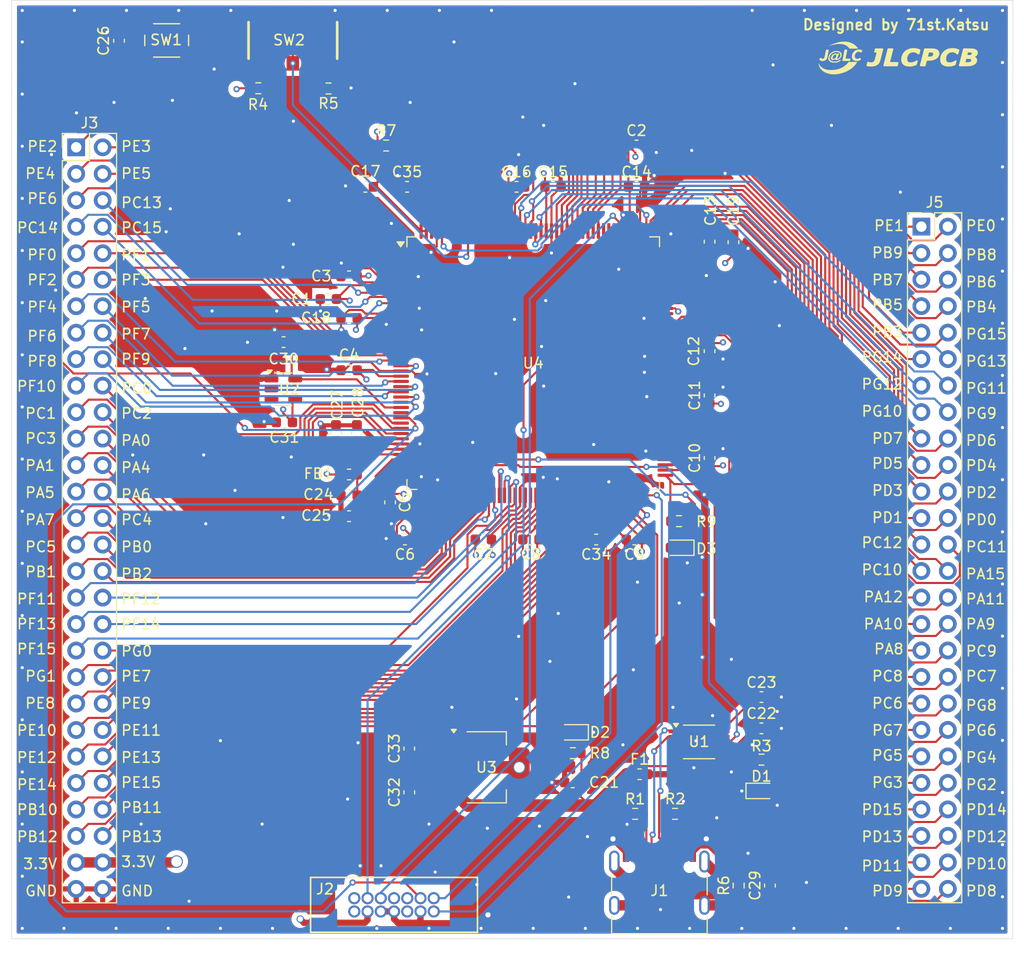
<source format=kicad_pcb>
(kicad_pcb (version 20240108) (generator "pcbnew") (generator_version "8.0")
  (layers (0 "F.Cu" signal) (1 "In1.Cu" signal) (2 "In2.Cu" signal) (31 "B.Cu" signal) (34 "B.Paste" user) (35 "F.Paste" user) (36 "B.SilkS" user "B.Silkscreen") (37 "F.SilkS" user "F.Silkscreen") (38 "B.Mask" user) (39 "F.Mask" user) (44 "Edge.Cuts" user))
  (net 0 "")
  (net 1 "GND")
  (net 2 "+3.3V")
  (net 3 "Net-(U1-V3)")
  (net 4 "Net-(U4-VREF+)")
  (net 5 "Net-(U2-OUT)")
  (net 6 "Net-(C34-Pad2)")
  (net 7 "/NRST")
  (net 8 "VDDA")
  (net 9 "+5V")
  (net 10 "Net-(C35-Pad2)")
  (net 11 "Earth")
  (net 12 "Net-(D1-A)")
  (net 13 "Net-(F1-Pad2)")
  (net 14 "Net-(U1-UD+)")
  (net 15 "Net-(J1-CC2)")
  (net 16 "Net-(J1-CC1)")
  (net 17 "Net-(U1-UD-)")
  (net 22 "Net-(U4-PDR_ON)")
  (net 26 "Net-(U1-TNOW)")
  (net 27 "/TX2")
  (net 28 "/RX2")
  (net 29 "/RX1")
  (net 30 "/SWCLK")
  (net 31 "Net-(SW2A-A)")
  (net 32 "/VCAPDSI")
  (net 33 "/SWDIO")
  (net 35 "/TX1")
  (net 36 "Net-(SW2A-C)")
  (net 37 "Net-(SW2A-B)")
  (net 38 "Net-(U1-~{CTS})")
  (net 41 "Net-(D2-A)")
  (net 42 "Net-(D3-A)")
  (net 43 "/PE0")
  (net 44 "/PC10")
  (net 45 "/PB9")
  (net 46 "/PB4")
  (net 47 "/PC12")
  (net 48 "/PC11")
  (net 49 "/PB6")
  (net 50 "/PE1")
  (net 51 "/PD7")
  (net 52 "/PA15")
  (net 53 "/PG14")
  (net 54 "/PD4")
  (net 55 "/PB5")
  (net 56 "/PG10")
  (net 57 "/PD1")
  (net 58 "/PG13")
  (net 59 "/PD3")
  (net 60 "/PG15")
  (net 61 "/PB3")
  (net 62 "/PB8")
  (net 63 "/PB7")
  (net 64 "/PG11")
  (net 65 "/PG9")
  (net 66 "/PD2")
  (net 67 "/PD5")
  (net 68 "/PD0")
  (net 69 "/PD6")
  (net 70 "/PG12")
  (net 71 "/PG4")
  (net 72 "/PG7")
  (net 73 "/PD8")
  (net 74 "/PD9")
  (net 75 "/PG8")
  (net 76 "/PC8")
  (net 77 "/PA12")
  (net 78 "/PG5")
  (net 79 "/PC9")
  (net 80 "/PD15")
  (net 81 "/PC6")
  (net 82 "/PG2")
  (net 83 "/PA9")
  (net 84 "/PD13")
  (net 85 "/PA8")
  (net 86 "/PA10")
  (net 87 "/PD11")
  (net 88 "/PG6")
  (net 89 "/PD12")
  (net 90 "/PA11")
  (net 91 "/PD14")
  (net 92 "/PG3")
  (net 93 "/PD10")
  (net 94 "/PC7")
  (net 95 "/PA7")
  (net 96 "/PB12")
  (net 97 "/PG0")
  (net 98 "/PE10")
  (net 99 "/PE12")
  (net 100 "/PB1")
  (net 101 "/PC5")
  (net 102 "/PB11")
  (net 103 "/PF11")
  (net 104 "/PA6")
  (net 105 "/PF13")
  (net 106 "/PB0")
  (net 107 "/PF14")
  (net 108 "/PE9")
  (net 109 "/PA4")
  (net 110 "/PG1")
  (net 111 "/PB2")
  (net 112 "/PF15")
  (net 113 "/PE13")
  (net 114 "/PF12")
  (net 115 "/PA5")
  (net 116 "/PB13")
  (net 117 "/PE11")
  (net 118 "/PE8")
  (net 119 "/PC4")
  (net 120 "/PE15")
  (net 121 "/PE14")
  (net 122 "/PB10")
  (net 123 "/PE7")
  (net 124 "/PE2")
  (net 125 "/PC14")
  (net 126 "/PF4")
  (net 127 "/PA1")
  (net 128 "/PE3")
  (net 129 "/PF2")
  (net 130 "/PF5")
  (net 131 "/PF7")
  (net 132 "/PE5")
  (net 133 "/PF9")
  (net 134 "/PA0")
  (net 135 "/PF3")
  (net 136 "/PE4")
  (net 137 "/PC2")
  (net 138 "/PC15")
  (net 139 "/PF8")
  (net 140 "/PC3")
  (net 141 "/PF6")
  (net 142 "/PF1")
  (net 143 "/PF0")
  (net 144 "/PF10")
  (net 145 "/PE6")
  (net 146 "/PC13")
  (net 147 "/PC1")
  (net 148 "/PC0")
  (footprint "Capacitor_SMD:C_0603_1608Metric" (layer "F.Cu") (at 110.555 67.25 180)
    (property "Reference" "C1")
    (property "Value" "0.1uF")
  )
  (footprint "Capacitor_SMD:C_0603_1608Metric" (layer "F.Cu") (at 147.11 76.5 90)
    (property "Reference" "C11")
    (property "Value" "0.1uF")
  )
  (footprint "Capacitor_SMD:C_0603_1608Metric" (layer "F.Cu") (at 133.9875 113.6 180)
    (property "Reference" "C21")
    (property "Value" "10uF")
  )
  (footprint "Capacitor_SMD:C_0603_1608Metric" (layer "F.Cu") (at 152.0875 108.42)
    (property "Reference" "C22")
    (property "Value" "0.1uF")
  )
  (footprint "Capacitor_SMD:C_0603_1608Metric" (layer "F.Cu") (at 147.11 82.5 90)
    (property "Reference" "C10")
    (property "Value" "0.1uF")
  )
  (footprint "Capacitor_SMD:C_0603_1608Metric" (layer "F.Cu") (at 118.1 56.49)
    (property "Reference" "C35")
    (property "Value" "2.2uF")
  )
  (footprint "Capacitor_SMD:C_0603_1608Metric" (layer "F.Cu") (at 147.11 61.75 90)
    (property "Reference" "C13")
    (property "Value" "0.1uF")
  )
  (footprint "Package_TO_SOT_SMD:SOT-23-5" (layer "F.Cu") (at 106.2375 75.9)
    (property "Reference" "U2")
    (property "Value" "Sit2001B")
  )
  (footprint "Capacitor_SMD:C_0603_1608Metric" (layer "F.Cu") (at 149.4 61.8 90)
    (property "Reference" "C19")
    (property "Value" "0.1uF")
  )
  (footprint "LED_SMD:LED_0603_1608Metric" (layer "F.Cu") (at 134 108.8 180)
    (property "Reference" "D2")
    (property "Value" "LED")
  )
  (footprint "Package_SO:MSOP-10_3x3mm_P0.5mm" (layer "F.Cu") (at 146.1 109.72)
    (property "Reference" "U1")
    (property "Value" "CH340E")
  )
  (footprint "Capacitor_SMD:C_0603_1608Metric" (layer "F.Cu") (at 139.9 90.31 180)
    (property "Reference" "C9")
    (property "Value" "0.1uF")
  )
  (footprint "SKRPACE010:SW_SKRPACE010" (layer "F.Cu") (at 95.05 42.45)
    (property "Reference" "SW1")
    (property "Value" "RESET_SWITCH")
  )
  (footprint "Capacitor_SMD:C_0603_1608Metric" (layer "F.Cu") (at 129.98 90.31 180)
    (property "Reference" "C8")
    (property "Value" "0.1uF")
  )
  (footprint "Capacitor_SMD:C_0603_1608Metric" (layer "F.Cu") (at 113.29 80.085 90)
    (property "Reference" "C28")
    (property "Value" "0.1uF")
  )
  (footprint "LED_SMD:LED_0603_1608Metric" (layer "F.Cu") (at 144.135 91.10125 180)
    (property "Reference" "D3")
    (property "Value" "LED")
  )
  (footprint "Capacitor_SMD:C_0603_1608Metric" (layer "F.Cu") (at 140.1 52.53)
    (property "Reference" "C2")
    (property "Value" "4.7uF")
  )
  (footprint "Capacitor_SMD:C_0603_1608Metric" (layer "F.Cu") (at 116.475 86.75 -90)
    (property "Reference" "C5")
    (property "Value" "0.1uF")
  )
  (footprint "Capacitor_SMD:C_0603_1608Metric" (layer "F.Cu") (at 114.1 56.49 180)
    (property "Reference" "C17")
    (property "Value" "0.1uF")
  )
  (footprint "Connector_PinHeader_2.54mm:PinHeader_2x26_P2.54mm_Vertical" (layer "F.Cu") (at 167.42 60.31)
    (property "Reference" "J5")
    (property "Value" "Conn_02x26_Odd_Even")
  )
  (footprint "Capacitor_SMD:C_0603_1608Metric" (layer "F.Cu") (at 132.1 56.49)
    (property "Reference" "C15")
    (property "Value" "0.1uF")
  )
  (footprint "Resistor_SMD:R_0603_1608Metric" (layer "F.Cu") (at 149.9 123.495 90)
    (property "Reference" "R6")
    (property "Value" "1M")
  )
  (footprint "Capacitor_SMD:C_0603_1608Metric_Pad1.08x0.95mm_HandSolder" (layer "F.Cu") (at 118.3125 110.3575 90)
    (property "Reference" "C33")
    (property "Value" "22uF")
  )
  (footprint "Capacitor_SMD:C_0603_1608Metric" (layer "F.Cu") (at 112.54 69.075 180)
    (property "Reference" "C18")
    (property "Value" "0.1uF")
  )
  (footprint "Capacitor_SMD:C_0603_1608Metric" (layer "F.Cu") (at 112.54 88.075 180)
    (property "Reference" "C25")
    (property "Value" "0.1uF")
  )
  (footprint "Resistor_SMD:R_0603_1608Metric" (layer "F.Cu") (at 143.8 116.62)
    (property "Reference" "R2")
    (property "Value" "5.1k")
  )
  (footprint "Capacitor_SMD:C_0603_1608Metric_Pad1.08x0.95mm_HandSolder" (layer "F.Cu") (at 118.3125 114.5575 90)
    (property "Reference" "C32")
    (property "Value" "10uF")
  )
  (footprint "Capacitor_SMD:C_0603_1608Metric" (layer "F.Cu") (at 112.54 65.075 180)
    (property "Reference" "C3")
    (property "Value" "0.1uF")
  )
  (footprint "Capacitor_SMD:C_0603_1608Metric" (layer "F.Cu") (at 152.0875 105.42 180)
    (property "Reference" "C23")
    (property "Value" "0.1uF")
  )
  (footprint "Resistor_SMD:R_0603_1608Metric" (layer "F.Cu") (at 139.975 116.62 180)
    (property "Reference" "R1")
    (property "Value" "5.1k")
  )
  (footprint "Connector_PinHeader_2.54mm:PinHeader_2x29_P2.54mm_Vertical" (layer "F.Cu") (at 86.374 52.7)
    (property "Reference" "J3")
    (property "Value" "Conn_02x29_Odd_Even")
  )
  (footprint "Capacitor_SMD:C_0603_1608Metric" (layer "F.Cu") (at 117.9 90.31 180)
    (property "Reference" "C6")
    (property "Value" "0.1uF")
  )
  (footprint "Package_QFP:LQFP-176_24x24mm_P0.5mm" (layer "F.Cu") (at 130.2 73.4)
    (property "Reference" "U4")
    (property "Value" "STM32H747IGTx")
  )
  (footprint "Resistor_SMD:R_0603_1608Metric" (layer "F.Cu") (at 134 110.8 180)
    (property "Reference" "R8")
    (property "Value" "4.7k")
  )
  (footprint "Capacitor_SMD:C_0603_1608Metric" (layer "F.Cu") (at 111.29 80.085 90)
    (property "Reference" "C27")
    (property "Value" "1uF")
  )
  (footprint "Capacitor_SMD:C_0603_1608Metric" (layer "F.Cu") (at 90.48 42.485 -90)
    (property "Reference" "C26")
    (property "Value" "0.1uF")
  )
  (footprint "Resistor_SMD:R_0603_1608Metric" (layer "F.Cu") (at 110.57 47.06 180)
    (property "Reference" "R5")
    (property "Value" "10k")
  )
  (footprint "SSSS213202:SSSS213202" (layer "F.Cu") (at 107.15 42.45)
    (property "Reference" "SW2")
    (property "Value" "MODE_SWITCH")
  )
  (footprint "Package_TO_SOT_SMD:SOT-223-3_TabPin2" (layer "F.Cu") (at 125.7125 112.1575)
    (property "Reference" "U3")
    (property "Value" "AZ1117-3.3")
  )
  (footprint "Connector_USB:USB_C_Receptacle_G-Switch_GT-USB-7010ASV" (layer "F.Cu") (at 142.3 124.32)
    (property "Reference" "J1")
    (property "Value" "USB_C_Receptacle_USB2.0_16P")
  )
  (footprint "icon:jlcpcb-logo-pcb15-8" (layer "F.Cu") (at 165.19 44.13)
    (property "Reference" "G***" (hide yes))
    (property "Value" "LOGO" (hide yes))
  )
  (footprint "Inductor_SMD:L_0603_1608Metric" (layer "F.Cu") (at 112.54 84.075 180)
    (property "Reference" "FB1")
    (property "Value" "FerriteBead")
  )
  (footprint "Capacitor_SMD:C_0603_1608Metric" (layer "F.Cu") (at 128.6 56.49)
    (property "Reference" "C16")
    (property "Value" "0.1uF")
  )
  (footprint "Fuse:Fuse_0603_1608Metric" (layer "F.Cu") (at 140.4 112.82)
    (property "Reference" "F1")
    (property "Value" "BHFUSE BSMD0603L-150")
  )
  (footprint "Capacitor_SMD:C_0603_1608Metric" (layer "F.Cu") (at 136.24 90.31 180)
    (property "Reference" "C34")
    (property "Value" "2.2uF")
  )
  (footprint "Resistor_SMD:R_0603_1608Metric" (layer "F.Cu") (at 116.1 52.53)
    (property "Reference" "R7")
    (property "Value" "10k")
  )
  (footprint "Capacitor_SMD:C_0603_1608Metric" (layer "F.Cu") (at 106.2625 71.38 180)
    (property "Reference" "C30")
    (property "Value" "15pF")
  )
  (footprint "Capacitor_SMD:C_0603_1608Metric" (layer "F.Cu") (at 140.1 56.49)
    (property "Reference" "C14")
    (property "Value" "0.1uF")
  )
  (footprint "Resistor_SMD:R_0603_1608Metric" (layer "F.Cu") (at 152.0875 111.42 180)
    (property "Reference" "R3")
    (property "Value" "470")
  )
  (footprint "Capacitor_SMD:C_0603_1608Metric" (layer "F.Cu") (at 125.42 90.31 180)
    (property "Reference" "C7")
    (property "Value" "0.1uF")
  )
  (footprint "Capacitor_SMD:C_0603_1608Metric" (layer "F.Cu") (at 112.54 86.075 180)
    (property "Reference" "C24")
    (property "Value" "1uF")
  )
  (footprint "Capacitor_SMD:C_0603_1608Metric" (layer "F.Cu") (at 112.54 74.075 180)
    (property "Reference" "C4")
    (property "Value" "0.1uF")
  )
  (footprint "Resistor_SMD:R_0603_1608Metric" (layer "F.Cu") (at 103.835 47.04)
    (property "Reference" "R4")
    (property "Value" "10k")
  )
  (footprint "Capacitor_SMD:C_0603_1608Metric" (layer "F.Cu") (at 147.11 72.25 -90)
    (property "Reference" "C12")
    (property "Value" "0.1uF")
  )
  (footprint "LED_SMD:LED_0603_1608Metric" (layer "F.Cu") (at 152.0875 114.42)
    (property "Reference" "D1")
    (property "Value" "LED")
  )
  (footprint "Resistor_SMD:R_0603_1608Metric" (layer "F.Cu") (at 144.175 88.55125 180)
    (property "Reference" "R9")
    (property "Value" "470")
  )
  (footprint "Capacitor_SMD:C_0603_1608Metric" (layer "F.Cu") (at 106.3375 79.08 180)
    (property "Reference" "C31")
    (property "Value" "0.1uF")
  )
  (footprint "Capacitor_SMD:C_0603_1608Metric" (layer "F.Cu") (at 152.9 123.495 90)
    (property "Reference" "C29")
    (property "Value" "4.7uF")
  )
  (footprint "STDC14:CONN14_3220-14_CNC" (layer "F.Cu") (at 116.852 125.3421 180)
    (property "Reference" "J2")
    (property "Value" "ST-Link")
  )
  (gr_line (start 80.2 38.6) (end 176.2 38.6) (stroke (width 0.05)) (layer "Edge.Cuts"))
  (gr_line (start 80.172 128.6) (end 80.2 38.6) (stroke (width 0.05)) (layer "Edge.Cuts"))
  (gr_line (start 176.172 128.6) (end 80.172 128.6) (stroke (width 0.05)) (layer "Edge.Cuts"))
  (gr_line (start 176.2 38.6) (end 176.172 128.6) (stroke (width 0.05)) (layer "Edge.Cuts"))
  (gr_text "PF1" (at 90.6 63.6 0) (layer "F.SilkS") (effects (font (size 1 1)) (justify left bottom)))
  (gr_text "PA5" (at 81.4 86.4 0) (layer "F.SilkS") (effects (font (size 1 1)) (justify left bottom)))
  (gr_text "PF8" (at 81.6 73.8 0) (layer "F.SilkS") (effects (font (size 1 1)) (justify left bottom)))
  (gr_text "PF2" (at 81.6 66 0) (layer "F.SilkS") (effects (font (size 1 1)) (justify left bottom)))
  (gr_text "PG4" (at 171.6 111.8 0) (layer "F.SilkS") (effects (font (size 1 1)) (justify left bottom)))
  (gr_text "PA12" (at 161.8 96.4 0) (layer "F.SilkS") (effects (font (size 1 1)) (justify left bottom)))
  (gr_text "PA1" (at 81.4 83.8 0) (layer "F.SilkS") (effects (font (size 1 1)) (justify left bottom)))
  (gr_text "PE10" (at 80.6 109.2 0) (layer "F.SilkS") (effects (font (size 1 1)) (justify left bottom)))
  (gr_text "PF5" (at 90.6 68.6 0) (layer "F.SilkS") (effects (font (size 1 1)) (justify left bottom)))
  (gr_text "PG11" (at 171.6 76.4 0) (layer "F.SilkS") (effects (font (size 1 1)) (justify left bottom)))
  (gr_text "PF12" (at 90.6 96.6 0) (layer "F.SilkS") (effects (font (size 1 1)) (justify left bottom)))
  (gr_text "PG1" (at 81.4 104 0) (layer "F.SilkS") (effects (font (size 1 1)) (justify left bottom)))
  (gr_text "PC4" (at 90.6 89 0) (layer "F.SilkS") (effects (font (size 1 1)) (justify left bottom)))
  (gr_text "PD2" (at 171.6 86.4 0) (layer "F.SilkS") (effects (font (size 1 1)) (justify left bottom)))
  (gr_text "PC7" (at 171.6 104 0) (layer "F.SilkS") (effects (font (size 1 1)) (justify left bottom)))
  (gr_text "PB10" (at 80.6 116.8 0) (layer "F.SilkS") (effects (font (size 1 1)) (justify left bottom)))
  (gr_text "PB5" (at 162.6 68.4 0) (layer "F.SilkS") (effects (font (size 1 1)) (justify left bottom)))
  (gr_text "GND" (at 90.6 124.6 0) (layer "F.SilkS") (effects (font (size 1 1)) (justify left bottom)))
  (gr_text "PE2" (at 81.6 53.2 0) (layer "F.SilkS") (effects (font (size 1 1)) (justify left bottom)))
  (gr_text "PG10" (at 161.6 78.6 0) (layer "F.SilkS") (effects (font (size 1 1)) (justify left bottom)))
  (gr_text "PC5" (at 81.4 91.6 0) (layer "F.SilkS") (effects (font (size 1 1)) (justify left bottom)))
  (gr_text "PF14" (at 90.6 99 0) (layer "F.SilkS") (effects (font (size 1 1)) (justify left bottom)))
  (gr_text "PD4" (at 171.6 83.8 0) (layer "F.SilkS") (effects (font (size 1 1)) (justify left bottom)))
  (gr_text "PC8" (at 162.6 104 0) (layer "F.SilkS") (effects (font (size 1 1)) (justify left bottom)))
  (gr_text "PD0" (at 171.6 89 0) (layer "F.SilkS") (effects (font (size 1 1)) (justify left bottom)))
  (gr_text "PC11" (at 171.6 91.6 0) (layer "F.SilkS") (effects (font (size 1 1)) (justify left bottom)))
  (gr_text "PE1" (at 162.8 60.8 0) (layer "F.SilkS") (effects (font (size 1 1)) (justify left bottom)))
  (gr_text "PG9" (at 171.6 78.8 0) (layer "F.SilkS") (effects (font (size 1 1)) (justify left bottom)))
  (gr_text "PG14" (at 161.6 73.4 0) (layer "F.SilkS") (effects (font (size 1 1)) (justify left bottom)))
  (gr_text "PE13" (at 90.6 111.8 0) (layer "F.SilkS") (effects (font (size 1 1)) (justify left bottom)))
  (gr_text "PE5" (at 90.6 55.8 0) (layer "F.SilkS") (effects (font (size 1 1)) (justify left bottom)))
  (gr_text "PE4" (at 81.4 55.8 0) (layer "F.SilkS") (effects (font (size 1 1)) (justify left bottom)))
  (gr_text "PB7" (at 162.6 66 0) (layer "F.SilkS") (effects (font (size 1 1)) (justify left bottom)))
  (gr_text "Designed by 71st.Katsu" (at 155.94 41.53 0) (layer "F.SilkS") (effects (font (size 1 1) (thickness 0.2) (bold yes)) (justify left bottom)))
  (gr_text "PD6" (at 171.6 81.4 0) (layer "F.SilkS") (effects (font (size 1 1)) (justify left bottom)))
  (gr_text "PE0" (at 171.6 60.8 0) (layer "F.SilkS") (effects (font (size 1 1)) (justify left bottom)))
  (gr_text "PE7" (at 90.6 104 0) (layer "F.SilkS") (effects (font (size 1 1)) (justify left bottom)))
  (gr_text "PB9" (at 162.6 63.4 0) (layer "F.SilkS") (effects (font (size 1 1)) (justify left bottom)))
  (gr_text "PF3" (at 90.6 66 0) (layer "F.SilkS") (effects (font (size 1 1)) (justify left bottom)))
  (gr_text "PC9" (at 171.6 101.6 0) (layer "F.SilkS") (effects (font (size 1 1)) (justify left bottom)))
  (gr_text "PB4" (at 171.6 68.6 0) (layer "F.SilkS") (effects (font (size 1 1)) (justify left bottom)))
  (gr_text "PD13" (at 161.6 119.4 0) (layer "F.SilkS") (effects (font (size 1 1)) (justify left bottom)))
  (gr_text "PG13" (at 171.6 73.8 0) (layer "F.SilkS") (effects (font (size 1 1)) (justify left bottom)))
  (gr_text "PE9" (at 90.6 106.6 0) (layer "F.SilkS") (effects (font (size 1 1)) (justify left bottom)))
  (gr_text "PA9" (at 171.6 99 0) (layer "F.SilkS") (effects (font (size 1 1)) (justify left bottom)))
  (gr_text "PD14" (at 171.6 116.8 0) (layer "F.SilkS") (effects (font (size 1 1)) (justify left bottom)))
  (gr_text "PB6" (at 171.6 66.2 0) (layer "F.SilkS") (effects (font (size 1 1)) (justify left bottom)))
  (gr_text "PF4" (at 81.6 68.6 0) (layer "F.SilkS") (effects (font (size 1 1)) (justify left bottom)))
  (gr_text "PE15" (at 90.6 114.2 0) (layer "F.SilkS") (effects (font (size 1 1)) (justify left bottom)))
  (gr_text "PD9" (at 162.6 124.6 0) (layer "F.SilkS") (effects (font (size 1 1)) (justify left bottom)))
  (gr_text "PD3" (at 162.6 86.2 0) (layer "F.SilkS") (effects (font (size 1 1)) (justify left bottom)))
  (gr_text "PC12" (at 161.6 91.2 0) (layer "F.SilkS") (effects (font (size 1 1)) (justify left bottom)))
  (gr_text "PD10" (at 171.6 122 0) (layer "F.SilkS") (effects (font (size 1 1)) (justify left bottom)))
  (gr_text "PE11" (at 90.6 109.2 0) (layer "F.SilkS") (effects (font (size 1 1)) (justify left bottom)))
  (gr_text "PG8" (at 171.6 106.8 0) (layer "F.SilkS") (effects (font (size 1 1)) (justify left bottom)))
  (gr_text "PB8" (at 171.6 63.6 0) (layer "F.SilkS") (effects (font (size 1 1)) (justify left bottom)))
  (gr_text "PD11" (at 161.6 122.2 0) (layer "F.SilkS") (effects (font (size 1 1)) (justify left bottom)))
  (gr_text "PC1" (at 81.4 78.8 0) (layer "F.SilkS") (effects (font (size 1 1)) (justify left bottom)))
  (gr_text "PG12" (at 161.6 76 0) (layer "F.SilkS") (effects (font (size 1 1)) (justify left bottom)))
  (gr_text "PB3" (at 162.6 71 0) (layer "F.SilkS") (effects (font (size 1 1)) (justify left bottom)))
  (gr_text "PG3" (at 162.6 114.2 0) (layer "F.SilkS") (effects (font (size 1 1)) (justify left bottom)))
  (gr_text "PB1" (at 81.4 94 0) (layer "F.SilkS") (effects (font (size 1 1)) (justify left bottom)))
  (gr_text "PG0" (at 90.6 101.6 0) (layer "F.SilkS") (effects (font (size 1 1)) (justify left bottom)))
  (gr_text "PA0" (at 90.6 81.4 0) (layer "F.SilkS") (effects (font (size 1 1)) (justify left bottom)))
  (gr_text "PA7" (at 81.4 89 0) (layer "F.SilkS") (effects (font (size 1 1)) (justify left bottom)))
  (gr_text "PE6" (at 81.6 58.2 0) (layer "F.SilkS") (effects (font (size 1 1)) (justify left bottom)))
  (gr_text "PD7" (at 162.6 81.2 0) (layer "F.SilkS") (effects (font (size 1 1)) (justify left bottom)))
  (gr_text "PA4" (at 90.6 84 0) (layer "F.SilkS") (effects (font (size 1 1)) (justify left bottom)))
  (gr_text "GND" (at 81.4 124.6 0) (layer "F.SilkS") (effects (font (size 1 1)) (justify left bottom)))
  (gr_text "PF15" (at 80.6 101.4 0) (layer "F.SilkS") (effects (font (size 1 1)) (justify left bottom)))
  (gr_text "PD12" (at 171.6 119.4 0) (layer "F.SilkS") (effects (font (size 1 1)) (justify left bottom)))
  (gr_text "PF13" (at 80.6 99 0) (layer "F.SilkS") (effects (font (size 1 1)) (justify left bottom)))
  (gr_text "PB0" (at 90.6 91.6 0) (layer "F.SilkS") (effects (font (size 1 1)) (justify left bottom)))
  (gr_text "PB13" (at 90.6 119.4 0) (layer "F.SilkS") (effects (font (size 1 1)) (justify left bottom)))
  (gr_text "PF6" (at 81.6 71.4 0) (layer "F.SilkS") (effects (font (size 1 1)) (justify left bottom)))
  (gr_text "PC0" (at 90.6 76.4 0) (layer "F.SilkS") (effects (font (size 1 1)) (justify left bottom)))
  (gr_text "PG5" (at 162.6 111.6 0) (layer "F.SilkS") (effects (font (size 1 1)) (justify left bottom)))
  (gr_text "PC15" (at 90.6 61 0) (layer "F.SilkS") (effects (font (size 1 1)) (justify left bottom)))
  (gr_text "PC3" (at 81.4 81.2 0) (layer "F.SilkS") (effects (font (size 1 1)) (justify left bottom)))
  (gr_text "PD1" (at 162.6 88.8 0) (layer "F.SilkS") (effects (font (size 1 1)) (justify left bottom)))
  (gr_text "3.3V" (at 90.6 121.8 0) (layer "F.SilkS") (effects (font (size 1 1)) (justify left bottom)))
  (gr_text "PE8" (at 81.4 106.6 0) (layer "F.SilkS") (effects (font (size 1 1)) (justify left bottom)))
  (gr_text "PB2" (at 90.6 94.2 0) (layer "F.SilkS") (effects (font (size 1 1)) (justify left bottom)))
  (gr_text "PE14" (at 80.6 114.4 0) (layer "F.SilkS") (effects (font (size 1 1)) (justify left bottom)))
  (gr_text "PD15" (at 161.6 116.8 0) (layer "F.SilkS") (effects (font (size 1 1)) (justify left bottom)))
  (gr_text "PG7" (at 162.6 109.2 0) (layer "F.SilkS") (effects (font (size 1 1)) (justify left bottom)))
  (gr_text "PB11" (at 90.6 116.6 0) (layer "F.SilkS") (effects (font (size 1 1)) (justify left bottom)))
  (gr_text "3.3V" (at 81.2 122 0) (layer "F.SilkS") (effects (font (size 1 1)) (justify left bottom)))
  (gr_text "PE12" (at 80.6 111.8 0) (layer "F.SilkS") (effects (font (size 1 1)) (justify left bottom)))
  (gr_text "PG6" (at 171.6 109.2 0) (layer "F.SilkS") (effects (font (size 1 1)) (justify left bottom)))
  (gr_text "PA11" (at 171.6 96.6 0) (layer "F.SilkS") (effects (font (size 1 1)) (justify left bottom)))
  (gr_text "PB12" (at 80.6 119.4 0) (layer "F.SilkS") (effects (font (size 1 1)) (justify left bottom)))
  (gr_text "PF9" (at 90.6 73.6 0) (layer "F.SilkS") (effects (font (size 1 1)) (justify left bottom)))
  (gr_text "PD8" (at 171.6 124.6 0) (layer "F.SilkS") (effects (font (size 1 1)) (justify left bottom)))
  (gr_text "PC13" (at 90.6 58.6 0) (layer "F.SilkS") (effects (font (size 1 1)) (justify left bottom)))
  (gr_text "PC6" (at 162.6 106.6 0) (layer "F.SilkS") (effects (font (size 1 1)) (justify left bottom)))
  (gr_text "PF7" (at 90.6 71.2 0) (layer "F.SilkS") (effects (font (size 1 1)) (justify left bottom)))
  (gr_text "PE3" (at 90.6 53.2 0) (layer "F.SilkS") (effects (font (size 1 1)) (justify left bottom)))
  (gr_text "PG15" (at 171.6 71.2 0) (layer "F.SilkS") (effects (font (size 1 1)) (justify left bottom)))
  (gr_text "PA10" (at 161.8 99 0) (layer "F.SilkS") (effects (font (size 1 1)) (justify left bottom)))
  (gr_text "PA15" (at 171.6 94.2 0) (layer "F.SilkS") (effects (font (size 1 1)) (justify left bottom)))
  (gr_text "PA8" (at 162.8 101.4 0) (layer "F.SilkS") (effects (font (size 1 1)) (justify left bottom)))
  (gr_text "PF11" (at 80.6 96.6 0) (layer "F.SilkS") (effects (font (size 1 1)) (justify left bottom)))
  (gr_text "PF0" (at 81.6 63.6 0) (layer "F.SilkS") (effects (font (size 1 1)) (justify left bottom)))
  (gr_text "PG2" (at 171.6 114.4 0) (layer "F.SilkS") (effects (font (size 1 1)) (justify left bottom)))
  (gr_text "PC10" (at 161.6 93.8 0) (layer "F.SilkS") (effects (font (size 1 1)) (justify left bottom)))
  (gr_text "PA6" (at 90.6 86.6 0) (layer "F.SilkS") (effects (font (size 1 1)) (justify left bottom)))
  (gr_text "PF10" (at 80.6 76.2 0) (layer "F.SilkS") (effects (font (size 1 1)) (justify left bottom)))
  (gr_text "PD5" (at 162.6 83.6 0) (layer "F.SilkS") (effects (font (size 1 1)) (justify left bottom)))
  (gr_text "PC2" (at 90.6 78.8 0) (layer "F.SilkS") (effects (font (size 1 1)) (justify left bottom)))
  (gr_text "PC14" (at 80.6 61 0) (layer "F.SilkS") (effects (font (size 1 1)) (justify left bottom)))
  (segment (start 120.45 85.17) (end 121.03 84.59) (width 0.2) (layer "F.Cu") (net 1))
  (segment (start 111.765 88.075) (end 110.675 88.075) (width 0.2) (layer "F.Cu") (net 1))
  (segment (start 149.95 122.72) (end 149.9 122.67) (width 1) (layer "F.Cu") (net 1))
  (segment (start 129.27 91.58) (end 129.205 91.515) (width 0.2) (layer "F.Cu") (net 1))
  (segment (start 113.763696 68.3) (end 114.113696 68.65) (width 0.2) (layer "F.Cu") (net 1))
  (segment (start 148.375 75.725) (end 148.4 75.7) (width 0.2) (layer "F.Cu") (net 1))
  (segment (start 113.29 79.31) (end 115.13 81.15) (width 0.2) (layer "F.Cu") (net 1))
  (segment (start 141.8 55.565) (end 140.875 56.49) (width 0.2) (layer "F.Cu") (net 1))
  (segment (start 118.571471 74.15) (end 118.851471 74.43) (width 0.2) (layer "F.Cu") (net 1))
  (segment (start 112.091304 74.075) (end 112.866304 73.3) (width 0.2) (layer "F.Cu") (net 1))
  (segment (start 149.425 61.025) (end 150.8 62.4) (width 0.2) (layer "F.Cu") (net 1))
  (segment (start 142 53.2) (end 141.33 52.53) (width 0.2) (layer "F.Cu") (net 1))
  (segment (start 139.1 120.275) (end 137.845 119.02) (width 0.6) (layer "F.Cu") (net 1))
  (segment (start 131.95 86.075) (end 131.95 85.05) (width 0.2) (layer "F.Cu") (net 1))
  (segment (start 145.5 120.32) (end 146.125 119.695) (width 0.5) (layer "F.Cu") (net 1))
  (segment (start 117.125 90.31) (end 117.125 89.844314) (width 0.2) (layer "F.Cu") (net 1))
  (segment (start 118.851471 74.43) (end 120.01 74.43) (width 0.2) (layer "F.Cu") (net 1))
  (segment (start 145.7175 77.1175) (end 144.185 78.65) (width 0.2) (layer "F.Cu") (net 1))
  (segment (start 128.95 85.29259) (end 129.89259 84.35) (width 0.2) (layer "F.Cu") (net 1))
  (segment (start 146.735 72.65) (end 142.875 72.65) (width 0.2) (layer "F.Cu") (net 1))
  (segment (start 140.875 52.53) (end 140.875 56.49) (width 0.2) (layer "F.Cu") (net 1))
  (segment (start 141.09 76.61) (end 141.13 76.65) (width 0.5) (layer "F.Cu") (net 1))
  (segment (start 116.852 126.699) (end 116.852 125.979) (width 0.6) (layer "F.Cu") (net 1))
  (segment (start 120.4 62.77) (end 120.95 62.22) (width 0.2) (layer "F.Cu") (net 1))
  (segment (start 146.125 119.695) (end 146.8 119.02) (width 0.5) (layer "F.Cu") (net 1))
  (segment (start 147.11 75.725) (end 148.375 75.725) (width 0.2) (layer "F.Cu") (net 1))
  (segment (start 117.525 69.65) (end 116.14 69.65) (width 0.5) (layer "F.Cu") (net 1))
  (segment (start 97.125 41.375) (end 92.975 41.375) (width 0.2) (layer "F.Cu") (net 1))
  (segment (start 90.48 41.71) (end 92.64 41.71) (width 0.2) (layer "F.Cu") (net 1))
  (segment (start 120.45 86.85741) (end 120.45 86.075) (width 0.2) (layer "F.Cu") (net 1))
  (segment (start 152.8625 105.42) (end 154 105.42) (width 0.2) (layer "F.Cu") (net 1))
  (segment (start 120.95 59.55) (end 120.2 58.8) (width 0.2) (layer "F.Cu") (net 1))
  (segment (start 117.262 127.109) (end 117.2162 127.0632) (width 0.6) (layer "F.Cu") (net 1))
  (segment (start 129.375 55.325) (end 129.5 55.2) (width 0.2) (layer "F.Cu") (net 1))
  (segment (start 117.525 70.15) (end 119.44 70.15) (width 0.5) (layer "F.Cu") (net 1))
  (segment (start 134.7875 108.8) (end 135.9875 108.8) (width 0.2) (layer "F.Cu") (net 1))
  (segment (start 116.1 90.22) (end 117.035 90.22) (width 0.2) (layer "F.Cu") (net 1))
  (segment (start 149.4 61.025) (end 149.425 61.025) (width 0.2) (layer "F.Cu") (net 1))
  (segment (start 112.68 47.06) (end 112.73 47.01) (width 0.2) (layer "F.Cu") (net 1))
  (segment (start 137.015 89.31) (end 137.45 88.875) (width 0.2) (layer "F.Cu") (net 1))
  (segment (start 140.87 69.15) (end 142.875 69.15) (width 0.2) (layer "F.Cu") (net 1))
  (segment (start 111.765 65.075) (end 111.765 63.835) (width 0.2) (layer "F.Cu") (net 1))
  (segment (start 111.29 79.31) (end 109.91 79.31) (width 0.2) (layer "F.Cu") (net 1))
  (segment (start 110.675 88.075) (end 110.6 88) (width 0.2) (layer "F.Cu") (net 1))
  (segment (start 119.44 70.15) (end 119.5 70.21) (width 0.5) (layer "F.Cu") (net 1))
  (segment (start 145.5 120.595) (end 145.5 120.32) (width 0.5) (layer "F.Cu") (net 1))
  (segment (start 151.3 114.42) (end 150.2 114.42) (width 0.2) (layer "F.Cu") (net 1))
  (segment (start 117.2 55.4) (end 117.2 56.365) (width 0.2) (layer "F.Cu") (net 1))
  (segment (start 116.475 88.675) (end 116.6 88.8) (width 0.2) (layer "F.Cu") (net 1))
  (segment (start 144.185 78.65) (end 142.875 78.65) (width 0.2) (layer "F.Cu") (net 1))
  (segment (start 137.015 90.31) (end 137.015 89.31) (width 0.2) (layer "F.Cu") (net 1))
  (segment (start 126.067875 89.395) (end 127.927874 87.535001) (width 0.2) (layer "F.Cu") (net 1))
  (segment (start 138.95 60.725) (end 138.95 59.3) (width 0.2) (layer "F.Cu") (net 1))
  (segment (start 140.875 56.49) (end 140.45 56.915) (width 0.2) (layer "F.Cu") (net 1))
  (segment (start 142.875 76.15) (end 142.875 77.05) (width 0.5) (layer "F.Cu") (net 1))
  (segment (start 127.93 63.29) (end 127.95 63.27) (width 0.2) (layer "F.Cu") (net 1))
  (segment (start 120.2 58.8) (end 119.80741 58.8) (width 0.2) (layer "F.Cu") (net 1))
  (segment (start 119.45 86.075) (end 119.45 84.31) (width 0.2) (layer "F.Cu") (net 1))
  (segment (start 111.765 63.835) (end 111.8 63.8) (width 0.2) (layer "F.Cu") (net 1))
  (segment (start 137.845 119.02) (end 137.8 119.02) (width 0.6) (layer "F.Cu") (net 1))
  (segment (start 118.3125 109.495) (end 122.2 109.495) (width 1.2) (layer "F.Cu") (net 1))
  (segment (start 149.9 122.52) (end 149.9 122.67) (width 0.5) (layer "F.Cu") (net 1))
  (segment (start 111.765 74.075) (end 112.091304 74.075) (width 0.2) (layer "F.Cu") (net 1))
  (segment (start 138.45 89.635) (end 139.125 90.31) (width 0.2) (layer "F.Cu") (net 1))
  (segment (start 140.88 72.75) (end 140.98 72.65) (width 0.2) (layer "F.Cu") (net 1))
  (segment (start 118 87.525) (end 119.45 86.075) (width 0.2) (layer "F.Cu") (net 1))
  (segment (start 129.375 56.49) (end 129.375 55.325) (width 0.2) (layer "F.Cu") (net 1))
  (segment (start 147.11 81.725) (end 148.275 81.725) (width 0.2) (layer "F.Cu") (net 1))
  (segment (start 117.525 69.65) (end 117.525 69.25) (width 0.5) (layer "F.Cu") (net 1))
  (segment (start 124.645 90.31) (end 125.56 89.395) (width 0.2) (layer "F.Cu") (net 1))
  (segment (start 127.95 63.27) (end 127.95 60.725) (width 0.2) (layer "F.Cu") (net 1))
  (segment (start 92.64 41.71) (end 92.975 41.375) (width 0.2) (layer "F.Cu") (net 1))
  (segment (start 129.375 56.49) (end 128.45 57.415) (width 0.2) (layer "F.Cu") (net 1))
  (segment (start 118.965 87.125) (end 120.18241 87.125) (width 0.2) (layer "F.Cu") (net 1))
  (segment (start 110.475 74.075) (end 110.4 74) (width 0.2) (layer "F.Cu") (net 1))
  (segment (start 152.9 122.72) (end 149.95 122.72) (width 1) (layer "F.Cu") (net 1))
  (segment (start 120.18241 87.125) (end 120.45 86.85741) (width 0.2) (layer "F.Cu") (net 1))
  (segment (start 147.11 75.725) (end 145.685 77.15) (width 0.2) (layer "F.Cu") (net 1))
  (segment (start 125.062 127.109) (end 117.262 127.109) (width 0.6) (layer "F.Cu") (net 1))
  (segment (start 140.82 69.1) (end 140.87 69.15) (width 0.2) (layer "F.Cu") (net 1))
  (segment (start 147.11 73.025) (end 148.375 73.025) (width 0.2) (layer "F.Cu") (net 1))
  (segment (start 114.57 64.3) (end 115.42 65.15) (width 0.2) (layer "F.Cu") (net 1))
  (segment (start 117.035 90.22) (end 117.125 90.31) (width 0.2) (layer "F.Cu") (net 1))
  (segment (start 132.875 56.49) (end 131.95 57.415) (width 0.2) (layer "F.Cu") (net 1))
  (segment (start 109.78 68.38) (end 109.8 68.4) (width 0.2) (layer "F.Cu") (net 1))
  (segment (start 120.95 60.725) (end 120.95 59.55) (width 0.2) (layer "F.Cu") (net 1))
  (segment (start 116.475 87.525) (end 116.475 88.675) (width 0.2) (layer "F.Cu") (net 1))
  (segment (start 140.86 74.28) (end 140.99 74.15) (width 0.2) (layer "F.Cu") (net 1))
  (segment (start 124.645 91.745) (end 124.7 91.8) (width 0.2) (layer "F.Cu") (net 1))
  (segment (start 148.375 73.025) (end 148.4 73) (width 0.2) (layer "F.Cu") (net 1))
  (segment (start 114.113696 68.65) (end 116.176904 68.65) (width 0.2) (layer "F.Cu") (net 1))
  (segment (start 144.9225 91.10125) (end 144.9225 92.49875) (width 0.2) (layer "F.Cu") (net 1))
  (segment (start 130.355 89.089314) (end 131.95 87.494314) (width 0.2) (layer "F.Cu") (net 1))
  (segment (start 139.1 120.595) (end 139.1 120.275) (width 0.6) (layer "F.Cu") (net 1))
  (segment (start 112.54 68.3) (end 113.763696 68.3) (width 0.2) (layer "F.Cu") (net 1))
  (segment (start 129.89259 84.35) (end 131.16 84.35) (width 0.2) (layer "F.Cu") (net 1))
  (segment (start 104.48 79.08) (end 104.4 79) (width 0.2) (layer "F.Cu") (net 1))
  (segment (start 140.45 56.915) (end 140.45 60.725) (width 0.2) (layer "F.Cu") (net 1))
  (segment (start 141.32 82.15) (end 142.875 82.15) (width 0.2) (layer "F.Cu") (net 1))
  (segment (start 119.133983 127.0632) (end 117.2162 127.0632) (width 0.6) (layer "F.Cu") (net 1))
  (segment (start 105.4875 71.38) (end 105.4875 70.2875) (width 0.2) (layer "F.Cu") (net 1))
  (segment (start 140.99 74.15) (end 142.875 74.15) (width 0.2) (layer "F.Cu") (net 1))
  (segment (start 125.56 89.395) (end 126.067875 89.395) (width 0.2) (layer "F.Cu") (net 1))
  (segment (start 139.45 89.985) (end 139.125 90.31) (width 0.2) (layer "F.Cu") (net 1))
  (segment (start 117.125 88.965) (end 118.965 87.125) (width 0.2) (layer "F.Cu") (net 1))
  (segment (start 127.927874 87.535001) (end 128.515197 87.535001) (width 0.2) (layer "F.Cu") (net 1))
  (segment (start 130.355 89.255) (end 130.355 89.089314) (width 0.2) (layer "F.Cu") (net 1))
  (segment (start 116.676904 68.15) (end 117.525 68.15) (width 0.2) (layer "F.Cu") (net 1))
  (segment (start 147.075 119.695) (end 149.9 122.52) (width 0.5) (layer "F.Cu") (net 1))
  (segment (start 141 81.83) (end 141.32 82.15) (width 0.2) (layer "F.Cu") (net 1))
  (segment (start 137.45 86.075) (end 137.45 84.78) (width 0.2) (layer "F.Cu") (net 1))
  (segment (start 132.875 55.325) (end 133 55.2) (width 0.2) (layer "F.Cu") (net 1))
  (segment (start 129.205 90.405) (end 130.355 89.255) (width 0.2) (layer "F.Cu") (net 1))
  (segment (start 115.582 125.979) (end 116.852 125.979) (width 0.6) (layer "F.Cu") (net 1))
  (segment (start 112.29 56.49) (end 112.2 56.4) (width 0.2) (layer "F.Cu") (net 1))
  (segment (start 111.765 69.075) (end 112.54 68.3) (width 0.2) (layer "F.Cu") (net 1))
  (segment (start 105.5625 79.08) (end 104.48 79.08) (width 0.2) (layer "F.Cu") (net 1))
  (segment (start 147.11 73.025) (end 146.735 72.65) (width 0.2) (layer "F.Cu") (net 1))
  (segment (start 146.685 82.15) (end 142.875 82.15) (width 0.2) (layer "F.Cu") (net 1))
  (segment (start 142.875 76.15) (end 142.875 75.65) (width 0.5) (layer "F.Cu") (net 1))
  (segment (start 112.54 64.3) (end 114.57 64.3) (width 0.2) (layer "F.Cu") (net 1))
  (segment (start 128.95 87.100198) (end 128.95 86.075) (width 0.2) (layer "F.Cu") (net 1))
  (segment (start 129.205 91.515) (end 129.205 90.405) (width 0.2) (layer "F.Cu") (net 1))
  (segment (start 120.95 62.22) (end 120.95 60.725) (width 0.2) (layer "F.Cu") (net 1))
  (segment (start 138.95 59.3) (end 138.84 59.19) (width 0.2) (layer "F.Cu") (net 1))
  (segment (start 138.45 86.075) (end 138.45 89.635) (width 0.2) (layer "F.Cu") (net 1))
  (segment (start 128.45 57.415) (end 127.95 57.915) (width 0.2) (layer "F.Cu") (net 1))
  (segment (start 131.95 57.415) (end 131.95 60.725) (width 0.2) (layer "F.Cu") (net 1))
  (segment (start 144.6 115.42) (end 144.625 115.445) (width 0.2) (layer "F.Cu") (net 1))
  (segment (start 137.45 88.875) (end 137.45 86.075) (width 0.2) (layer "F.Cu") (net 1))
  (segment (start 139.125 91.39) (end 139.125 90.31) (width 0.2) (layer "F.Cu") (net 1))
  (segment (start 131.95 62.84) (end 131.95 60.725) (width 0.2) (layer "F.Cu") (net 1))
  (segment (start 137.015 90.31) (end 137.015 91.585) (width 0.2) (layer "F.Cu") (net 1))
  (segment (start 111.765 69.075) (end 111.765 70.165) (width 0.2) (layer "F.Cu") (net 1))
  (segment (start 111.395 47.06) (end 112.68 47.06) (width 0.2) (layer "F.Cu") (net 1))
  (segment (start 139.15 117.57) (end 139.15 116.62) (width 0.2) (layer "F.Cu") (net 1))
  (segment (start 115.13 81.15) (end 117.525 81.15) (width 0.2) (layer "F.Cu") (net 1))
  (segment (start 111.765 86.075) (end 111.765 88.075) (width 0.2) (layer "F.Cu") (net 1))
  (segment (start 124.645 90.31) (end 124.645 91.745) (width 0.2) (layer "F.Cu") (net 1))
  (segment (start 149.4 61.025) (end 147.16 61.025) (width 0.2) (layer "F.Cu") (net 1))
  (segment (start 132.875 56.49) (end 132.875 55.325) (width 0.2) (layer "F.Cu") (net 1))
  (segment (start 117.525 69.65) (end 117.525 70.55) (width 0.5) (layer "F.Cu") (net 1))
  (segment (start 114.63 73.3) (end 115.48 74.15) (width 0.2) (layer "F.Cu") (net 1))
  (segment (start 119.392 126.805183) (end 119.133983 127.0632) (width 0.6) (layer "F.Cu") (net 1))
  (segment (start 142.875 75.65) (end 142.875 75.25) (width 0.5) (layer "F.Cu") (net 1))
  (segment (start 109.91 79.31) (end 109.8 79.2) (width 0.2) (layer "F.Cu") (net 1))
  (segment (start 144.9225 92.49875) (end 144.975 92.55125) (width 0.2) (layer "F.Cu") (net 1))
  (segment (start 117.8375 109.495) (end 118.3125 109.495) (width 1.2) (layer "F.Cu") (net 1))
  (segment (start 112.866304 73.3) (end 114.63 73.3) (width 0.2) (layer "F.Cu") (net 1))
  (segment (start 137.015 91.585) (end 137 91.6) (width 0.2) (layer "F.Cu") (net 1))
  (segment (start 128.95 86.075) (end 128.95 85.29259) (width 0.2) (layer "F.Cu") (net 1))
  (segment (start 111.765 70.165) (end 111.8 70.2) (width 0.2) (layer "F.Cu") (net 1))
  (segment (start 119.392 125.979) (end 119.392 126.805183) (width 0.6) (layer "F.Cu") (net 1))
  (segment (start 141.13 76.65) (end 142.875 76.65) (width 0.5) (layer "F.Cu") (net 1))
  (segment (start 109.78 67.25) (end 109.78 68.38) (width 0.2) (layer "F.Cu") (net 1))
  (segment (start 122.2 109.495) (end 122.5625 109.8575) (width 1.2) (layer "F.Cu") (net 1))
  (segment (start 111.765 65.075) (end 112.54 64.3) (width 0.2) (layer "F.Cu") (net 1))
  (segment (start 143.9875 109.72) (end 145.7 109.72) (width 0.2) (layer "F.Cu") (net 1))
  (segment (start 146.125 119.695) (end 147.075 119.695) (width 0.5) (layer "F.Cu") (net 1))
  (segment (start 111.29 79.31) (end 113.29 79.31) (width 0.2) (layer "F.Cu") (net 1))
  (segment (start 125.862 126.309) (end 125.062 127.109) (width 0.6) (layer "F.Cu") (net 1))
  (segment (start 116.475 87.525) (end 118 87.525) (width 0.2) (layer "F.Cu") (net 1))
  (segment (start 117.125 90.31) (end 117.45 89.985) (width 0.2) (layer "F.Cu") (net 1))
  (segment (start 128.515197 87.535001) (end 128.95 87.100198) (width 0.2) (layer "F.Cu") (net 1))
  (segment (start 116.9125 110.42) (end 117.8375 109.495) (width 1.2) (layer "F.Cu") (net 1))
  (segment (start 119.13 65.15) (end 119.18 65.1) (width 0.2) (layer "F.Cu") (net 1))
  (segment (start 131.95 87.494314) (end 131.95 86.075) (width 0.2) (layer "F.Cu") (net 1))
  (segment (start 133.2125 113.6) (end 131.9875 113.6) (width 0.2) (layer "F.Cu") (net 1))
  (segment (start 117.525 65.15) (end 119.13 65.15) (width 0.2) (layer "F.Cu") (net 1))
  (segment (start 131.95 85.05) (end 132.51 84.49) (width 0.2) (layer "F.Cu") (net 1))
  (segment (start 117.49741 56.49) (end 117.325 56.49) (width 0.2) (layer "F.Cu") (net 1))
  (segment (start 105.4875 71.38) (end 105.4875 74.5625) (width 0.2) (layer "F.Cu") (net 1))
  (segment (start 105.4875 70.2875) (end 105.4 70.2) (width 0.2) (layer "F.Cu") (net 1))
  (segment (start 144.625 115.445) (end 144.625 116.62) (width 0.2) (layer "F.Cu") (net 1))
  (segment (start 117.2 56.365) (end 117.325 56.49) (width 0.2) (layer "F.Cu") (net 1))
  (segment (start 118.3125 113.695) (end 116.9125 112.295) (width 1.2) (layer "F.Cu") (net 1))
  (segment (start 139.2 117.62) (end 139.15 117.57) (width 0.2) (layer "F.Cu") (net 1))
  (segment (start 117.125 90.31) (end 117.125 88.965) (width 0.2) (layer "F.Cu") (net 1))
  (segment (start 119.80741 58.8) (end 117.49741 56.49) (width 0.2) (layer "F.Cu") (net 1))
  (segment (start 116.9125 112.295) (end 116.9125 110.42) (width 1.2) (layer "F.Cu") (net 1))
  (segment (start 127.95 57.915) (end 127.95 60.725) (width 0.2) (layer "F.Cu") (net 1))
  (segment (start 119.32 81.15) (end 119.33 81.14) (width 0.2) (layer "F.Cu") (net 1))
  (segment (start 152.8625 108.42) (end 154 108.42) (width 0.2) (layer "F.Cu") (net 1))
  (segment (start 115.48 74.15) (end 117.525 74.15) (width 0.2) (layer "F.Cu") (net 1))
  (segment (start 117.525 68.15) (end 119.26 68.15) (width 0.2) (layer "F.Cu") (net 1))
  (segment (start 145.7 109.72) (end 145.8 109.62) (width 0.2) (layer "F.Cu") (net 1))
  (segment (start 119.26 68.15) (end 119.27 68.14) (width 0.2) (layer "F.Cu") (net 1))
  (segment (start 117.2162 127.0632) (end 116.852 126.699) (width 0.6) (layer "F.Cu") (net 1))
  (segment (start 120.45 86.075) (end 120.45 85.17) (width 0.2) (layer "F.Cu") (net 1))
  (segment (start 113.325 56.49) (end 112.29 56.49) (width 0.2) (layer "F.Cu") (net 1))
  (segment (start 90.48 41.71) (end 89.41 41.71) (width 0.2) (layer "F.Cu") (net 1))
  (segment (start 115.42 65.15) (end 117.525 65.15) (width 0.2) (layer "F.Cu") (net 1))
  (segment (start 141.8 55.4) (end 141.8 55.565) (width 0.2) (layer "F.Cu") (net 1))
  (segment (start 141.33 52.53) (end 140.875 52.53) (width 0.2) (layer "F.Cu") (net 1))
  (segment (start 116.176904 68.65) (end 116.676904 68.15) (width 0.2) (layer "F.Cu") (net 1))
  (segment (start 111.765 74.075) (end 110.475 74.075) (width 0.2) (layer "F.Cu") (net 1))
  (segment (start 148.275 81.725) (end 148.4 81.6) (width 0.2) (layer "F.Cu") (net 1))
  (segment (start 147.16 61.025) (end 147.11 60.975) (width 0.2) (layer "F.Cu") (net 1))
  (segment (start 117.525 74.15) (end 118.571471 74.15) (width 0.2) (layer "F.Cu") (net 1))
  (segment (start 116.14 69.65) (end 116.11 69.68) (width 0.5) (layer "F.Cu") (net 1))
  (segment (start 117.525 81.15) (end 119.32 81.15) (width 0.2) (layer "F.Cu") (net 1))
  (segment (start 147.11 81.725) (end 146.685 82.15) (width 0.2) (layer "F.Cu") (net 1))
  (segment (start 89.41 41.71) (end 89.35 41.65) (width 0.2) (layer "F.Cu") (net 1))
  (segment (start 140.98 72.65) (end 142.875 72.65) (width 0.2) (layer "F.Cu") (net 1))
  (segment (start 119.45 84.31) (end 119.47 84.29) (width 0.2) (layer "F.Cu") (net 1))
  (segment (start 105.4875 74.5625) (end 105.1 74.95) (width 0.2) (layer "F.Cu") (net 1))
  (via (at 113.6 121.6) (size 0.6) (drill 0.3) (layers "F.Cu" "B.Cu") (net 1))
  (via (at 165.4 57) (size 0.6) (drill 0.3) (layers "F.Cu" "B.Cu") (net 1))
  (via (at 158.8 50.6) (size 0.6) (drill 0.3) (layers "F.Cu" "B.Cu") (net 1))
  (via (at 149.2 112.6) (size 0.6) (drill 0.3) (layers "F.Cu" "B.Cu") (net 1))
  (via (at 175.2 49.575) (size 0.6) (drill 0.3) (layers "F.Cu" "B.Cu") (net 1))
  (via (at 153.6 106.8) (size 0.6) (drill 0.3) (layers "F.Cu" "B.Cu") (net 1))
  (via (at 144.975 92.55125) (size 0.6) (drill 0.3) (layers "F.Cu" "B.Cu") (net 1))
  (via (at 101.2 39.575) (size 0.6) (drill 0.3) (layers "F.Cu" "B.Cu") (net 1))
  (via (at 81.2 92.6) (size 0.6) (drill 0.3) (layers "F.Cu" "B.Cu") (net 1))
  (via (at 109.8 79.2) (size 0.6) (drill 0.3) (layers "F.Cu" "B.Cu") (net 1))
  (via (at 129.5 55.2) (size 0.6) (drill 0.3) (layers "F.Cu" "B.Cu") (net 1))
  (via (at 138.8 110) (size 0.6) (drill 0.3) (layers "F.Cu" "B.Cu") (net 1))
  (via (at 146.4 101.6) (size 0.6) (drill 0.3) (layers "F.Cu" "B.Cu") (net 1))
  (via (at 132.6 97.4) (size 0.6) (drill 0.3) (layers "F.Cu" "B.Cu") (net 1))
  (via (at 137.45 84.78) (size 0.6) (drill 0.3) (layers "F.Cu" "B.Cu") (net 1))
  (via (at 126.2 39.575) (size 0.6) (drill 0.3) (layers "F.Cu" "B.Cu") (net 1))
  (via (at 141.8 55.4) (size 0.6) (drill 0.3) (layers "F.Cu" "B.Cu") (net 1))
  (via (at 116.2 39.575) (size 0.6) (drill 0.3) (layers "F.Cu" "B.Cu") (net 1))
  (via (at 86.4 49.4) (size 0.6) (drill 0.3) (layers "F.Cu" "B.Cu") (net 1))
  (via (at 139.2 117.62) (size 0.6) (drill 0.3) (layers "F.Cu" "B.Cu") (net 1))
  (via (at 81.2 52.6) (size 0.6) (drill 0.3) (layers "F.Cu" "B.Cu") (net 1))
  (via (at 150.8 62.4) (size 0.6) (drill 0.3) (layers "F.Cu" "B.Cu") (net 1))
  (via (at 145.4 53) (size 0.6) (drill 0.3) (layers "F.Cu" "B.Cu") (net 1))
  (via (at 116.11 69.68) (size 0.6) (drill 0.3) (layers "F.Cu" "B.Cu") (net 1))
  (via (at 121.2 39.575) (size 0.6) (drill 0.3) (layers "F.Cu" "B.Cu") (net 1))
  (via (at 111.8 70.2) (size 0.6) (drill 0.3) (layers "F.Cu" "B.Cu") (net 1))
  (via (at 99.4 68.4) (size 0.6) (drill 0.3) (layers "F.Cu" "B.Cu") (net 1))
  (via (at 81.2 82.6) (size 0.6) (drill 0.3) (layers "F.Cu" "B.Cu") (net 1))
  (via (at 151.2 39.575) (size 0.6) (drill 0.3) (layers "F.Cu" "B.Cu") (net 1))
  (via (at 95.2 127.6) (size 0.6) (drill 0.3) (layers "F.Cu" "B.Cu") (net 1))
  (via (at 116.6 88.8) (size 0.6) (drill 0.3) (layers "F.Cu" "B.Cu") (net 1))
  (via (at 90.2 127.6) (size 0.6) (drill 0.3) (layers "F.Cu" "B.Cu") (net 1))
  (via (at 140.88 72.75) (size 0.6) (drill 0.3) (layers "F.Cu" "B.Cu") (net 1))
  (via (at 111.2 39.575) (size 0.6) (drill 0.3) (layers "F.Cu" "B.Cu") (net 1))
  (via (at 145.2 127.6) (size 0.6) (drill 0.3) (layers "F.Cu" "B.Cu") (net 1))
  (via (at 128.4 69.2) (size 0.6) (drill 0.3) (layers "F.Cu" "B.Cu") (net 1))
  (via (at 175.2 114.575) (size 0.6) (drill 0.3) (layers "F.Cu" "B.Cu") (net 1))
  (via (at 156.2 39.575) (size 0.6) (drill 0.3) (layers "F.Cu" "B.Cu") (net 1))
  (via (at 135.4 118.8) (size 0.6) (drill 0.3) (layers "F.Cu" "B.Cu") (net 1))
  (via (at 97.2 125) (size 0.6) (drill 0.3) (layers "F.Cu" "B.Cu") (net 1))
  (via (at 128.8 53.4) (size 0.6) (drill 0.3) (layers "F.Cu" "B.Cu") (net 1))
  (via (at 175.2 69.575) (size 0.6) (drill 0.3) (layers "F.Cu" "B.Cu") (net 1))
  (via (at 101.6 85.6) (size 0.6) (drill 0.3) (layers "F.Cu" "B.Cu") (net 1))
  (via (at 125.8 118) (size 0.6) (drill 0.3) (layers "F.Cu" "B.Cu") (net 1))
  (via (at 119.47 84.29) (size 0.6) (drill 0.3) (layers "F.Cu" "B.Cu") (net 1))
  (via (at 145.8 109.62) (size 0.6) (drill 0.3) (layers "F.Cu" "B.Cu") (net 1))
  (via (at 106.2 88.2) (size 0.6) (drill 0.3) (layers "F.Cu" "B.Cu") (net 1))
  (via (at 81.2 107.6) (size 0.6) (drill 0.3) (layers "F.Cu" "B.Cu") (net 1))
  (via (at 148.4 75.7) (size 0.6) (drill 0.3) (layers "F.Cu" "B.Cu") (net 1))
  (via (at 122.4 106.4) (size 0.6) (drill 0.3) (layers "F.Cu" "B.Cu") (net 1))
  (via (at 119.33 81.14) (size 0.6) (drill 0.3) (layers "F.Cu" "B.Cu") (net 1))
  (via (at 130.8 117.8) (size 0.6) (drill 0.3) (layers "F.Cu" "B.Cu") (net 1))
  (via (at 131.16 84.35) (size 0.6) (drill 0.3) (layers "F.Cu" "B.Cu") (net 1))
  (via (at 112.73 47.01) (size 0.6) (drill 0.3) (layers "F.Cu" "B.Cu") (net 1))
  (via (at 91.8 82.2) (size 0.6) (drill 0.3) (layers "F.Cu" "B.Cu") (net 1))
  (via (at 144.6 115.42) (size 0.6) (drill 0.3) (layers "F.Cu" "B.Cu") (net 1))
  (via (at 143.6 106.4) (size 0.6) (drill 0.3) (layers "F.Cu" "B.Cu") (net 1))
  (via (at 81.2 77.6) (size 0.6) (drill 0.3) (layers "F.Cu" "B.Cu") (net 1))
  (via (at 146.6 86) (size 0.6) (drill 0.3) (layers "F.Cu" "B.Cu") (net 1))
  (via (at 175.2 74.575) (size 0.6) (drill 0.3) (layers "F.Cu" "B.Cu") (net 1))
  (via (at 140.2 127.6) (size 0.6) (drill 0.3) (layers "F.Cu" "B.Cu") (net 1))
  (via (at 84.2 70.6) (size 0.6) (drill 0.3) (layers "F.Cu" "B.Cu") (net 1))
  (via (at 130.2 127.6) (size 0.6) (drill 0.3) (layers "F.Cu" "B.Cu") (net 1))
  (via (at 142 53.2) (size 0.6) (drill 0.3) (layers "F.Cu" "B.Cu") (net 1))
  (via (at 105.6 68.4) (size 0.6) (drill 0.3) (layers "F.Cu" "B.Cu") (net 1))
  (via (at 140.82 69.1) (size 0.6) (drill 0.3) (layers "F.Cu" "B.Cu") (net 1))
  (via (at 175.2 104.575) (size 0.6) (drill 0.3) (layers "F.Cu" "B.Cu") (net 1))
  (via (at 124.8 123.4) (size 0.6) (drill 0.3) (layers "F.Cu" "B.Cu") (net 1))
  (via (at 126.6 74.4) (size 0.6) (drill 0.3) (layers "F.Cu" "B.Cu") (net 1))
  (via (at 81.2 97.6) (size 0.6) (drill 0.3) (layers "F.Cu" "B.Cu") (net 1))
  (via (at 95.6 48.2) (size 0.6) (drill 0.3) (layers "F.Cu" "B.Cu") (net 1))
  (via (at 110.6 88) (size 0.6) (drill 0.3) (layers "F.Cu" "B.Cu") (net 1))
  (via (at 161.2 39.575) (size 0.6) (drill 0.3) (layers "F.Cu" "B.Cu") (net 1))
  (via (at 81.2 39.58) (size 0.6) (drill 0.3) (layers "F.Cu" "B.Cu") (net 1))
  (via (at 175.2 84.575) (size 0.6) (drill 0.3) (layers "F.Cu" "B.Cu") (net 1))
  (via (at 115.2 127.6) (size 0.6) (drill 0.3) (layers "F.Cu" "B.Cu") (net 1))
  (via (at 86.2 39.575) (size 0.6) (drill 0.3) (layers "F.Cu" "B.Cu") (net 1))
  (via (at 153.4 65.6) (size 0.6) (drill 0.3) (layers "F.Cu" "B.Cu") (net 1))
  (via (at 92.6 117.6) (size 0.6) (drill 0.3) (layers "F.Cu" "B.Cu") (net 1))
  (via (at 107 82.4) (size 0.6) (drill 0.3) (layers "F.Cu" "B.Cu") (net 1))
  (via (at 166.2 39.575) (size 0.6) (drill 0.3) (layers "F.Cu" "B.Cu") (net 1))
  (via (at 95.4 58.6) (size 0.6) (drill 0.3) (layers "F.Cu" "B.Cu") (net 1))
  (via (at 146.4 92) (size 0.6) (drill 0.3) (layers "F.Cu" "B.Cu") (net 1))
  (via (at 171.2 39.575) (size 0.6) (drill 0.3) (layers "F.Cu" "B.Cu") (net 1))
  (via (at 175.2 99.575) (size 0.6) (drill 0.3) (layers "F.Cu" "B.Cu") (net 1))
  (via (at 141 81.83) (size 0.6) (drill 0.3) (layers "F.Cu" "B.Cu") (net 1))
  (via (at 93 67.2) (size 0.6) (drill 0.3) (layers "F.Cu" "B.Cu") (net 1))
  (via (at 145.6 112.2) (size 0.6) (drill 0.3) (layers "F.Cu" "B.Cu") (net 1))
  (via (at 106.8 57.8) (size 0.6) (drill 0.3) (layers "F.Cu" "B.Cu") (net 1))
  (via (at 134.2 46.6) (size 0.6) (drill 0.3) (layers "F.Cu" "B.Cu") (net 1))
  (via (at 81.2 42.6) (size 0.6) (drill 0.3) (layers "F.Cu" "B.Cu") (net 1))
  (via (at 122.6 42.6) (size 0.6) (drill 0.3) (layers "F.Cu" "B.Cu") (net 1))
  (via (at 140.86 74.28) (size 0.6) (drill 0.3) (layers "F.Cu" "B.Cu") (net 1))
  (via (at 175.2 124.575) (size 0.6) (drill 0.3) (layers "F.Cu" "B.Cu") (net 1))
  (via (at 138.4 64.4) (size 0.6) (drill 0.3) (layers "F.Cu" "B.Cu") (net 1))
  (via (at 119.5 70.21) (size 0.6) (drill 0.3) (layers "F.Cu" "B.Cu") (net 1))
  (via (at 81.2 102.6) (size 0.6) (drill 0.3) (layers "F.Cu" "B.Cu") (net 1))
  (via (at 96.2 39.575) (size 0.6) (drill 0.3) (layers "F.Cu" "B.Cu") (net 1))
  (via (at 144.2 96.4) (size 0.6) (drill 0.3) (layers "F.Cu" "B.Cu") (net 1))
  (via (at 153.8 69.8) (size 0.6) (drill 0.3) (layers "F.Cu" "B.Cu") (net 1))
  (via (at 131.2 75.6) (size 0.6) (drill 0.3) (layers "F.Cu" "B.Cu") (net 1))
  (via (at 156.4 123.2) (size 0.6) (drill 0.3) (layers "F.Cu" "B.Cu") (net 1))
  (via (at 84.4 60) (size 0.6) (drill 0.3) (layers "F.Cu" "B.Cu") (net 1))
  (via (at 120.01 74.43) (size 0.6) (drill 0.3) (layers "F.Cu" "B.Cu") (net 1))
  (via (at 175.2 54.575) (size 0.6) (drill 0.3) (layers "F.Cu" "B.Cu") (net 1))
  (via (at 128.6 105.6) (size 0.6) (drill 0.3) (layers "F.Cu" "B.Cu") (net 1))
  (via (at 81.2 122.6) (size 0.6) (drill 0.3) (layers "F.Cu" "B.Cu") (net 1))
  (via (at 96.8 72) (size 0.6) (drill 0.3) (layers "F.Cu" "B.Cu") (net 1))
  (via (at 175.2 79.575) (size 0.6) (drill 0.3) (layers "F.Cu" "B.Cu") (net 1))
  (via (at 137.845 119.02) (size 0.7) (drill 0.5) (layers "F.Cu" "B.Cu") (net 1))
  (via (at 175.2 109.575) (size 0.6) (drill 0.3) (layers "F.Cu" "B.Cu") (net 1))
  (via (at 81.2 62.6) (size 0.6) (drill 0.3) (layers "F.Cu" "B.Cu") (net 1))
  (via (at 109.8 68.4) (size 0.6) (drill 0.3) (layers "F.Cu" "B.Cu") (net 1))
  (via (at 147.4 107.2) (size 0.6) (drill 0.3) (layers "F.Cu" "B.Cu") (net 1))
  (via (at 148.6 55.2) (size 0.6) (drill 0.3) (layers "F.Cu" "B.Cu") (net 1))
  (via (at 143.4 61) (size 0.6) (drill 0.3) (layers "F.Cu" "B.Cu") (net 1))
  (via (at 110.4 74) (size 0.6) (drill 0.3) (layers "F.Cu" "B.Cu") (net 1))
  (via (at 116.1 90.22) (size 0.6) (drill 0.3) (layers "F.Cu" "B.Cu") (net 1))
  (via (at 112.4 115.2) (size 0.6) (drill 0.3) (layers "F.Cu" "B.Cu") (net 1))
  (via (at 170.2 127.6) (size 0.6) (drill 0.3) (layers "F.Cu" "B.Cu") (net 1))
  (via (at 133 55.2) (size 0.6) (drill 0.3) (layers "F.Cu" "B.Cu") (net 1))
  (via (at 124.7 91.8) (size 0.6) (drill 0.3) (layers "F.Cu" "B.Cu") (net 1))
  (via (at 104.4 79) (size 0.6) (drill 0.3) (layers "F.Cu" "B.Cu") (net 1))
  (via (at 102.8 71.4) (size 0.6) (drill 0.3) (layers "F.Cu" "B.Cu") (net 1))
  (via (at 137 91.6) (size 0.6) (drill 0.3) (layers "F.Cu" "B.Cu") (net 1))
  (via (at 85.2 127.6) (size 0.6) (drill 0.3) (layers "F.Cu" "B.Cu") (net 1))
  (via (at 149.2 101.8) (size 0.6) (drill 0.3) (layers "F.Cu" "B.Cu") (net 1))
  (via (at 175.2 59.575) (size 0.6) (drill 0.3) (layers "F.Cu" "B.Cu") (net 1))
  (via (at 99.6 45.2) (size 0.6) (drill 0.3) (layers "F.Cu" "B.Cu") (net 1))
  (via (at 160.2 127.6) (size 0.6) (drill 0.3) (layers "F.Cu" "B.Cu") (net 1))
  (via (at 165.2 127.6) (size 0.6) (drill 0.3) (layers "F.Cu" "B.Cu") (net 1))
  (via (at 150.2 127.6) (size 0.6) (drill 0.3) (layers "F.Cu" "B.Cu") (net 1))
  (via (at 100.2 109.6) (size 0.6) (drill 0.3) (layers "F.Cu" "B.Cu") (net 1))
  (via (at 112.2 56.4) (size 0.6) (drill 0.3) (layers "F.Cu" "B.Cu") (net 1))
  (via (at 81.2 87.6) (size 0.6) (drill 0.3) (layers "F.Cu" "B.Cu") (net 1))
  (via (at 135.9875 108.8) (size 0.6) (drill 0.3) (layers "F.Cu" "B.Cu") (net 1))
  (via (at 105.2 127.6) (size 0.6) (drill 0.3) (layers "F.Cu" "B.Cu") (net 1))
  (via (at 98.8 88.8) (size 0.6) (drill 0.3) (layers "F.Cu" "B.Cu") (net 1))
  (via (at 131.95 62.84) (size 0.6) (drill 0.3) (layers "F.Cu" "B.Cu") (net 1))
  (via (at 131.8 102) (size 0.6) (drill 0.3) (layers "F.Cu" "B.Cu") (net 1))
  (via (at 153.2 44.8) (size 0.6) (drill 0.3) (layers "F.Cu" "B.Cu") (net 1))
  (via (at 107.2 62) (size 0.6) (drill 0.3) (layers "F.Cu" "B.Cu") (net 1))
  (via (at 131.2 50.6) (size 0.6) (drill 0.3) (layers "F.Cu" "B.Cu") (net 1))
  (via (at 81.2 117.6) (size 0.6) (drill 0.3) (layers "F.Cu" "B.Cu") (net 1))
  (via (at 81.2 47.6) (size 0.6) (drill 0.3) (layers "F.Cu" "B.Cu") (net 1))
  (via (at 119.27 68.14) (size 0.6) (drill 0.3) (layers "F.Cu" "B.Cu") (net 1))
  (via (at 146.4 88.2) (size 0.6) (drill 0.3) (layers "F.Cu" "B.Cu") (net 1))
  (via (at 138.84 59.19) (size 0.6) (drill 0.3) (layers "F.Cu" "B.Cu") (net 1))
  (via (at 113.4 109.8) (size 0.6) (drill 0.3) (layers "F.Cu" "B.Cu") (net 1))
  (via (at 142.4 125.8) (size 0.6) (drill 0.3) (layers "F.Cu" "B.Cu") (net 1))
  (via (at 175.2 89.575) (size 0.6) (drill 0.3) (layers "F.Cu" "B.Cu") (net 1))
  (via (at 132.51 84.49) (size 0.6) (drill 0.3) (layers "F.Cu" "B.Cu") (net 1))
  (via (at 175.2 39.58) (size 0.6) (drill 0.3) (layers "F.Cu" "B.Cu") (net 1))
  (via (at 84 53.4) (size 0.6) (drill 0.3) (layers "F.Cu" "B.Cu") (net 1))
  (via (at 121.03 84.59) (size 0.6) (drill 0.3) (layers "F.Cu" "B.Cu") (net 1))
  (via (at 150.2 114.42) (size 0.6) (drill 0.3) (layers "F.Cu" "B.Cu") (net 1))
  (via (at 105.4 70.2) (size 0.6) (drill 0.3) (layers "F.Cu" "B.Cu") (net 1))
  (via (at 141.09 76.61) (size 0.6) (drill 0.3) (layers "F.Cu" "B.Cu") (net 1))
  (via (at 118.4 48.4) (size 0.6) (drill 0.3) (layers "F.Cu" "B.Cu") (net 1))
  (via (at 115.6 121.6) (size 0.6) (drill 0.3) (layers "F.Cu" "B.Cu") (net 1))
  (via (at 81.2 72.6) (size 0.6) (drill 0.3) (layers "F.Cu" "B.Cu") (net 1))
  (via (at 84.4 66.4) (size 0.6) (drill 0.3) (layers "F.Cu" "B.Cu") (net 1))
  (via (at 81.2 127.6) (size 0.6) (drill 0.3) (layers "F.Cu" "B.Cu") (net 1))
  (via (at 133.6 124.6) (size 0.6) (drill 0.3) (layers "F.Cu" "B.Cu") (net 1))
  (via (at 125.862 126.309) (size 0.7) (drill 0.5) (layers "F.Cu" "B.Cu") (net 1))
  (via (at 146.8 119.02) (size 0.7) (drill 0.5) (layers "F.Cu" "B.Cu") (net 1))
  (via (at 124.4 81) (size 0.6) (drill 0.3) (layers "F.Cu" "B.Cu") (net 1))
  (via (at 146.4 95.6) (size 0.6) (drill 0.3) (layers "F.Cu" "B.Cu") (net 1))
  (via (at 131 71.8) (size 0.6) (drill 0.3) (layers "F.Cu" "B.Cu") (net 1))
  (via (at 120.4 62.77) (size 0.6) (drill 0.3) (layers "F.Cu" "B.Cu") (net 1))
  (via (at 127.93 63.29) (size 0.6) (drill 0.3) (layers "F.Cu" "B.Cu") (net 1))
  (via (at 153.6 115.8) (size 0.6) (drill 0.3) (layers "F.Cu" "B.Cu") (net 1))
  (via (at 81.2 112.6) (size 0.6) (drill 0.3) (layers "F.Cu" "B.Cu") (net 1))
  (via (at 135.2 127.6) (size 0.6) (drill 0.3) (layers "F.Cu" "B.Cu") (net 1))
  (via (at 81.2 57.6) (size 0.6) (drill 0.3) (layers "F.Cu" "B.Cu") (net 1))
  (via (at 120.8 122.2) (size 0.6) (drill 0.3) (layers "F.Cu" "B.Cu") (net 1))
  (via (at 89.35 41.65) (size 0.6) (drill 0.3) (layers "F.Cu" "B.Cu") (net 1))
  (via (at 81.2 67.6) (size 0.6) (drill 0.3) (layers "F.Cu" "B.Cu") (net 1))
  (via (at 107.2 50.2) (size 0.6) (drill 0.3) (layers "F.Cu" "B.Cu") (net 1))
  (via (at 90 48.4) (size 0.6) (drill 0.3) (layers "F.Cu" "B.Cu") (net 1))
  (via (at 148.4 73) (size 0.6) (drill 0.3) (layers "F.Cu" "B.Cu") (net 1))
  (via (at 139.125 91.39) (size 0.6) (drill 0.3) (layers "F.Cu" "B.Cu") (net 1))
  (via (at 120.2 127.6) (size 0.6) (drill 0.3) (layers "F.Cu" "B.Cu") (net 1))
  (via (at 155.2 127.6) (size 0.6) (drill 0.3) (layers "F.Cu" "B.Cu") (net 1))
  (via (at 131.9875 113.6) (size 0.6) (drill 0.3) (layers "F.Cu" "B.Cu") (net 1))
  (via (at 102 61) (size 0.6) (drill 0.3) (layers "F.Cu" "B.Cu") (net 1))
  (via (at 128.8 99.6) (size 0.6) (drill 0.3) (layers "F.Cu" "B.Cu") (net 1))
  (via (at 120.2 117.6) (size 0.6) (drill 0.3) (layers "F.Cu" "B.Cu") (net 1))
  (via (at 100.2 127.6) (size 0.6) (drill 0.3) (layers "F.Cu" "B.Cu") (net 1))
  (via (at 125.2 127.6) (size 0.6) (drill 0.3) (layers "F.Cu" "B.Cu") (net 1))
  (via (at 151.2 110) (size 0.6) (drill 0.3) (layers "F.Cu" "B.Cu") (net 1))
  (via (at 175.2 94.575) (size 0.6) (drill 0.3) (layers "F.Cu" "B.Cu") (net 1))
  (via (at 175.2 64.575) (size 0.6) (drill 0.3) (layers "F.Cu" "B.Cu") (net 1))
  (via (at 116.6 60) (size 0.6) (drill 0.3) (layers "F.Cu" "B.Cu") (net 1))
  (via (at 154 105.42) (size 0.6) (drill 0.3) (layers "F.Cu" "B.Cu") (net 1))
  (via (at 117.2 55.4) (size 0.6) (drill 0.3) (layers "F.Cu" "B.Cu") (net 1))
  (via (at 147.8 117) (size 0.6) (drill 0.3) (layers "F.Cu" "B.Cu") (net 1))
  (via (at 131.4 67.4) (size 0.6) (drill 0.3) (layers "F.Cu" "B.Cu") (net 1))
  (via (at 136 81.2) (size 0.6) (drill 0.3) (layers "F.Cu" "B.Cu") (net 1))
  (via (at 98.6 82.2) (size 0.6) (drill 0.3) (layers "F.Cu" "B.Cu") (net 1))
  (via (at 175.2 127.6) (size 0.6) (drill 0.3) (layers "F.Cu" "B.Cu") (net 1))
  (via (at 175.2 119.575) (size 0.6) (drill 0.3) (layers "F.Cu" "B.Cu") (net 1))
  (via (at 91.2 39.575) (size 0.6) (drill 0.3) (layers "F.Cu" "B.Cu") (net 1))
  (via (at 140.2 94.4) (size 0.6) (drill 0.3) (layers "F.Cu" "B.Cu") (net 1))
  (via (at 139.8 102.8) (size 0.6) (drill 0.3) (layers "F.Cu" "B.Cu") (net 1))
  (via (at 106.2 64.2) (size 0.6) (drill 0.3) (layers "F.Cu" "B.Cu") (net 1))
  (via (at 111.8 63.8) (size 0.6) (drill 0.3) (layers "F.Cu" "B.Cu") (net 1))
  (via (at 104.2 117.6) (size 0.6) (drill 0.3) (layers "F.Cu" "B.Cu") (net 1))
  (via (at 129.2 49.8) (size 0.6) (drill 0.3) (layers "F.Cu" "B.Cu") (net 1))
  (via (at 119.18 65.1) (size 0.6) (drill 0.3) (layers "F.Cu" "B.Cu") (net 1))
  (via (at 175.2 44.575) (size 0.6) (drill 0.3) (layers "F.Cu" "B.Cu") (net 1))
  (via (at 129.27 91.58) (size 0.6) (drill 0.3) (layers "F.Cu" "B.Cu") (net 1))
  (via (at 148.4 81.6) (size 0.6) (drill 0.3) (layers "F.Cu" "B.Cu") (net 1))
  (via (at 95 60.8) (size 0.6) (drill 0.3) (layers "F.Cu" "B.Cu") (net 1))
  (via (at 146.8 65) (size 0.6) (drill 0.3) (layers "F.Cu" "B.Cu") (net 1))
  (via (at 154 108.42) (size 0.6) (drill 0.3) (layers "F.Cu" "B.Cu") (net 1))
  (via (at 150.8 120.4) (size 0.6) (drill 0.3) (layers "F.Cu" "B.Cu") (net 1))
  (segment (start 137.95 86.075) (end 137.95 85.29259) (width 0.2) (layer "F.Cu") (net 2))
  (segment (start 101.83 47.04) (end 101.75 47.12) (width 0.2) (layer "F.Cu") (net 2))
  (segment (start 112.45 67.25) (end 112.6 67.4) (width 0.2) (layer "F.Cu") (net 2))
  (segment (start 140 53.6) (end 140 53.205) (width 0.2) (layer "F.Cu") (net 2))
  (segment (start 113.315 69.075) (end 113.32 69.07) (width 0.2) (layer "F.Cu") (net 2))
  (segment (start 112.65 65.93) (end 117.305 65.93) (width 0.2) (layer "F.Cu") (net 2))
  (segment (start 139.45 60.725) (end 139.95 60.725) (width 0.2) (layer "F.Cu") (net 2))
  (segment (start 147.11 62.52584) (end 143.98584 65.65) (width 0.2) (layer "F.Cu") (net 2))
  (segment (start 139.45 56.615) (end 139.45 60.725) (width 0.2) (layer "F.Cu") (net 2))
  (segment (start 143.806547 68.15) (end 142.875 68.15) (width 0.2) (layer "F.Cu") (net 2))
  (segment (start 116.475 85.2) (end 117.525 84.15) (width 0.2) (layer "F.Cu") (net 2))
  (segment (start 126.195 90.31) (end 126.195 89.833561) (width 0.2) (layer "F.Cu") (net 2))
  (segment (start 114.814314 74.05) (end 115.414314 74.65) (width 0.2) (layer "F.Cu") (net 2))
  (segment (start 130.755 89.255) (end 132.45 87.56) (width 0.2) (layer "F.Cu") (net 2))
  (segment (start 143.98584 65.65) (end 142.875 65.65) (width 0.2) (layer "F.Cu") (net 2))
  (segment (start 126.195 89.833561) (end 128.09356 87.935001) (width 0.2) (layer "F.Cu") (net 2))
  (segment (start 111.33 67.25) (end 112.65 65.93) (width 0.2) (layer "F.Cu") (net 2))
  (segment (start 116.74259 68.65) (end 117.525 68.65) (width 0.2) (layer "F.Cu") (net 2))
  (segment (start 113.89 65.65) (end 117.525 65.65) (width 0.2) (layer "F.Cu") (net 2))
  (segment (start 148.175 77.275) (end 148.2 77.3) (width 0.2) (layer "F.Cu") (net 2))
  (segment (start 147.11 83.275) (end 148.325 83.275) (width 0.2) (layer "F.Cu") (net 2))
  (segment (start 144.100591 68.444044) (end 143.806547 68.15) (width 0.2) (layer "F.Cu") (net 2))
  (segment (start 106.22 78.1875) (end 107.1125 79.08) (width 0.2) (layer "F.Cu") (net 2))
  (segment (start 127.825 56.49) (end 127.825 55.275) (width 0.2) (layer "F.Cu") (net 2))
  (segment (start 107.1125 79.08) (end 107.1125 77.1125) (width 0.2) (layer "F.Cu") (net 2))
  (segment (start 147.11 71.475) (end 146.435 72.15) (width 0.2) (layer "F.Cu") (net 2))
  (segment (start 140 53.205) (end 139.325 52.53) (width 0.2) (layer "F.Cu") (net 2))
  (segment (start 116.475 85.975) (end 116.475 85.2) (width 0.2) (layer "F.Cu") (net 2))
  (segment (start 115.275 56.09) (end 114.875 56.49) (width 0.2) (layer "F.Cu") (net 2))
  (segment (start 146.435 72.15) (end 142.875 72.15) (width 0.2) (layer "F.Cu") (net 2))
  (segment (start 127.825 55.275) (end 127.9 55.2) (width 0.2) (layer "F.Cu") (net 2))
  (segment (start 129.45 87.165884) (end 129.45 86.075) (width 0.2) (layer "F.Cu") (net 2))
  (segment (start 138.95 88.585) (end 138.95 86.075) (width 0.2) (layer "F.Cu") (net 2))
  (segment (start 147.11 77.275) (end 145.235 79.15) (width 0.2) (layer "F.Cu") (net 2))
  (segment (start 149.4 62.575) (end 149.4 63) (width 0.2) (layer "F.Cu") (net 2))
  (segment (start 114.053983 127.0632) (end 114.312 126.805183) (width 0.6) (layer "F.Cu") (net 2))
  (segment (start 131.45 56.615) (end 131.45 60.725) (width 0.2) (layer "F.Cu") (net 2))
  (segment (start 130.755 90.31) (end 130.755 89.255) (width 0.2) (layer "F.Cu") (net 2))
  (segment (start 113.32 69.07) (end 116.32259 69.07) (width 0.2) (layer "F.Cu") (net 2))
  (segment (start 116.51 85.94) (end 116.475 85.975) (width 0.2) (layer "F.Cu") (net 2))
  (segment (start 114.205 74.965) (end 113.315 74.075) (width 0.2) (layer "F.Cu") (net 2))
  (segment (start 148.325 71.475) (end 148.4 71.4) (width 0.2) (layer "F.Cu") (net 2))
  (segment (start 95.92 121.28) (end 86.374 121.28) (width 1) (layer "F.Cu") (net 2))
  (segment (start 113.315 65.075) (end 114.325 65.075) (width 0.2) (layer "F.Cu") (net 2))
  (segment (start 147.16 62.575) (end 147.11 62.525) (width 0.2) (layer "F.Cu") (net 2))
  (segment (start 149.4 62.575) (end 147.16 62.575) (width 0.2) (layer "F.Cu") (net 2))
  (segment (start 106.22 77.84) (end 106.22 78.1875) (width 0.2) (layer "F.Cu") (net 2))
  (segment (start 138.95 85.22) (end 138.95 86.075) (width 0.2) (layer "F.Cu") (net 2))
  (segment (start 131.325 56.49) (end 131.325 55.325) (width 0.2) (layer "F.Cu") (net 2))
  (segment (start 130.583677 91.413677) (end 130.583677 90.481323) (width 0.2) (layer "F.Cu") (net 2))
  (segment (start 127.45 56.865) (end 127.45 60.725) (width 0.2) (layer "F.Cu") (net 2))
  (segment (start 147.11 83.275) (end 146.485 82.65) (width 0.2) (layer "F.Cu") (net 2))
  (segment (start 119.45 60.725) (end 115.215 56.49) (width 0.2) (layer "F.Cu") (net 2))
  (segment (start 110.475 84.075) (end 110.4 84) (width 0.2) (layer "F.Cu") (net 2))
  (segment (start 139.325 52.53) (end 139.325 56.49) (width 0.2) (layer "F.Cu") (net 2))
  (segment (start 115.275 52.53) (end 115.275 51.245) (width 0.2) (layer "F.Cu") (net 2))
  (segment (start 130.583677 90.481323) (end 130.755 90.31) (width 0.2) (layer "F.Cu") (net 2))
  (segment (start 119.25 112.1575) (end 122.5625 112.1575) (width 1.2) (layer "F.Cu") (net 2))
  (segment (start 147.11 62.525) (end 147.11 62.52584) (width 0.2) (layer "F.Cu") (net 2))
  (segment (start 113.315 74.075) (end 113.34 74.05) (width 0.2) (layer "F.Cu") (net 2))
  (segment (start 142.875 68.65) (end 142.875 68.15) (width 0.2) (layer "F.Cu") (net 2))
  (segment (start 127.825 56.49) (end 127.95 56.615) (width 0.2) (layer "F.Cu") (net 2))
  (segment (start 140.62 90.365) (end 140.675 90.31) (width 0.2) (layer "F.Cu") (net 2))
  (segment (start 107.862 126.709) (end 108.2162 127.0632) (width 0.6) (layer "F.Cu") (net 2))
  (segment (start 111.7525 84.075) (end 110.475 84.075) (width 0.2) (layer "F.Cu") (net 2))
  (segment (start 147.11 71.475) (end 148.325 71.475) (width 0.2) (layer "F.Cu") (net 2))
  (segment (start 103.01 47.04) (end 101.83 47.04) (width 0.2) (layer "F.Cu") (net 2))
  (segment (start 148.325 83.275) (end 148.4 83.2) (width 0.2) (layer "F.Cu") (net 2))
  (segment (start 132.45 87.56) (end 132.45 86.075) (width 0.2) (layer "F.Cu") (net 2))
  (segment (start 118.3125 111.22) (end 119.25 112.1575) (width 1.2) (layer "F.Cu") (net 2))
  (segment (start 115.275 51.245) (end 115.23 51.2) (width 0.2) (layer "F.Cu") (net 2))
  (segment (start 115.215 56.49) (end 114.875 56.49) (width 0.2) (layer "F.Cu") (net 2))
  (segment (start 113.315 70.085) (end 113.2 70.2) (width 0.2) (layer "F.Cu") (net 2))
  (segment (start 113.315 65.075) (end 113.89 65.65) (width 0.2) (layer "F.Cu") (net 2))
  (segment (start 127.825 56.49) (end 127.45 56.865) (width 0.2) (layer "F.Cu") (net 2))
  (segment (start 111.33 67.25) (end 112.45 67.25) (width 0.2) (layer "F.Cu") (net 2))
  (segment (start 131.325 55.325) (end 131.2 55.2) (width 0.2) (layer "F.Cu") (net 2))
  (segment (start 139.325 56.49) (end 139.45 56.615) (width 0.2) (layer "F.Cu") (net 2))
  (segment (start 116.32259 69.07) (end 116.74259 68.65) (width 0.2) (layer "F.Cu") (net 2))
  (segment (start 115.414314 74.65) (end 117.525 74.65) (width 0.2) (layer "F.Cu") (net 2))
  (segment (start 117.305 65.93) (end 117.525 66.15) (width 0.2) (layer "F.Cu") (net 2))
  (segment (start 126.195 91.695) (end 126.3 91.8) (width 0.2) (layer "F.Cu") (net 2))
  (segment (start 147.185 62.4) (end 147.11 62.475) (width 0.2) (layer "F.Cu") (net 2))
  (segment (start 137.95 85.29259) (end 138.21759 85.025) (width 0.2) (layer "F.Cu") (net 2))
  (segment (start 131.325 56.49) (end 131.45 56.615) (width 0.2) (layer "F.Cu") (net 2))
  (segment (start 96 121.2) (end 95.92 121.28) (width 1) (layer "F.Cu") (net 2))
  (segment (start 126.195 90.31) (end 126.195 91.695) (width 0.2) (layer "F.Cu") (net 2))
  (segment (start 138.21759 85.025) (end 138.755 85.025) (width 0.2) (layer "F.Cu") (net 2))
  (segment (start 108.2162 127.0632) (end 114.053983 127.0632) (width 0.6) (layer "F.Cu") (net 2))
  (segment (start 118.675 90.31) (end 118.675 89.335) (width 0.2) (layer "F.Cu") (net 2))
  (segment (start 113.34 74.05) (end 114.814314 74.05) (width 0.2) (layer "F.Cu") (net 2))
  (segment (start 118.675 89.335) (end 120.95 87.06) (width 0.2) (layer "F.Cu") (net 2))
  (segment (start 147.11 77.275) (end 146.735 77.65) (width 0.2) (layer "F.Cu") (net 2))
  (segment (start 138.755 85.025) (end 138.95 85.22) (width 0.2) (layer "F.Cu") (net 2))
  (segment (start 114.325 65.075) (end 114.4 65) (width 0.2) (layer "F.Cu") (net 2))
  (segment (start 120.95 87.06) (end 120.95 86.075) (width 0.2) (layer "F.Cu") (net 2))
  (segment (start 140.62 91.46) (end 140.62 90.365) (width 0.2) (layer "F.Cu") (net 2))
  (segment (start 115.275 52.53) (end 115.275 56.09) (width 0.2) (layer "F.Cu") (net 2))
  (segment (start 114.312 126.805183) (end 114.312 125.979) (width 0.6) (layer "F.Cu") (net 2))
  (segment (start 146.485 82.65) (end 142.875 82.65) (width 0.2) (layer "F.Cu") (net 2))
  (segment (start 117.78 85.94) (end 116.51 85.94) (width 0.2) (layer "F.Cu") (net 2))
  (segment (start 107.1125 77.1125) (end 107.375 76.85) (width 0.2) (layer "F.Cu") (net 2))
  (segment (start 119.95 60.725) (end 119.45 60.725) (width 0.2) (layer "F.Cu") (net 2))
  (segment (start 128.680883 87.935001) (end 129.45 87.165884) (width 0.2) (layer "F.Cu") (net 2))
  (segment (start 149.4 63) (end 148.6 63.8) (width 0.2) (layer "F.Cu") (net 2))
  (segment (start 140.675 90.31) (end 138.95 88.585) (width 0.2) (layer "F.Cu") (net 2))
  (segment (start 118.675 90.155) (end 118.675 90.31) (width 0.2) (layer "F.Cu") (net 2))
  (segment (start 117.729265 89.209265) (end 118.675 90.155) (width 0.2) (layer "F.Cu") (net 2))
  (segment (start 147.11 62.525) (end 147.135 62.5) (width 0.2) (layer "F.Cu") (net 2))
  (segment (start 145.235 79.15) (end 142.875 79.15) (width 0.2) (layer "F.Cu") (net 2))
  (segment (start 128.09356 87.935001) (end 128.680883 87.935001) (width 0.2) (layer "F.Cu") (net 2))
  (segment (start 122.5625 112.1575) (end 128.8625 112.1575) (width 1.2) (layer "F.Cu") (net 2))
  (segment (start 113.315 69.075) (end 113.315 70.085) (width 0.2) (layer "F.Cu") (net 2))
  (segment (start 147.11 77.275) (end 148.175 77.275) (width 0.2) (layer "F.Cu") (net 2))
  (via (at 113.2 70.2) (size 0.6) (drill 0.3) (layers "F.Cu" "B.Cu") (net 2))
  (via (at 128.8625 112.1575) (size 1.2) (drill 1) (layers "F.Cu" "B.Cu") (net 2))
  (via (at 112.6 67.4) (size 0.6) (drill 0.3) (layers "F.Cu" "B.Cu") (net 2))
  (via (at 148.4 83.2) (size 0.6) (drill 0.3) (layers "F.Cu" "B.Cu") (net 2))
  (via (at 115.23 51.2) (size 0.6) (drill 0.3) (layers "F.Cu" "B.Cu") (net 2))
  (via (at 117.78 85.94) (size 0.6) (drill 0.3) (layers "F.Cu" "B.Cu") (net 2))
  (via (at 101.75 47.12) (size 0.6) (drill 0.3) (layers "F.Cu" "B.Cu") (net 2))
  (via (at 114.4 65) (size 0.6) (drill 0.3) (layers "F.Cu" "B.Cu") (net 2))
  (via (at 144.100591 68.444044) (size 0.6) (drill 0.3) (layers "F.Cu" "B.Cu") (net 2))
  (via (at 140.62 91.46) (size 0.6) (drill 0.3) (layers "F.Cu" "B.Cu") (net 2))
  (via (at 107.862 126.709) (size 0.7) (drill 0.5) (layers "F.Cu" "B.Cu") (net 2))
  (via (at 114.205 74.965) (size 0.6) (drill 0.3) (layers "F.Cu" "B.Cu") (net 2))
  (via (at 140 53.6) (size 0.6) (drill 0.3) (layers "F.Cu" "B.Cu") (net 2))
  (via (at 148.2 77.3) (size 0.6) (drill 0.3) (layers "F.Cu" "B.Cu") (net 2))
  (via (at 117.729265 89.209265) (size 0.6) (drill 0.3) (layers "F.Cu" "B.Cu") (net 2))
  (via (at 148.6 63.8) (size 0.6) (drill 0.3) (layers "F.Cu" "B.Cu") (net 2))
  (via (at 130.583677 91.413677) (size 0.6) (drill 0.3) (layers "F.Cu" "B.Cu") (net 2))
  (via (at 131.2 55.2) (size 0.6) (drill 0.3) (layers "F.Cu" "B.Cu") (net 2))
  (via (at 110.4 84) (size 0.6) (drill 0.3) (layers "F.Cu" "B.Cu") (net 2))
  (via (at 126.3 91.8) (size 0.6) (drill 0.3) (layers "F.Cu" "B.Cu") (net 2))
  (via (at 127.9 55.2) (size 0.6) (drill 0.3) (layers "F.Cu" "B.Cu") (net 2))
  (via (at 148.4 71.4) (size 0.6) (drill 0.3) (layers "F.Cu" "B.Cu") (net 2))
  (via (at 96 121.2) (size 1.2) (drill 1) (layers "F.Cu" "B.Cu") (net 2))
  (via (at 106.22 77.84) (size 0.6) (drill 0.3) (layers "F.Cu" "B.Cu") (net 2))
  (segment (start 151.3125 105.62) (end 148.2125 108.72) (width 0.2) (layer "F.Cu") (net 3))
  (segment (start 151.3125 105.42) (end 151.3125 105.62) (width 0.2) (layer "F.Cu") (net 3))
  (segment (start 113.29 80.86) (end 114.08 81.65) (width 0.2) (layer "F.Cu") (net 4))
  (segment (start 114.08 81.65) (end 117.525 81.65) (width 0.2) (layer "F.Cu") (net 4))
  (segment (start 111.29 80.86) (end 113.29 80.86) (width 0.2) (layer "F.Cu") (net 4))
  (segment (start 115.97 77.65) (end 117.525 77.65) (width 0.2) (layer "F.Cu") (net 5))
  (segment (start 113.27 74.95) (end 115.97 77.65) (width 0.2) (layer "F.Cu") (net 5))
  (segment (start 107.0375 74.6125) (end 107.0375 71.38) (width 0.2) (layer "F.Cu") (net 5))
  (segment (start 107.375 74.95) (end 113.27 74.95) (width 0.2) (layer "F.Cu") (net 5))
  (segment (start 107.375 74.95) (end 107.0375 74.6125) (width 0.2) (layer "F.Cu") (net 5))
  (segment (start 135.465 90.31) (end 136.615 89.16) (width 0.2) (layer "F.Cu") (net 6))
  (segment (start 136.615 89.144314) (end 136.95 88.809314) (width 0.2) (layer "F.Cu") (net 6))
  (segment (start 136.615 89.16) (end 136.615 89.144314) (width 0.2) (layer "F.Cu") (net 6))
  (segment (start 136.95 88.809314) (end 136.95 86.075) (width 0.2) (layer "F.Cu") (net 6))
  (segment (start 90.48 43.26) (end 92.71 43.26) (width 0.2) (layer "F.Cu") (net 7))
  (segment (start 86.117654 74.39) (end 97.32 74.39) (width 0.2) (layer "F.Cu") (net 7))
  (segment (start 118.30741 78.65) (end 118.9 79.24259) (width 0.2) (layer "F.Cu") (net 7))
  (segment (start 90.48 43.26) (end 83.22 50.52) (width 0.2) (layer "F.Cu") (net 7))
  (segment (start 117.883 123.2) (end 119.392 124.709) (width 0.2) (layer "F.Cu") (net 7))
  (segment (start 117.525 78.65) (end 118.30741 78.65) (width 0.2) (layer "F.Cu") (net 7))
  (segment (start 118.9 79.24259) (end 118.9 79.66) (width 0.2) (layer "F.Cu") (net 7))
  (segment (start 112.88 123.2) (end 117.883 123.2) (width 0.2) (layer "F.Cu") (net 7))
  (segment (start 97.125 43.525) (end 92.975 43.525) (width 0.2) (layer "F.Cu") (net 7))
  (segment (start 83.22 50.52) (end 83.22 71.492346) (width 0.2) (layer "F.Cu") (net 7))
  (segment (start 92.71 43.26) (end 92.975 43.525) (width 0.2) (layer "F.Cu") (net 7))
  (segment (start 97.32 74.39) (end 102.54 79.61) (width 0.2) (layer "F.Cu") (net 7))
  (segment (start 83.22 71.492346) (end 86.117654 74.39) (width 0.2) (layer "F.Cu") (net 7))
  (via (at 112.88 123.2) (size 0.6) (drill 0.3) (layers "F.Cu" "B.Cu") (net 7))
  (via (at 102.54 79.61) (size 0.6) (drill 0.3) (layers "F.Cu" "B.Cu") (net 7))
  (via (at 118.9 79.66) (size 0.6) (drill 0.3) (layers "F.Cu" "B.Cu") (net 7))
  (segment (start 85.44 125.97) (end 110.11 125.97) (width 0.2) (layer "B.Cu") (net 7))
  (segment (start 102.54 79.61) (end 102.73 79.8) (width 0.2) (layer "B.Cu") (net 7))
  (segment (start 110.11 125.97) (end 112.88 123.2) (width 0.2) (layer "B.Cu") (net 7))
  (segment (start 84.25 124.78) (end 85.44 125.97) (width 0.2) (layer "B.Cu") (net 7))
  (segment (start 84.25 88.757654) (end 84.25 124.78) (width 0.2) (layer "B.Cu") (net 7))
  (segment (start 118.76 79.8) (end 118.9 79.66) (width 0.2) (layer "B.Cu") (net 7))
  (segment (start 86.067654 86.94) (end 84.25 88.757654) (width 0.2) (layer "B.Cu") (net 7))
  (segment (start 102.73 79.8) (end 118.76 79.8) (width 0.2) (layer "B.Cu") (net 7))
  (segment (start 111.62 86.94) (end 86.067654 86.94) (width 0.2) (layer "B.Cu") (net 7))
  (segment (start 118.9 79.66) (end 111.62 86.94) (width 0.2) (layer "B.Cu") (net 7))
  (segment (start 117.525 82.15) (end 115.2525 82.15) (width 0.2) (layer "F.Cu") (net 8))
  (segment (start 113.3275 88.0625) (end 113.315 88.075) (width 0.2) (layer "F.Cu") (net 8))
  (segment (start 113.3275 84.075) (end 113.3275 88.0625) (width 0.2) (layer "F.Cu") (net 8))
  (segment (start 115.2525 82.15) (end 113.3275 84.075) (width 0.2) (layer "F.Cu") (net 8))
  (segment (start 139.18 112.82) (end 139.6125 112.82) (width 1.2) (layer "F.Cu") (net 9))
  (segment (start 122.5625 114.4575) (end 123.925 115.82) (width 1.2) (layer "F.Cu") (net 9))
  (segment (start 136.18 115.82) (end 139.18 112.82) (width 1.2) (layer "F.Cu") (net 9))
  (segment (start 149.5125 110.22) (end 151.3125 108.42) (width 0.2) (layer "F.Cu") (net 9))
  (segment (start 148.2125 110.22) (end 149.5125 110.22) (width 0.2) (layer "F.Cu") (net 9))
  (segment (start 135.6 115.82) (end 136.18 115.82) (width 1.2) (layer "F.Cu") (net 9))
  (segment (start 123.925 115.82) (end 135.6 115.82) (width 1.2) (layer "F.Cu") (net 9))
  (segment (start 134.825 113.5375) (end 134.7625 113.6) (width 0.2) (layer "F.Cu") (net 9))
  (segment (start 121.6 115.42) (end 122.5625 114.4575) (width 1.2) (layer "F.Cu") (net 9))
  (segment (start 134.7625 113.6) (end 134.7625 114.9825) (width 0.2) (layer "F.Cu") (net 9))
  (segment (start 144.025432 112.045) (end 140.3875 112.045) (width 0.2) (layer "F.Cu") (net 9))
  (segment (start 134.825 110.8) (end 134.825 113.5375) (width 0.2) (layer "F.Cu") (net 9))
  (segment (start 145.850432 110.22) (end 144.025432 112.045) (width 0.2) (layer "F.Cu") (net 9))
  (segment (start 118.3125 115.42) (end 121.6 115.42) (width 1.2) (layer "F.Cu") (net 9))
  (segment (start 134.7625 114.9825) (end 135.6 115.82) (width 0.2) (layer "F.Cu") (net 9))
  (segment (start 148.2125 110.22) (end 145.850432 110.22) (width 0.2) (layer "F.Cu") (net 9))
  (segment (start 140.3875 112.045) (end 139.6125 112.82) (width 0.2) (layer "F.Cu") (net 9))
  (segment (start 121.6 62.2) (end 121.45 62.05) (width 0.2) (layer "F.Cu") (net 10))
  (segment (start 141.05 59.2) (end 141.05 60.625) (width 0.2) (layer "F.Cu") (net 10))
  (segment (start 141.05 60.625) (end 140.95 60.725) (width 0.2) (layer "F.Cu") (net 10))
  (segment (start 118.875 56.49) (end 121.45 59.065) (width 0.2) (layer "F.Cu") (net 10))
  (segment (start 121.45 62.05) (end 121.45 60.725) (width 0.2) (layer "F.Cu") (net 10))
  (segment (start 121.45 59.065) (end 121.45 60.725) (width 0.2) (layer "F.Cu") (net 10))
  (via (at 121.6 62.2) (size 0.6) (drill 0.3) (layers "F.Cu" "B.Cu") (net 10))
  (via (at 141.05 59.2) (size 0.6) (drill 0.3) (layers "F.Cu" "B.Cu") (net 10))
  (segment (start 131 62.248529) (end 130.648529 62.6) (width 0.2) (layer "B.Cu") (net 10))
  (segment (start 131 61.965686) (end 131 62.248529) (width 0.2) (layer "B.Cu") (net 10))
  (segment (start 141.05 59.2) (end 140.05 58.2) (width 0.2) (layer "B.Cu") (net 10))
  (segment (start 140.05 58.2) (end 134.765686 58.2) (width 0.2) (layer "B.Cu") (net 10))
  (segment (start 130.648529 62.6) (end 122 62.6) (width 0.2) (layer "B.Cu") (net 10))
  (segment (start 134.765686 58.2) (end 131 61.965686) (width 0.2) (layer "B.Cu") (net 10))
  (segment (start 122 62.6) (end 121.6 62.2) (width 0.2) (layer "B.Cu") (net 10))
  (segment (start 146.62 125.395) (end 148.825 125.395) (width 1) (layer "F.Cu") (net 11))
  (segment (start 137.98 121.195) (end 137.98 121.80528) (width 1) (layer "F.Cu") (net 11))
  (segment (start 149.745 124.32) (end 149.9 124.32) (width 1) (layer "F.Cu") (net 11))
  (segment (start 137.98 121.80528) (end 140.49472 124.32) (width 1) (layer "F.Cu") (net 11))
  (segment (start 139.41972 125.395) (end 140.49472 124.32) (width 1) (layer "F.Cu") (net 11))
  (segment (start 152.9 124.27) (end 149.95 124.27) (width 1) (layer "F.Cu") (net 11))
  (segment (start 140.49472 124.32) (end 149.9 124.32) (width 1) (layer "F.Cu") (net 11))
  (segment (start 149.95 124.27) (end 149.9 124.32) (width 1) (layer "F.Cu") (net 11))
  (segment (start 148.825 125.395) (end 149.9 124.32) (width 1) (layer "F.Cu") (net 11))
  (segment (start 146.62 121.195) (end 149.745 124.32) (width 1) (layer "F.Cu") (net 11))
  (segment (start 137.98 125.395) (end 139.41972 125.395) (width 1) (layer "F.Cu") (net 11))
  (segment (start 152.9125 114.3825) (end 152.875 114.42) (width 0.2) (layer "F.Cu") (net 12))
  (segment (start 152.9125 111.42) (end 152.9125 114.3825) (width 0.2) (layer "F.Cu") (net 12))
  (segment (start 141.1875 112.8325) (end 138.25 115.77) (width 0.6) (layer "F.Cu") (net 13))
  (segment (start 138.25 117.825) (end 139.9 119.475) (width 0.6) (layer "F.Cu") (net 13))
  (segment (start 144.7 119.375) (end 145.525 118.55) (width 0.6) (layer "F.Cu") (net 13))
  (segment (start 139.9 119.475) (end 139.9 120.595) (width 0.6) (layer "F.Cu") (net 13))
  (segment (start 144.7 120.595) (end 144.7 119.375) (width 0.6) (layer "F.Cu") (net 13))
  (segment (start 144.4 112.82) (end 141.1875 112.82) (width 0.6) (layer "F.Cu") (net 13))
  (segment (start 145.525 113.945) (end 144.4 112.82) (width 0.6) (layer "F.Cu") (net 13))
  (segment (start 145.525 118.55) (end 145.525 113.945) (width 0.6) (layer "F.Cu") (net 13))
  (segment (start 141.1875 112.82) (end 141.1875 112.8325) (width 0.6) (layer "F.Cu") (net 13))
  (segment (start 138.25 115.77) (end 138.25 117.825) (width 0.6) (layer "F.Cu") (net 13))
  (segment (start 142.05 119.725) (end 142.155 119.62) (width 0.2) (layer "F.Cu") (net 14))
  (segment (start 142.275 114.545) (end 142.4 114.42) (width 0.2) (layer "F.Cu") (net 14))
  (segment (start 142.275 118.95) (end 142.275 114.545) (width 0.2) (layer "F.Cu") (net 14))
  (segment (start 142.05 120.595) (end 142.05 119.725) (width 0.2) (layer "F.Cu") (net 14))
  (segment (start 142.945 119.62) (end 143.05 119.725) (width 0.2) (layer "F.Cu") (net 14))
  (segment (start 142.155 119.62) (end 142.945 119.62) (width 0.2) (layer "F.Cu") (net 14))
  (segment (start 142.8 108.62) (end 143.8875 108.62) (width 0.2) (layer "F.Cu") (net 14))
  (segment (start 143.05 119.725) (end 143.05 120.595) (width 0.2) (layer "F.Cu") (net 14))
  (segment (start 143.8875 108.62) (end 143.9875 108.72) (width 0.2) (layer "F.Cu") (net 14))
  (segment (start 142.945 119.62) (end 142.275 118.95) (width 0.2) (layer "F.Cu") (net 14))
  (via (at 142.4 114.42) (size 0.6) (drill 0.3) (layers "F.Cu" "B.Cu") (net 14))
  (via (at 142.8 108.62) (size 0.6) (drill 0.3) (layers "F.Cu" "B.Cu") (net 14))
  (segment (start 142.4 114.42) (end 142.4 109.02) (width 0.2) (layer "B.Cu") (net 14))
  (segment (start 142.4 109.02) (end 142.8 108.62) (width 0.2) (layer "B.Cu") (net 14))
  (segment (start 142.975 116.62) (end 144.05 117.695) (width 0.2) (layer "F.Cu") (net 15))
  (segment (start 144.05 117.695) (end 144.05 120.595) (width 0.2) (layer "F.Cu") (net 15))
  (segment (start 140.8 116.62) (end 141.05 116.87) (width 0.2) (layer "F.Cu") (net 16))
  (segment (start 141.05 116.87) (end 141.05 120.595) (width 0.2) (layer "F.Cu") (net 16))
  (segment (start 141.55 118.72) (end 141.55 120.595) (width 0.2) (layer "F.Cu") (net 17))
  (segment (start 142.4 121.62) (end 142.55 121.47) (width 0.2) (layer "F.Cu") (net 17))
  (segment (start 141.8 110.544568) (end 143.124568 109.22) (width 0.2) (layer "F.Cu") (net 17))
  (segment (start 141.55 120.595) (end 141.55 121.465) (width 0.2) (layer "F.Cu") (net 17))
  (segment (start 142.55 121.47) (end 142.55 120.595) (width 0.2) (layer "F.Cu") (net 17))
  (segment (start 143.124568 109.22) (end 143.9875 109.22) (width 0.2) (layer "F.Cu") (net 17))
  (segment (start 141.705 121.62) (end 142.4 121.62) (width 0.2) (layer "F.Cu") (net 17))
  (segment (start 141.65 118.62) (end 141.55 118.72) (width 0.2) (layer "F.Cu") (net 17))
  (segment (start 141.55 121.465) (end 141.705 121.62) (width 0.2) (layer "F.Cu") (net 17))
  (segment (start 141.8 110.62) (end 141.8 110.544568) (width 0.2) (layer "F.Cu") (net 17))
  (via (at 141.65 118.62) (size 0.6) (drill 0.3) (layers "F.Cu" "B.Cu") (net 17))
  (via (at 141.8 110.62) (size 0.6) (drill 0.3) (layers "F.Cu" "B.Cu") (net 17))
  (segment (start 141.8 110.62) (end 141.8 118.47) (width 0.2) (layer "B.Cu") (net 17))
  (segment (start 141.8 118.47) (end 141.65 118.62) (width 0.2) (layer "B.Cu") (net 17))
  (segment (start 120.45 60.725) (end 120.45 59.94259) (width 0.2) (layer "F.Cu") (net 22))
  (segment (start 119.70741 59.2) (end 118.811304 59.2) (width 0.2) (layer "F.Cu") (net 22))
  (segment (start 116.4 53.055) (end 116.925 52.53) (width 0.2) (layer "F.Cu") (net 22))
  (segment (start 116.4 56.788696) (end 116.4 53.055) (width 0.2) (layer "F.Cu") (net 22))
  (segment (start 120.45 59.94259) (end 119.70741 59.2) (width 0.2) (layer "F.Cu") (net 22))
  (segment (start 118.811304 59.2) (end 116.4 56.788696) (width 0.2) (layer "F.Cu") (net 22))
  (segment (start 150.5625 110.72) (end 151.2625 111.42) (width 0.2) (layer "F.Cu") (net 26))
  (segment (start 148.2125 110.72) (end 150.5625 110.72) (width 0.2) (layer "F.Cu") (net 26))
  (segment (start 145.7 107.570432) (end 145.7 86.92) (width 0.2) (layer "F.Cu") (net 27))
  (segment (start 147.349568 109.22) (end 145.7 107.570432) (width 0.2) (layer "F.Cu") (net 27))
  (segment (start 119.31741 82.64) (end 118.30741 83.65) (width 0.2) (layer "F.Cu") (net 27))
  (segment (start 118.30741 83.65) (end 117.525 83.65) (width 0.2) (layer "F.Cu") (net 27))
  (segment (start 148.2125 109.22) (end 147.349568 109.22) (width 0.2) (layer "F.Cu") (net 27))
  (segment (start 145.7 86.92) (end 144.8 86.02) (width 0.2) (layer "F.Cu") (net 27))
  (segment (start 130.69 82.64) (end 119.31741 82.64) (width 0.2) (layer "F.Cu") (net 27))
  (via (at 130.69 82.64) (size 0.6) (drill 0.3) (layers "F.Cu" "B.Cu") (net 27))
  (via (at 144.8 86.02) (size 0.6) (drill 0.3) (layers "F.Cu" "B.Cu") (net 27))
  (segment (start 139.468529 82.64) (end 130.69 82.64) (width 0.2) (layer "B.Cu") (net 27))
  (segment (start 142.848529 86.02) (end 139.468529 82.64) (width 0.2) (layer "B.Cu") (net 27))
  (segment (start 144.8 86.02) (end 142.848529 86.02) (width 0.2) (layer "B.Cu") (net 27))
  (segment (start 128.76 83.18) (end 128.93 83.35) (width 0.2) (layer "F.Cu") (net 28))
  (segment (start 121.428529 83.18) (end 128.76 83.18) (width 0.2) (layer "F.Cu") (net 28))
  (segment (start 119.95 84.658529) (end 121.428529 83.18) (width 0.2) (layer "F.Cu") (net 28))
  (segment (start 149.72 109.075432) (end 149.075432 109.72) (width 0.2) (layer "F.Cu") (net 28))
  (segment (start 119.95 86.075) (end 119.95 84.658529) (width 0.2) (layer "F.Cu") (net 28))
  (segment (start 149.72 108.99) (end 149.72 109.075432) (width 0.2) (layer "F.Cu") (net 28))
  (segment (start 149.075432 109.72) (end 148.2125 109.72) (width 0.2) (layer "F.Cu") (net 28))
  (segment (start 128.93 83.35) (end 141.05 83.35) (width 0.2) (layer "F.Cu") (net 28))
  (via (at 149.72 108.99) (size 0.6) (drill 0.3) (layers "F.Cu" "B.Cu") (net 28))
  (via (at 141.05 83.35) (size 0.6) (drill 0.3) (layers "F.Cu" "B.Cu") (net 28))
  (segment (start 149.72 106.74) (end 149.72 108.99) (width 0.2) (layer "B.Cu") (net 28))
  (segment (start 142.978529 83.35) (end 147.05 87.421471) (width 0.2) (layer "B.Cu") (net 28))
  (segment (start 147.05 104.07) (end 149.72 106.74) (width 0.2) (layer "B.Cu") (net 28))
  (segment (start 141.05 83.35) (end 142.978529 83.35) (width 0.2) (layer "B.Cu") (net 28))
  (segment (start 147.05 87.421471) (end 147.05 104.07) (width 0.2) (layer "B.Cu") (net 28))
  (segment (start 142.025 86.075) (end 142.04 86.06) (width 0.2) (layer "F.Cu") (net 29))
  (segment (start 140.95 86.075) (end 142.025 86.075) (width 0.2) (layer "F.Cu") (net 29))
  (via (at 142.04 86.06) (size 0.6) (drill 0.3) (layers "F.Cu" "B.Cu") (net 29))
  (segment (start 142.53 108.041471) (end 124.592471 125.979) (width 0.2) (layer "B.Cu") (net 29))
  (segment (start 142.04 86.06) (end 142.53 86.55) (width 0.2) (layer "B.Cu") (net 29))
  (segment (start 142.53 86.55) (end 142.53 108.041471) (width 0.2) (layer "B.Cu") (net 29))
  (segment (start 124.592471 125.979) (end 120.662 125.979) (width 0.2) (layer "B.Cu") (net 29))
  (segment (start 138.45 60.725) (end 138.45 59.88) (width 0.2) (layer "F.Cu") (net 30))
  (segment (start 138.45 59.88) (end 137.83 59.26) (width 0.2) (layer "F.Cu") (net 30))
  (via (at 137.83 59.26) (size 0.6) (drill 0.3) (layers "F.Cu" "B.Cu") (net 30))
  (segment (start 129.87 67.22) (end 129.87 109.877207) (width 0.2) (layer "B.Cu") (net 30))
  (segment (start 129.87 109.877207) (end 115.582 124.165207) (width 0.2) (layer "B.Cu") (net 30))
  (segment (start 137.83 59.26) (end 129.87 67.22) (width 0.2) (layer "B.Cu") (net 30))
  (segment (start 115.582 124.165207) (end 115.582 124.709) (width 0.2) (layer "B.Cu") (net 30))
  (segment (start 104.65 44.65) (end 104.65 47.03) (width 0.2) (layer "F.Cu") (net 31))
  (segment (start 104.65 47.03) (end 104.66 47.04) (width 0.2) (layer "F.Cu") (net 31))
  (segment (start 104.65 40.25) (end 104.65 44.65) (width 0.2) (layer "F.Cu") (net 31))
  (segment (start 143.925 74.91759) (end 143.925 77.38241) (width 0.2) (layer "F.Cu") (net 32))
  (segment (start 143.925 77.38241) (end 143.65741 77.65) (width 0.2) (layer "F.Cu") (net 32))
  (segment (start 142.875 77.65) (end 142.875 78.15) (width 0.2) (layer "F.Cu") (net 32))
  (segment (start 142.875 74.65) (end 143.65741 74.65) (width 0.2) (layer "F.Cu") (net 32))
  (segment (start 143.65741 77.65) (end 142.875 77.65) (width 0.2) (layer "F.Cu") (net 32))
  (segment (start 143.65741 74.65) (end 143.925 74.91759) (width 0.2) (layer "F.Cu") (net 32))
  (segment (start 142.09259 62.65) (end 129.27 75.47259) (width 0.2) (layer "F.Cu") (net 33))
  (segment (start 142.875 62.65) (end 142.09259 62.65) (width 0.2) (layer "F.Cu") (net 33))
  (segment (start 129.27 75.47259) (end 129.27 79.81) (width 0.2) (layer "F.Cu") (net 33))
  (via (at 129.27 79.81) (size 0.6) (drill 0.3) (layers "F.Cu" "B.Cu") (net 33))
  (segment (start 129.27 79.81) (end 129.27 90.731471) (width 0.2) (layer "B.Cu") (net 33))
  (segment (start 129.27 90.731471) (end 114.312 105.689471) (width 0.2) (layer "B.Cu") (net 33))
  (segment (start 114.312 105.689471) (end 114.312 124.709) (width 0.2) (layer "B.Cu") (net 33))
  (segment (start 140.45 87.31) (end 141.11 87.97) (width 0.2) (layer "F.Cu") (net 35))
  (segment (start 140.45 86.075) (end 140.45 87.31) (width 0.2) (layer "F.Cu") (net 35))
  (via (at 141.11 87.97) (size 0.6) (drill 0.3) (layers "F.Cu" "B.Cu") (net 35))
  (segment (start 137.6 108.836029) (end 121.727029 124.709) (width 0.2) (layer "B.Cu") (net 35))
  (segment (start 137.6 91.48) (end 137.6 108.836029) (width 0.2) (layer "B.Cu") (net 35))
  (segment (start 121.727029 124.709) (end 120.662 124.709) (width 0.2) (layer "B.Cu") (net 35))
  (segment (start 141.11 87.97) (end 137.6 91.48) (width 0.2) (layer "B.Cu") (net 35))
  (segment (start 109.65 40.25) (end 109.65 44.65) (width 0.2) (layer "F.Cu") (net 36))
  (segment (start 109.65 46.965) (end 109.745 47.06) (width 0.2) (layer "F.Cu") (net 36))
  (segment (start 109.65 44.65) (end 109.65 46.965) (width 0.2) (layer "F.Cu") (net 36))
  (segment (start 123.95 63.03) (end 123.78 63.2) (width 0.2) (layer "F.Cu") (net 37))
  (segment (start 107.15 44.65) (end 107.15 40.25) (width 0.2) (layer "F.Cu") (net 37))
  (segment (start 123.95 60.725) (end 123.95 63.03) (width 0.2) (layer "F.Cu") (net 37))
  (via (at 107.15 44.65) (size 0.6) (drill 0.3) (layers "F.Cu" "B.Cu") (net 37))
  (via (at 123.78 63.2) (size 0.6) (drill 0.3) (layers "F.Cu" "B.Cu") (net 37))
  (segment (start 107.15 48.671471) (end 107.15 44.65) (width 0.2) (layer "B.Cu") (net 37))
  (segment (start 123.78 63.2) (end 121.678529 63.2) (width 0.2) (layer "B.Cu") (net 37))
  (segment (start 121.678529 63.2) (end 107.15 48.671471) (width 0.2) (layer "B.Cu") (net 37))
  (segment (start 143.9875 110.22) (end 143.9875 110.72) (width 0.2) (layer "F.Cu") (net 38))
  (segment (start 133.2125 108.8) (end 133.2125 110.7625) (width 0.2) (layer "F.Cu") (net 41))
  (segment (start 133.2125 110.7625) (end 133.175 110.8) (width 0.2) (layer "F.Cu") (net 41))
  (segment (start 145 88.55125) (end 145 89.44875) (width 0.2) (layer "F.Cu") (net 42))
  (segment (start 145 89.44875) (end 143.3475 91.10125) (width 0.2) (layer "F.Cu") (net 42))
  (segment (start 128.6 40.4) (end 120.4 48.6) (width 0.2) (layer "F.Cu") (net 43))
  (segment (start 122.45 57.915) (end 122.45 60.725) (width 0.2) (layer "F.Cu") (net 43))
  (segment (start 120.4 48.6) (end 120.4 55.865) (width 0.2) (layer "F.Cu") (net 43))
  (segment (start 168.67 61.6) (end 166.41 61.6) (width 0.2) (layer "F.Cu") (net 43))
  (segment (start 169.96 60.31) (end 168.67 61.6) (width 0.2) (layer "F.Cu") (net 43))
  (segment (start 120.4 55.865) (end 122.45 57.915) (width 0.2) (layer "F.Cu") (net 43))
  (segment (start 166.41 61.6) (end 166.41 61.444314) (width 0.2) (layer "F.Cu") (net 43))
  (segment (start 169.96 60.31) (end 169.71 60.31) (width 0.2) (layer "F.Cu") (net 43))
  (segment (start 166.41 61.444314) (end 145.365686 40.4) (width 0.2) (layer "F.Cu") (net 43))
  (segment (start 145.365686 40.4) (end 128.6 40.4) (width 0.2) (layer "F.Cu") (net 43))
  (segment (start 150.297058 56.8) (end 145 56.8) (width 0.2) (layer "F.Cu") (net 44))
  (segment (start 157 63.502942) (end 150.297058 56.8) (width 0.2) (layer "F.Cu") (net 44))
  (segment (start 145 56.8) (end 141.85 59.95) (width 0.2) (layer "F.Cu") (net 44))
  (segment (start 137.45 61.573096) (end 137.45 60.725) (width 0.2) (layer "F.Cu") (net 44))
  (segment (start 157.8 83.71) (end 157.8 71.461768) (width 0.2) (layer "F.Cu") (net 44))
  (segment (start 138.076904 62.2) (end 137.45 61.573096) (width 0.2) (layer "F.Cu") (net 44))
  (segment (start 141.323096 62.2) (end 138.076904 62.2) (width 0.2) (layer "F.Cu") (net 44))
  (segment (start 167.42 93.33) (end 157.8 83.71) (width 0.2) (layer "F.Cu") (net 44))
  (segment (start 157 70.661768) (end 157 63.502942) (width 0.2) (layer "F.Cu") (net 44))
  (segment (start 157.8 71.461768) (end 157 70.661768) (width 0.2) (layer "F.Cu") (net 44))
  (segment (start 141.85 61.673096) (end 141.323096 62.2) (width 0.2) (layer "F.Cu") (net 44))
  (segment (start 141.85 59.95) (end 141.85 61.673096) (width 0.2) (layer "F.Cu") (net 44))
  (segment (start 166.01 62.642081) (end 166.217919 62.85) (width 0.2) (layer "F.Cu") (net 45))
  (segment (start 121.2 56.099314) (end 121.2 48.8) (width 0.2) (layer "F.Cu") (net 45))
  (segment (start 166.01 61.61) (end 166.01 62.642081) (width 0.2) (layer "F.Cu") (net 45))
  (segment (start 129 41) (end 145.4 41) (width 0.2) (layer "F.Cu") (net 45))
  (segment (start 122.95 60.725) (end 122.95 57.849314) (width 0.2) (layer "F.Cu") (net 45))
  (segment (start 122.95 57.849314) (end 121.2 56.099314) (width 0.2) (layer "F.Cu") (net 45))
  (segment (start 166.217919 62.85) (end 167.42 62.85) (width 0.2) (layer "F.Cu") (net 45))
  (segment (start 121.2 48.8) (end 129 41) (width 0.2) (layer "F.Cu") (net 45))
  (segment (start 145.4 41) (end 166.01 61.61) (width 0.2) (layer "F.Cu") (net 45))
  (segment (start 131.4 44) (end 145.531372 44) (width 0.2) (layer "F.Cu") (net 46))
  (segment (start 162.8 61.268628) (end 162.8 64.936346) (width 0.2) (layer "F.Cu") (net 46))
  (segment (start 125.95 58.020884) (end 125.2 57.270884) (width 0.2) (layer "F.Cu") (net 46))
  (segment (start 125.95 60.725) (end 125.95 58.020884) (width 0.2) (layer "F.Cu") (net 46))
  (segment (start 125.2 57.270884) (end 125.2 50.2) (width 0.2) (layer "F.Cu") (net 46))
  (segment (start 162.8 64.936346) (end 166.943654 69.08) (width 0.2) (layer "F.Cu") (net 46))
  (segment (start 125.2 50.2) (end 131.4 44) (width 0.2) (layer "F.Cu") (net 46))
  (segment (start 168.81 69.08) (end 169.96 67.93) (width 0.2) (layer "F.Cu") (net 46))
  (segment (start 145.531372 44) (end 162.8 61.268628) (width 0.2) (layer "F.Cu") (net 46))
  (segment (start 166.943654 69.08) (end 168.81 69.08) (width 0.2) (layer "F.Cu") (net 46))
  (segment (start 139.2 51.2) (end 138.575 51.825) (width 0.2) (layer "F.Cu") (net 47))
  (segment (start 167.42 90.79) (end 158.6 81.97) (width 0.2) (layer "F.Cu") (net 47))
  (segment (start 136.45 58.706792) (end 136.45 60.725) (width 0.2) (layer "F.Cu") (net 47))
  (segment (start 158.6 71.130396) (end 157.8 70.330396) (width 0.2) (layer "F.Cu") (net 47))
  (segment (start 138.575 56.581792) (end 136.45 58.706792) (width 0.2) (layer "F.Cu") (net 47))
  (segment (start 157.8 63.17157) (end 145.82843 51.2) (width 0.2) (layer "F.Cu") (net 47))
  (segment (start 138.575 51.825) (end 138.575 56.581792) (width 0.2) (layer "F.Cu") (net 47))
  (segment (start 157.8 70.330396) (end 157.8 63.17157) (width 0.2) (layer "F.Cu") (net 47))
  (segment (start 145.82843 51.2) (end 139.2 51.2) (width 0.2) (layer "F.Cu") (net 47))
  (segment (start 158.6 81.97) (end 158.6 71.130396) (width 0.2) (layer "F.Cu") (net 47))
  (segment (start 150.131372 57.2) (end 156.6 63.668628) (width 0.2) (layer "F.Cu") (net 48))
  (segment (start 171.11 93.806346) (end 171.11 91.94) (width 0.2) (layer "F.Cu") (net 48))
  (segment (start 157.4 84.936346) (end 166.943654 94.48) (width 0.2) (layer "F.Cu") (net 48))
  (segment (start 166.943654 94.48) (end 170.436346 94.48) (width 0.2) (layer "F.Cu") (net 48))
  (segment (start 145.6 57.2) (end 150.131372 57.2) (width 0.2) (layer "F.Cu") (net 48))
  (segment (start 142.25 61.838782) (end 142.25 60.55) (width 0.2) (layer "F.Cu") (net 48))
  (segment (start 157.4 71.627454) (end 157.4 84.936346) (width 0.2) (layer "F.Cu") (net 48))
  (segment (start 171.11 91.94) (end 169.96 90.79) (width 0.2) (layer "F.Cu") (net 48))
  (segment (start 141.488782 62.6) (end 142.25 61.838782) (width 0.2) (layer "F.Cu") (net 48))
  (segment (start 156.6 63.668628) (end 156.6 70.827454) (width 0.2) (layer "F.Cu") (net 48))
  (segment (start 156.6 70.827454) (end 157.4 71.627454) (width 0.2) (layer "F.Cu") (net 48))
  (segment (start 136.95 60.725) (end 136.95 61.638782) (width 0.2) (layer "F.Cu") (net 48))
  (segment (start 142.25 60.55) (end 145.6 57.2) (width 0.2) (layer "F.Cu") (net 48))
  (segment (start 137.911218 62.6) (end 141.488782 62.6) (width 0.2) (layer "F.Cu") (net 48))
  (segment (start 136.95 61.638782) (end 137.911218 62.6) (width 0.2) (layer "F.Cu") (net 48))
  (segment (start 170.436346 94.48) (end 171.11 93.806346) (width 0.2) (layer "F.Cu") (net 48))
  (segment (start 124.95 60.725) (end 124.95 58.152256) (width 0.2) (layer "F.Cu") (net 49))
  (segment (start 163.6 60.937256) (end 163.6 63.196346) (width 0.2) (layer "F.Cu") (net 49))
  (segment (start 145.462744 42.8) (end 163.6 60.937256) (width 0.2) (layer "F.Cu") (net 49))
  (segment (start 123.6 56.802256) (end 123.6 49.4) (width 0.2) (layer "F.Cu") (net 49))
  (segment (start 130.2 42.8) (end 145.462744 42.8) (width 0.2) (layer "F.Cu") (net 49))
  (segment (start 168.81 66.54) (end 169.96 65.39) (width 0.2) (layer "F.Cu") (net 49))
  (segment (start 124.95 58.152256) (end 123.6 56.802256) (width 0.2) (layer "F.Cu") (net 49))
  (segment (start 123.6 49.4) (end 130.2 42.8) (width 0.2) (layer "F.Cu") (net 49))
  (segment (start 166.943654 66.54) (end 168.81 66.54) (width 0.2) (layer "F.Cu") (net 49))
  (segment (start 163.6 63.196346) (end 166.943654 66.54) (width 0.2) (layer "F.Cu") (net 49))
  (segment (start 121.95 60.725) (end 121.95 57.980686) (width 0.2) (layer "F.Cu") (net 50))
  (segment (start 121.95 57.980686) (end 119.6 55.630686) (width 0.2) (layer "F.Cu") (net 50))
  (segment (start 119.6 48.4) (end 128.2 39.8) (width 0.2) (layer "F.Cu") (net 50))
  (segment (start 166.11 60.31) (end 167.42 60.31) (width 0.2) (layer "F.Cu") (net 50))
  (segment (start 119.6 55.630686) (end 119.6 48.4) (width 0.2) (layer "F.Cu") (net 50))
  (segment (start 128.2 39.8) (end 145.6 39.8) (width 0.2) (layer "F.Cu") (net 50))
  (segment (start 145.6 39.8) (end 166.11 60.31) (width 0.2) (layer "F.Cu") (net 50))
  (segment (start 167.42 80.63) (end 166 79.21) (width 0.2) (layer "F.Cu") (net 51))
  (segment (start 132.2 53.551471) (end 133.625 54.976471) (width 0.2) (layer "F.Cu") (net 51))
  (segment (start 145.553918 46.4) (end 135.8 46.4) (width 0.2) (layer "F.Cu") (net 51))
  (segment (start 166 73.565686) (end 161 68.565686) (width 0.2) (layer "F.Cu") (net 51))
  (segment (start 161 61.846082) (end 145.553918 46.4) (width 0.2) (layer "F.Cu") (net 51))
  (segment (start 135.8 46.4) (end 132.2 50) (width 0.2) (layer "F.Cu") (net 51))
  (segment (start 166 79.21) (end 166 73.565686) (width 0.2) (layer "F.Cu") (net 51))
  (segment (start 133.625 54.976471) (end 133.625 57.006304) (width 0.2) (layer "F.Cu") (net 51))
  (segment (start 132.2 50) (end 132.2 53.551471) (width 0.2) (layer "F.Cu") (net 51))
  (segment (start 132.45 58.181304) (end 132.45 60.725) (width 0.2) (layer "F.Cu") (net 51))
  (segment (start 133.625 57.006304) (end 132.45 58.181304) (width 0.2) (layer "F.Cu") (net 51))
  (segment (start 161 68.565686) (end 161 61.846082) (width 0.2) (layer "F.Cu") (net 51))
  (segment (start 169.96 93.33) (end 168.81 92.18) (width 0.2) (layer "F.Cu") (net 52))
  (segment (start 141.45 59.75) (end 141.45 61.50741) (width 0.2) (layer "F.Cu") (net 52))
  (segment (start 141.45 61.50741) (end 141.15741 61.8) (width 0.2) (layer "F.Cu") (net 52))
  (segment (start 158.2 83.196346) (end 158.2 71.296082) (width 0.2) (layer "F.Cu") (net 52))
  (segment (start 141.15741 61.8) (end 138.24259 61.8) (width 0.2) (layer "F.Cu") (net 52))
  (segment (start 157.4 63.337256) (end 150.462744 56.4) (width 0.2) (layer "F.Cu") (net 52))
  (segment (start 158.2 71.296082) (end 157.4 70.496082) (width 0.2) (layer "F.Cu") (net 52))
  (segment (start 138.24259 61.8) (end 137.95 61.50741) (width 0.2) (layer "F.Cu") (net 52))
  (segment (start 150.462744 56.4) (end 144.8 56.4) (width 0.2) (layer "F.Cu") (net 52))
  (segment (start 157.4 70.496082) (end 157.4 63.337256) (width 0.2) (layer "F.Cu") (net 52))
  (segment (start 137.95 61.50741) (end 137.95 60.725) (width 0.2) (layer "F.Cu") (net 52))
  (segment (start 167.183654 92.18) (end 158.2 83.196346) (width 0.2) (layer "F.Cu") (net 52))
  (segment (start 168.81 92.18) (end 167.183654 92.18) (width 0.2) (layer "F.Cu") (net 52))
  (segment (start 144.8 56.4) (end 141.45 59.75) (width 0.2) (layer "F.Cu") (net 52))
  (segment (start 129.335 57.265) (end 129.823696 57.265) (width 0.2) (layer "F.Cu") (net 53))
  (segment (start 130.2 48.4) (end 132.8 45.8) (width 0.2) (layer "F.Cu") (net 53))
  (segment (start 128.45 58.15) (end 129.335 57.265) (width 0.2) (layer "F.Cu") (net 53))
  (segment (start 161.4 68.4) (end 166.01 73.01) (width 0.2) (layer "F.Cu") (net 53))
  (segment (start 132.8 45.8) (end 145.519604 45.8) (width 0.2) (layer "F.Cu") (net 53))
  (segment (start 166.01 73.01) (end 167.42 73.01) (width 0.2) (layer "F.Cu") (net 53))
  (segment (start 129.823696 57.265) (end 130.2 56.888696) (width 0.2) (layer "F.Cu") (net 53))
  (segment (start 161.4 61.680396) (end 161.4 68.4) (width 0.2) (layer "F.Cu") (net 53))
  (segment (start 128.45 60.725) (end 128.45 58.15) (width 0.2) (layer "F.Cu") (net 53))
  (segment (start 145.519604 45.8) (end 161.4 61.680396) (width 0.2) (layer "F.Cu") (net 53))
  (segment (start 130.2 56.888696) (end 130.2 48.4) (width 0.2) (layer "F.Cu") (net 53))
  (segment (start 164.8 74.062744) (end 164.8 82.176346) (width 0.2) (layer "F.Cu") (net 54))
  (segment (start 145.65686 48.2) (end 159.8 62.34314) (width 0.2) (layer "F.Cu") (net 54))
  (segment (start 133.95 58.378362) (end 134.825 57.503362) (width 0.2) (layer "F.Cu") (net 54))
  (segment (start 134.825 54.479413) (end 134.6 54.254413) (width 0.2) (layer "F.Cu") (net 54))
  (segment (start 167.023654 84.4) (end 168.73 84.4) (width 0.2) (layer "F.Cu") (net 54))
  (segment (start 133.95 60.725) (end 133.95 58.378362) (width 0.2) (layer "F.Cu") (net 54))
  (segment (start 134.6 54.254413) (end 134.6 50.8) (width 0.2) (layer "F.Cu") (net 54))
  (segment (start 137.2 48.2) (end 145.65686 48.2) (width 0.2) (layer "F.Cu") (net 54))
  (segment (start 159.8 69.062744) (end 164.8 74.062744) (width 0.2) (layer "F.Cu") (net 54))
  (segment (start 134.6 50.8) (end 137.2 48.2) (width 0.2) (layer "F.Cu") (net 54))
  (segment (start 159.8 62.34314) (end 159.8 69.062744) (width 0.2) (layer "F.Cu") (net 54))
  (segment (start 134.825 57.503362) (end 134.825 54.479413) (width 0.2) (layer "F.Cu") (net 54))
  (segment (start 164.8 82.176346) (end 167.023654 84.4) (width 0.2) (layer "F.Cu") (net 54))
  (segment (start 168.73 84.4) (end 169.96 83.17) (width 0.2) (layer "F.Cu") (net 54))
  (segment (start 125.45 58.08657) (end 124.4 57.03657) (width 0.2) (layer "F.Cu") (net 55))
  (segment (start 145.497058 43.4) (end 163.2 61.102942) (width 0.2) (layer "F.Cu") (net 55))
  (segment (start 124.4 57.03657) (end 124.4 49.8) (width 0.2) (layer "F.Cu") (net 55))
  (segment (start 163.2 63.71) (end 167.42 67.93) (width 0.2) (layer "F.Cu") (net 55))
  (segment (start 124.4 49.8) (end 130.8 43.4) (width 0.2) (layer "F.Cu") (net 55))
  (segment (start 163.2 61.102942) (end 163.2 63.71) (width 0.2) (layer "F.Cu") (net 55))
  (segment (start 130.8 43.4) (end 145.497058 43.4) (width 0.2) (layer "F.Cu") (net 55))
  (segment (start 125.45 60.725) (end 125.45 58.08657) (width 0.2) (layer "F.Cu") (net 55))
  (segment (start 130.4 60.775) (end 130.45 60.725) (width 0.2) (layer "F.Cu") (net 56))
  (segment (start 130.4 62) (end 130.4 60.775) (width 0.2) (layer "F.Cu") (net 56))
  (via (at 130.4 62) (size 0.6) (drill 0.3) (layers "F.Cu" "B.Cu") (net 56))
  (segment (start 146.93 57.6) (end 134.8 57.6) (width 0.2) (layer "B.Cu") (net 56))
  (segment (start 167.42 78.09) (end 146.93 57.6) (width 0.2) (layer "B.Cu") (net 56))
  (segment (start 134.8 57.6) (end 130.4 62) (width 0.2) (layer "B.Cu") (net 56))
  (segment (start 137 57.02542) (end 137 51.4) (width 0.2) (layer "F.Cu") (net 57))
  (segment (start 158.6 69.999024) (end 159.4 70.799024) (width 0.2) (layer "F.Cu") (net 57))
  (segment (start 159.4 70.799024) (end 159.4 81.638628) (width 0.2) (layer "F.Cu") (net 57))
  (segment (start 145.728465 49.968663) (end 158.6 62.840198) (width 0.2) (layer "F.Cu") (net 57))
  (segment (start 135.45 60.725) (end 135.45 58.57542) (width 0.2) (layer "F.Cu") (net 57))
  (segment (start 137 51.4) (end 138.431337 49.968663) (width 0.2) (layer "F.Cu") (net 57))
  (segment (start 166.011372 88.25) (end 167.42 88.25) (width 0.2) (layer "F.Cu") (net 57))
  (segment (start 159.4 81.638628) (end 166.011372 88.25) (width 0.2) (layer "F.Cu") (net 57))
  (segment (start 138.431337 49.968663) (end 145.728465 49.968663) (width 0.2) (layer "F.Cu") (net 57))
  (segment (start 135.45 58.57542) (end 137 57.02542) (width 0.2) (layer "F.Cu") (net 57))
  (segment (start 158.6 62.840198) (end 158.6 69.999024) (width 0.2) (layer "F.Cu") (net 57))
  (segment (start 128.95 58.624265) (end 128.95 60.725) (width 0.2) (layer "F.Cu") (net 58))
  (segment (start 129.05 58.524265) (end 128.95 58.624265) (width 0.2) (layer "F.Cu") (net 58))
  (via (at 129.05 58.524265) (size 0.6) (drill 0.3) (layers "F.Cu" "B.Cu") (net 58))
  (segment (start 131.102941 56) (end 129.05 58.052941) (width 0.2) (layer "B.Cu") (net 58))
  (segment (start 166.883654 71.8) (end 151.083654 56) (width 0.2) (layer "B.Cu") (net 58))
  (segment (start 151.083654 56) (end 131.102941 56) (width 0.2) (layer "B.Cu") (net 58))
  (segment (start 129.05 58.052941) (end 129.05 58.524265) (width 0.2) (layer "B.Cu") (net 58))
  (segment (start 169.96 73.01) (end 168.75 71.8) (width 0.2) (layer "B.Cu") (net 58))
  (segment (start 168.75 71.8) (end 166.883654 71.8) (width 0.2) (layer "B.Cu") (net 58))
  (segment (start 164.4 82.69) (end 167.42 85.71) (width 0.2) (layer "F.Cu") (net 59))
  (segment (start 159.4 69.667653) (end 164.4 74.667653) (width 0.2) (layer "F.Cu") (net 59))
  (segment (start 145.691174 48.8) (end 159.4 62.508826) (width 0.2) (layer "F.Cu") (net 59))
  (segment (start 137.7 48.8) (end 145.691174 48.8) (width 0.2) (layer "F.Cu") (net 59))
  (segment (start 135.4 57.494048) (end 135.4 51.1) (width 0.2) (layer "F.Cu") (net 59))
  (segment (start 134.45 58.444048) (end 135.4 57.494048) (width 0.2) (layer "F.Cu") (net 59))
  (segment (start 164.4 74.667653) (end 164.4 82.69) (width 0.2) (layer "F.Cu") (net 59))
  (segment (start 134.45 60.725) (end 134.45 58.444048) (width 0.2) (layer "F.Cu") (net 59))
  (segment (start 159.4 62.508826) (end 159.4 69.667653) (width 0.2) (layer "F.Cu") (net 59))
  (segment (start 135.4 51.1) (end 137.7 48.8) (width 0.2) (layer "F.Cu") (net 59))
  (segment (start 161.8 68) (end 161.8 61.4) (width 0.2) (layer "F.Cu") (net 60))
  (segment (start 127.651471 49.948529) (end 127.651471 54.6) (width 0.2) (layer "F.Cu") (net 60))
  (segment (start 127.651471 54.6) (end 127.05 55.201471) (width 0.2) (layer "F.Cu") (net 60))
  (segment (start 145.6 45.2) (end 132.4 45.2) (width 0.2) (layer "F.Cu") (net 60))
  (segment (start 132.4 45.2) (end 127.651471 49.948529) (width 0.2) (layer "F.Cu") (net 60))
  (segment (start 165.42 71.62) (end 168.81 71.62) (width 0.2) (layer "F.Cu") (net 60))
  (segment (start 126.95 57.839512) (end 126.95 60.725) (width 0.2) (layer "F.Cu") (net 60))
  (segment (start 127.05 57.739512) (end 126.95 57.839512) (width 0.2) (layer "F.Cu") (net 60))
  (segment (start 127.05 55.201471) (end 127.05 57.739512) (width 0.2) (layer "F.Cu") (net 60))
  (segment (start 161.8 68) (end 165.42 71.62) (width 0.2) (layer "F.Cu") (net 60))
  (segment (start 161.8 61.4) (end 145.6 45.2) (width 0.2) (layer "F.Cu") (net 60))
  (segment (start 168.81 71.62) (end 169.96 70.47) (width 0.2) (layer "F.Cu") (net 60))
  (segment (start 126.45 57.955198) (end 126 57.505198) (width 0.2) (layer "F.Cu") (net 61))
  (segment (start 162.4 61.434314) (end 162.4 67.2) (width 0.2) (layer "F.Cu") (net 61))
  (segment (start 126 50.6) (end 132 44.6) (width 0.2) (layer "F.Cu") (net 61))
  (segment (start 126 57.505198) (end 126 50.6) (width 0.2) (layer "F.Cu") (net 61))
  (segment (start 132 44.6) (end 145.565686 44.6) (width 0.2) (layer "F.Cu") (net 61))
  (segment (start 145.565686 44.6) (end 162.4 61.434314) (width 0.2) (layer "F.Cu") (net 61))
  (segment (start 162.4 67.2) (end 165.67 70.47) (width 0.2) (layer "F.Cu") (net 61))
  (segment (start 165.67 70.47) (end 167.42 70.47) (width 0.2) (layer "F.Cu") (net 61))
  (segment (start 126.45 60.725) (end 126.45 57.955198) (width 0.2) (layer "F.Cu") (net 61))
  (segment (start 164.4 61.799999) (end 164.4 60.6) (width 0.2) (layer "F.Cu") (net 62))
  (segment (start 123.45 57.783628) (end 123.45 60.725) (width 0.2) (layer "F.Cu") (net 62))
  (segment (start 122 56.333628) (end 123.45 57.783628) (width 0.2) (layer "F.Cu") (net 62))
  (segment (start 164.4 60.6) (end 145.4 41.6) (width 0.2) (layer "F.Cu") (net 62))
  (segment (start 168.81 64) (end 166.600001 64) (width 0.2) (layer "F.Cu") (net 62))
  (segment (start 122 49) (end 122 56.333628) (width 0.2) (layer "F.Cu") (net 62))
  (segment (start 166.600001 64) (end 164.4 61.799999) (width 0.2) (layer "F.Cu") (net 62))
  (segment (start 129.4 41.6) (end 122 49) (width 0.2) (layer "F.Cu") (net 62))
  (segment (start 145.4 41.6) (end 129.4 41.6) (width 0.2) (layer "F.Cu") (net 62))
  (segment (start 169.96 62.85) (end 168.81 64) (width 0.2) (layer "F.Cu") (net 62))
  (segment (start 145.42843 42.2) (end 164 60.77157) (width 0.2) (layer "F.Cu") (net 63))
  (segment (start 129.8 42.2) (end 145.42843 42.2) (width 0.2) (layer "F.Cu") (net 63))
  (segment (start 122.8 56.567942) (end 122.8 49.2) (width 0.2) (layer "F.Cu") (net 63))
  (segment (start 164 61.97) (end 167.42 65.39) (width 0.2) (layer "F.Cu") (net 63))
  (segment (start 124.45 58.217942) (end 122.8 56.567942) (width 0.2) (layer "F.Cu") (net 63))
  (segment (start 124.45 60.725) (end 124.45 58.217942) (width 0.2) (layer "F.Cu") (net 63))
  (segment (start 164 60.77157) (end 164 61.97) (width 0.2) (layer "F.Cu") (net 63))
  (segment (start 122.8 49.2) (end 129.8 42.2) (width 0.2) (layer "F.Cu") (net 63))
  (segment (start 130.075735 57.875735) (end 130.2 58) (width 0.2) (layer "F.Cu") (net 64))
  (segment (start 129.95 59.898529) (end 129.95 60.725) (width 0.2) (layer "F.Cu") (net 64))
  (segment (start 130.2 59.648529) (end 129.95 59.898529) (width 0.2) (layer "F.Cu") (net 64))
  (segment (start 130.2 58) (end 130.2 59.648529) (width 0.2) (layer "F.Cu") (net 64))
  (via (at 130.075735 57.875735) (size 0.6) (drill 0.3) (layers "F.Cu" "B.Cu") (net 64))
  (segment (start 131.55147 56.4) (end 148.965686 56.4) (width 0.2) (layer "B.Cu") (net 64))
  (segment (start 130.075735 57.875735) (end 131.55147 56.4) (width 0.2) (layer "B.Cu") (net 64))
  (segment (start 148.965686 56.4) (end 166.765686 74.2) (width 0.2) (layer "B.Cu") (net 64))
  (segment (start 166.765686 74.2) (end 168.61 74.2) (width 0.2) (layer "B.Cu") (net 64))
  (segment (start 168.61 74.2) (end 169.96 75.55) (width 0.2) (layer "B.Cu") (net 64))
  (segment (start 130.95 59.55) (end 130.95 60.725) (width 0.2) (layer "F.Cu") (net 65))
  (segment (start 130.8 59.4) (end 130.95 59.55) (width 0.2) (layer "F.Cu") (net 65))
  (via (at 130.8 59.4) (size 0.6) (drill 0.3) (layers "F.Cu" "B.Cu") (net 65))
  (segment (start 147.443654 57.2) (end 133 57.2) (width 0.2) (layer "B.Cu") (net 65))
  (segment (start 133 57.2) (end 130.8 59.4) (width 0.2) (layer "B.Cu") (net 65))
  (segment (start 168.67 76.8) (end 167.043654 76.8) (width 0.2) (layer "B.Cu") (net 65))
  (segment (start 167.043654 76.8) (end 147.443654 57.2) (width 0.2) (layer "B.Cu") (net 65))
  (segment (start 169.96 78.09) (end 168.67 76.8) (width 0.2) (layer "B.Cu") (net 65))
  (segment (start 159.565685 70.399024) (end 159 69.833338) (width 0.2) (layer "F.Cu") (net 66))
  (segment (start 136.2 57.259734) (end 134.95 58.509734) (width 0.2) (layer "F.Cu") (net 66))
  (segment (start 159.8 81.472942) (end 159.8 70.633338) (width 0.2) (layer "F.Cu") (net 66))
  (segment (start 165.187058 86.86) (end 159.8 81.472942) (width 0.2) (layer "F.Cu") (net 66))
  (segment (start 134.95 58.509734) (end 134.95 60.725) (width 0.2) (layer "F.Cu") (net 66))
  (segment (start 168.81 86.86) (end 165.187058 86.86) (width 0.2) (layer "F.Cu") (net 66))
  (segment (start 169.96 85.71) (end 168.81 86.86) (width 0.2) (layer "F.Cu") (net 66))
  (segment (start 159 69.833338) (end 159 62.674512) (width 0.2) (layer "F.Cu") (net 66))
  (segment (start 145.725488 49.4) (end 138 49.4) (width 0.2) (layer "F.Cu") (net 66))
  (segment (start 159 62.674512) (end 145.725488 49.4) (width 0.2) (layer "F.Cu") (net 66))
  (segment (start 159.8 70.633338) (end 159.565685 70.399024) (width 0.2) (layer "F.Cu") (net 66))
  (segment (start 136.2 51.2) (end 136.2 57.259734) (width 0.2) (layer "F.Cu") (net 66))
  (segment (start 138 49.4) (end 136.2 51.2) (width 0.2) (layer "F.Cu") (net 66))
  (segment (start 133.8 50.6) (end 137 47.4) (width 0.2) (layer "F.Cu") (net 67))
  (segment (start 134.425 54.645099) (end 133.8 54.020099) (width 0.2) (layer "F.Cu") (net 67))
  (segment (start 133.8 54.020099) (end 133.8 50.6) (width 0.2) (layer "F.Cu") (net 67))
  (segment (start 133.45 58.312676) (end 134.425 57.337676) (width 0.2) (layer "F.Cu") (net 67))
  (segment (start 145.422546 47.4) (end 160.2 62.177454) (width 0.2) (layer "F.Cu") (net 67))
  (segment (start 160.2 62.177454) (end 160.2 68.897058) (width 0.2) (layer "F.Cu") (net 67))
  (segment (start 134.425 57.337676) (end 134.425 54.645099) (width 0.2) (layer "F.Cu") (net 67))
  (segment (start 137 47.4) (end 145.422546 47.4) (width 0.2) (layer "F.Cu") (net 67))
  (segment (start 160.2 68.897058) (end 165.2 73.897058) (width 0.2) (layer "F.Cu") (net 67))
  (segment (start 165.2 80.95) (end 167.42 83.17) (width 0.2) (layer "F.Cu") (net 67))
  (segment (start 165.2 73.897058) (end 165.2 80.95) (width 0.2) (layer "F.Cu") (net 67))
  (segment (start 133.45 60.725) (end 133.45 58.312676) (width 0.2) (layer "F.Cu") (net 67))
  (segment (start 137.8 51.6) (end 137.8 56.791106) (width 0.2) (layer "F.Cu") (net 68))
  (segment (start 135.95 58.641106) (end 135.95 60.725) (width 0.2) (layer "F.Cu") (net 68))
  (segment (start 158.2 70.16471) (end 158.2 63.005884) (width 0.2) (layer "F.Cu") (net 68))
  (segment (start 138.8 50.6) (end 137.8 51.6) (width 0.2) (layer "F.Cu") (net 68))
  (segment (start 169.96 88.25) (end 168.81 89.4) (width 0.2) (layer "F.Cu") (net 68))
  (segment (start 158.2 63.005884) (end 145.794116 50.6) (width 0.2) (layer "F.Cu") (net 68))
  (segment (start 159 70.96471) (end 158.2 70.16471) (width 0.2) (layer "F.Cu") (net 68))
  (segment (start 168.81 89.4) (end 166.595686 89.4) (width 0.2) (layer "F.Cu") (net 68))
  (segment (start 137.8 56.791106) (end 135.95 58.641106) (width 0.2) (layer "F.Cu") (net 68))
  (segment (start 145.794116 50.6) (end 138.8 50.6) (width 0.2) (layer "F.Cu") (net 68))
  (segment (start 159 81.804314) (end 159 70.96471) (width 0.2) (layer "F.Cu") (net 68))
  (segment (start 166.595686 89.4) (end 159 81.804314) (width 0.2) (layer "F.Cu") (net 68))
  (segment (start 160.6 62.011768) (end 160.6 68.731372) (width 0.2) (layer "F.Cu") (net 69))
  (segment (start 132.95 60.725) (end 132.95 58.24699) (width 0.2) (layer "F.Cu") (net 69))
  (segment (start 165.6 73.731372) (end 165.6 80.436346) (width 0.2) (layer "F.Cu") (net 69))
  (segment (start 134.025 57.17199) (end 134.025 54.810785) (width 0.2) (layer "F.Cu") (net 69))
  (segment (start 165.6 80.436346) (end 166.963654 81.8) (width 0.2) (layer "F.Cu") (net 69))
  (segment (start 160.6 68.731372) (end 165.6 73.731372) (width 0.2) (layer "F.Cu") (net 69))
  (segment (start 134.025 54.810785) (end 133 53.785785) (width 0.2) (layer "F.Cu") (net 69))
  (segment (start 145.588232 47) (end 160.6 62.011768) (width 0.2) (layer "F.Cu") (net 69))
  (segment (start 133 50.4) (end 136.4 47) (width 0.2) (layer "F.Cu") (net 69))
  (segment (start 168.79 81.8) (end 169.96 80.63) (width 0.2) (layer "F.Cu") (net 69))
  (segment (start 166.963654 81.8) (end 168.79 81.8) (width 0.2) (layer "F.Cu") (net 69))
  (segment (start 132.95 58.24699) (end 134.025 57.17199) (width 0.2) (layer "F.Cu") (net 69))
  (segment (start 136.4 47) (end 145.588232 47) (width 0.2) (layer "F.Cu") (net 69))
  (segment (start 133 53.785785) (end 133 50.4) (width 0.2) (layer "F.Cu") (net 69))
  (segment (start 129.45 59.35) (end 129.45 60.725) (width 0.2) (layer "F.Cu") (net 70))
  (segment (start 129.6 59.2) (end 129.45 59.35) (width 0.2) (layer "F.Cu") (net 70))
  (via (at 129.6 59.2) (size 0.6) (drill 0.3) (layers "F.Cu" "B.Cu") (net 70))
  (segment (start 167.42 75.55) (end 166.95 75.55) (width 0.2) (layer "B.Cu") (net 70))
  (segment (start 132 56.8) (end 129.6 59.2) (width 0.2) (layer "B.Cu") (net 70))
  (segment (start 148.2 56.8) (end 132 56.8) (width 0.2) (layer "B.Cu") (net 70))
  (segment (start 167.2 75.2) (end 166.965686 74.965685) (width 0.2) (layer "B.Cu") (net 70))
  (segment (start 166.95 75.55) (end 148.2 56.8) (width 0.2) (layer "B.Cu") (net 70))
  (segment (start 158.6 103.14314) (end 158.6 111.034314) (width 0.2) (layer "F.Cu") (net 71))
  (segment (start 146.335 71.026304) (end 146.636304 70.725) (width 0.2) (layer "F.Cu") (net 71))
  (segment (start 142.875 71.65) (end 146.335 71.65) (width 0.2) (layer "F.Cu") (net 71))
  (segment (start 168.67 112.4) (end 169.96 111.11) (width 0.2) (layer "F.Cu") (net 71))
  (segment (start 159.965686 112.4) (end 168.67 112.4) (width 0.2) (layer "F.Cu") (net 71))
  (segment (start 146.335 71.65) (end 146.335 71.026304) (width 0.2) (layer "F.Cu") (net 71))
  (segment (start 146.636304 70.725) (end 148.577942 70.725) (width 0.2) (layer "F.Cu") (net 71))
  (segment (start 158.6 111.034314) (end 159.965686 112.4) (width 0.2) (layer "F.Cu") (net 71))
  (segment (start 151.8 73.947058) (end 151.8 96.34314) (width 0.2) (layer "F.Cu") (net 71))
  (segment (start 151.8 96.34314) (end 158.6 103.14314) (width 0.2) (layer "F.Cu") (net 71))
  (segment (start 148.577942 70.725) (end 151.8 73.947058) (width 0.2) (layer "F.Cu") (net 71))
  (segment (start 148.75 69.35) (end 148.9 69.35) (width 0.2) (layer "F.Cu") (net 72))
  (segment (start 144.588782 69.35) (end 148.764215 69.35) (width 0.2) (layer "F.Cu") (net 72))
  (segment (start 159.8 102.646082) (end 159.8 104) (width 0.2) (layer "F.Cu") (net 72))
  (segment (start 153 73.45) (end 153 95.846082) (width 0.2) (layer "F.Cu") (net 72))
  (segment (start 148.9 69.35) (end 153 73.45) (width 0.2) (layer "F.Cu") (net 72))
  (segment (start 164.37 108.57) (end 167.42 108.57) (width 0.2) (layer "F.Cu") (net 72))
  (segment (start 159.8 104) (end 164.37 108.57) (width 0.2) (layer "F.Cu") (net 72))
  (segment (start 142.875 70.15) (end 143.788782 70.15) (width 0.2) (layer "F.Cu") (net 72))
  (segment (start 153 95.846082) (end 159.8 102.646082) (width 0.2) (layer "F.Cu") (net 72))
  (segment (start 143.788782 70.15) (end 144.588782 69.35) (width 0.2) (layer "F.Cu") (net 72))
  (segment (start 147.2 85) (end 147.6 85.4) (width 0.2) (layer "F.Cu") (net 73))
  (segment (start 168.81 124.96) (end 169.96 123.81) (width 0.2) (layer "F.Cu") (net 73))
  (segment (start 143.725 85) (end 147.2 85) (width 0.2) (layer "F.Cu") (net 73))
  (segment (start 147.6 85.4) (end 147.6 97.8) (width 0.2) (layer "F.Cu") (net 73))
  (segment (start 147.6 97.8) (end 154.6 104.8) (width 0.2) (layer "F.Cu") (net 73))
  (segment (start 142.875 84.15) (end 143.725 85) (width 0.2) (layer "F.Cu") (net 73))
  (segment (start 143.35 84.625) (end 142.875 84.15) (width 0.2) (layer "F.Cu") (net 73))
  (segment (start 154.6 104.8) (end 154.6 117.4) (width 0.2) (layer "F.Cu") (net 73))
  (segment (start 154.6 117.4) (end 162.16 124.96) (width 0.2) (layer "F.Cu") (net 73))
  (segment (start 143.35 88.55125) (end 143.35 84.625) (width 0.2) (layer "F.Cu") (net 73))
  (segment (start 162.16 124.96) (end 168.81 124.96) (width 0.2) (layer "F.Cu") (net 73))
  (segment (start 155 117.234314) (end 161.575686 123.81) (width 0.2) (layer "F.Cu") (net 74))
  (segment (start 145.6 84.6) (end 147.4 84.6) (width 0.2) (layer "F.Cu") (net 74))
  (segment (start 148 85.2) (end 148 97.634314) (width 0.2) (layer "F.Cu") (net 74))
  (segment (start 161.575686 123.81) (end 167.42 123.81) (width 0.2) (layer "F.Cu") (net 74))
  (segment (start 142.875 83.65) (end 144.65 83.65) (width 0.2) (layer "F.Cu") (net 74))
  (segment (start 148 97.634314) (end 155 104.634314) (width 0.2) (layer "F.Cu") (net 74))
  (segment (start 144.65 83.65) (end 145.6 84.6) (width 0.2) (layer "F.Cu") (net 74))
  (segment (start 147.4 84.6) (end 148 85.2) (width 0.2) (layer "F.Cu") (net 74))
  (segment (start 155 104.634314) (end 155 117.234314) (width 0.2) (layer "F.Cu") (net 74))
  (segment (start 144.423096 68.95) (end 148.598529 68.95) (width 0.2) (layer "F.Cu") (net 75))
  (segment (start 165.18 107.18) (end 168.81 107.18) (width 0.2) (layer "F.Cu") (net 75))
  (segment (start 153.4 95.4) (end 165.18 107.18) (width 0.2) (layer "F.Cu") (net 75))
  (segment (start 149.065686 68.95) (end 153.4 73.284314) (width 0.2) (layer "F.Cu") (net 75))
  (segment (start 148.2 68.95) (end 149.065686 68.95) (width 0.2) (layer "F.Cu") (net 75))
  (segment (start 168.81 107.18) (end 169.96 106.03) (width 0.2) (layer "F.Cu") (net 75))
  (segment (start 143.723096 69.65) (end 144.423096 68.95) (width 0.2) (layer "F.Cu") (net 75))
  (segment (start 142.875 69.65) (end 143.723096 69.65) (width 0.2) (layer "F.Cu") (net 75))
  (segment (start 153.4 73.284314) (end 153.4 95.4) (width 0.2) (layer "F.Cu") (net 75))
  (segment (start 154.6 94.634314) (end 163.455686 103.49) (width 0.2) (layer "F.Cu") (net 76))
  (segment (start 142.875 66.65) (end 148.462743 66.65) (width 0.2) (layer "F.Cu") (net 76))
  (segment (start 163.455686 103.49) (end 167.42 103.49) (width 0.2) (layer "F.Cu") (net 76))
  (segment (start 154.6 72.787257) (end 154.6 94.634314) (width 0.2) (layer "F.Cu") (net 76))
  (segment (start 148.462743 66.65) (end 154.6 72.787257) (width 0.2) (layer "F.Cu") (net 76))
  (segment (start 157 71.79314) (end 157 90.834314) (width 0.2) (layer "F.Cu") (net 77))
  (segment (start 144 60.234314) (end 145.834314 58.4) (width 0.2) (layer "F.Cu") (net 77))
  (segment (start 157 90.834314) (end 162.035686 95.87) (width 0.2) (layer "F.Cu") (net 77))
  (segment (start 162.035686 95.87) (end 167.42 95.87) (width 0.2) (layer "F.Cu") (net 77))
  (segment (start 145.834314 58.4) (end 150.765686 58.4) (width 0.2) (layer "F.Cu") (net 77))
  (segment (start 143.65741 63.15) (end 144 62.80741) (width 0.2) (layer "F.Cu") (net 77))
  (segment (start 150.765686 58.4) (end 156.2 63.834314) (width 0.2) (layer "F.Cu") (net 77))
  (segment (start 144 62.80741) (end 144 60.234314) (width 0.2) (layer "F.Cu") (net 77))
  (segment (start 156.2 70.99314) (end 157 71.79314) (width 0.2) (layer "F.Cu") (net 77))
  (segment (start 156.2 63.834314) (end 156.2 70.99314) (width 0.2) (layer "F.Cu") (net 77))
  (segment (start 142.875 63.15) (end 143.65741 63.15) (width 0.2) (layer "F.Cu") (net 77))
  (segment (start 152.2 73.781372) (end 152.2 96.177454) (width 0.2) (layer "F.Cu") (net 78))
  (segment (start 144.920154 70.15) (end 148.568628 70.15) (width 0.2) (layer "F.Cu") (net 78))
  (segment (start 152.2 96.177454) (end 159 102.977454) (width 0.2) (layer "F.Cu") (net 78))
  (segment (start 159 110) (end 160.11 111.11) (width 0.2) (layer "F.Cu") (net 78))
  (segment (start 148.568628 70.15) (end 151.627942 73.209314) (width 0.2) (layer "F.Cu") (net 78))
  (segment (start 159 102.977454) (end 159 110) (width 0.2) (layer "F.Cu") (net 78))
  (segment (start 151.627942 73.209314) (end 152.2 73.781372) (width 0.2) (layer "F.Cu") (net 78))
  (segment (start 160.11 111.11) (end 167.42 111.11) (width 0.2) (layer "F.Cu") (net 78))
  (segment (start 142.875 71.15) (end 143.920154 71.15) (width 0.2) (layer "F.Cu") (net 78))
  (segment (start 143.920154 71.15) (end 144.920154 70.15) (width 0.2) (layer "F.Cu") (net 78))
  (segment (start 155 94.468628) (end 162.631372 102.1) (width 0.2) (layer "F.Cu") (net 79))
  (segment (start 168.81 102.1) (end 169.96 100.95) (width 0.2) (layer "F.Cu") (net 79))
  (segment (start 142.875 66.15) (end 148.52843 66.15) (width 0.2) (layer "F.Cu") (net 79))
  (segment (start 148.52843 66.15) (end 155 72.62157) (width 0.2) (layer "F.Cu") (net 79))
  (segment (start 162.631372 102.1) (end 168.81 102.1) (width 0.2) (layer "F.Cu") (net 79))
  (segment (start 155 72.62157) (end 155 94.468628) (width 0.2) (layer "F.Cu") (net 79))
  (segment (start 150.6 80.2) (end 150.6 96.840198) (width 0.2) (layer "F.Cu") (net 80))
  (segment (start 145.300686 79.65) (end 145.750686 79.2) (width 0.2) (layer "F.Cu") (net 80))
  (segment (start 158.79 116.19) (end 167.42 116.19) (width 0.2) (layer "F.Cu") (net 80))
  (segment (start 157.4 114.8) (end 158.79 116.19) (width 0.2) (layer "F.Cu") (net 80))
  (segment (start 149.6 79.2) (end 150.6 80.2) (width 0.2) (layer "F.Cu") (net 80))
  (segment (start 142.875 79.65) (end 145.300686 79.65) (width 0.2) (layer "F.Cu") (net 80))
  (segment (start 150.6 96.840198) (end 157.4 103.640198) (width 0.2) (layer "F.Cu") (net 80))
  (segment (start 157.4 103.640198) (end 157.4 114.8) (width 0.2) (layer "F.Cu") (net 80))
  (segment (start 145.750686 79.2) (end 149.6 79.2) (width 0.2) (layer "F.Cu") (net 80))
  (segment (start 148.331372 67.65) (end 153.8 73.118628) (width 0.2) (layer "F.Cu") (net 81))
  (segment (start 164.63 106.03) (end 167.42 106.03) (width 0.2) (layer "F.Cu") (net 81))
  (segment (start 153.8 95.2) (end 164.63 106.03) (width 0.2) (layer "F.Cu") (net 81))
  (segment (start 153.8 73.118628) (end 153.8 95.2) (width 0.2) (layer "F.Cu") (net 81))
  (segment (start 142.875 67.65) (end 148.331372 67.65) (width 0.2) (layer "F.Cu") (net 81))
  (segment (start 151 96.674512) (end 157.8 103.474512) (width 0.2) (layer "F.Cu") (net 82))
  (segment (start 145.945618 73.65) (end 146.470618 74.175) (width 0.2) (layer "F.Cu") (net 82))
  (segment (start 147.723529 74.175) (end 151 77.451471) (width 0.2) (layer "F.Cu") (net 82))
  (segment (start 157.8 113.6) (end 159 114.8) (width 0.2) (layer "F.Cu") (net 82))
  (segment (start 151 77.451471) (end 151 96.674512) (width 0.2) (layer "F.Cu") (net 82))
  (segment (start 168.81 114.8) (end 169.96 113.65) (width 0.2) (layer "F.Cu") (net 82))
  (segment (start 159 114.8) (end 168.81 114.8) (width 0.2) (layer "F.Cu") (net 82))
  (segment (start 142.875 73.65) (end 145.945618 73.65) (width 0.2) (layer "F.Cu") (net 82))
  (segment (start 146.470618 74.175) (end 147.723529 74.175) (width 0.2) (layer "F.Cu") (net 82))
  (segment (start 157.8 103.474512) (end 157.8 113.6) (width 0.2) (layer "F.Cu") (net 82))
  (segment (start 143.854468 64.65) (end 145.2 63.304468) (width 0.2) (layer "F.Cu") (net 83))
  (segment (start 155.8 72.290198) (end 155.8 93.634314) (width 0.2) (layer "F.Cu") (net 83))
  (segment (start 145.2 63.304468) (end 145.2 61) (width 0.2) (layer "F.Cu") (net 83))
  (segment (start 150.178375 59.6) (end 155 64.421625) (width 0.2) (layer "F.Cu") (net 83))
  (segment (start 146.6 59.6) (end 150.178375 59.6) (width 0.2) (layer "F.Cu") (net 83))
  (segment (start 145.2 61) (end 146.6 59.6) (width 0.2) (layer "F.Cu") (net 83))
  (segment (start 155.8 93.634314) (end 161.725686 99.56) (width 0.2) (layer "F.Cu") (net 83))
  (segment (start 161.725686 99.56) (end 168.81 99.56) (width 0.2) (layer "F.Cu") (net 83))
  (segment (start 155 71.490198) (end 155.8 72.290198) (width 0.2) (layer "F.Cu") (net 83))
  (segment (start 142.875 64.65) (end 143.854468 64.65) (width 0.2) (layer "F.Cu") (net 83))
  (segment (start 168.81 99.56) (end 169.96 98.41) (width 0.2) (layer "F.Cu") (net 83))
  (segment (start 155 64.421625) (end 155 71.490198) (width 0.2) (layer "F.Cu") (net 83))
  (segment (start 167.35 118.8) (end 167.42 118.73) (width 0.2) (layer "F.Cu") (net 84))
  (segment (start 149.8 80.851472) (end 149.8 97.17157) (width 0.2) (layer "F.Cu") (net 84))
  (segment (start 149.8 97.17157) (end 156.6 103.97157) (width 0.2) (layer "F.Cu") (net 84))
  (segment (start 156.6 103.97157) (end 156.6 116.57157) (width 0.2) (layer "F.Cu") (net 84))
  (segment (start 156.6 116.57157) (end 158.82843 118.8) (width 0.2) (layer "F.Cu") (net 84))
  (segment (start 149.123528 80.175) (end 149.8 80.851472) (width 0.2) (layer "F.Cu") (net 84))
  (segment (start 145.432058 80.65) (end 145.907058 80.175) (width 0.2) (layer "F.Cu") (net 84))
  (segment (start 145.907058 80.175) (end 149.123528 80.175) (width 0.2) (layer "F.Cu") (net 84))
  (segment (start 142.875 80.65) (end 145.432058 80.65) (width 0.2) (layer "F.Cu") (net 84))
  (segment (start 158.82843 118.8) (end 167.35 118.8) (width 0.2) (layer "F.Cu") (net 84))
  (segment (start 162.55 100.95) (end 167.42 100.95) (width 0.2) (layer "F.Cu") (net 85))
  (segment (start 155.4 93.8) (end 162.55 100.95) (width 0.2) (layer "F.Cu") (net 85))
  (segment (start 155.4 72.455884) (end 155.4 93.8) (width 0.2) (layer "F.Cu") (net 85))
  (segment (start 154.6 64.587311) (end 154.6 71.655884) (width 0.2) (layer "F.Cu") (net 85))
  (segment (start 154.6 71.655884) (end 155.4 72.455884) (width 0.2) (layer "F.Cu") (net 85))
  (segment (start 142.875 65.15) (end 143.920154 65.15) (width 0.2) (layer "F.Cu") (net 85))
  (segment (start 146.765686 60) (end 150.012689 60) (width 0.2) (layer "F.Cu") (net 85))
  (segment (start 145.6 61.165686) (end 146.765686 60) (width 0.2) (layer "F.Cu") (net 85))
  (segment (start 143.920154 65.15) (end 145.6 63.470154) (width 0.2) (layer "F.Cu") (net 85))
  (segment (start 145.6 63.470154) (end 145.6 61.165686) (width 0.2) (layer "F.Cu") (net 85))
  (segment (start 150.012689 60) (end 154.6 64.587311) (width 0.2) (layer "F.Cu") (net 85))
  (segment (start 146.165686 59.2) (end 150.344061 59.2) (width 0.2) (layer "F.Cu") (net 86))
  (segment (start 144.8 60.565686) (end 146.165686 59.2) (width 0.2) (layer "F.Cu") (net 86))
  (segment (start 150.344061 59.2) (end 155.4 64.255939) (width 0.2) (layer "F.Cu") (net 86))
  (segment (start 162.01 98.41) (end 167.42 98.41) (width 0.2) (layer "F.Cu") (net 86))
  (segment (start 144.8 63.138782) (end 144.8 60.565686) (width 0.2) (layer "F.Cu") (net 86))
  (segment (start 142.875 64.15) (end 143.788782 64.15) (width 0.2) (layer "F.Cu") (net 86))
  (segment (start 156.2 72.124512) (end 156.2 92.6) (width 0.2) (layer "F.Cu") (net 86))
  (segment (start 143.788782 64.15) (end 144.8 63.138782) (width 0.2) (layer "F.Cu") (net 86))
  (segment (start 155.4 64.255939) (end 155.4 71.324512) (width 0.2) (layer "F.Cu") (net 86))
  (segment (start 156.2 92.6) (end 162.01 98.41) (width 0.2) (layer "F.Cu") (net 86))
  (segment (start 155.4 71.324512) (end 156.2 72.124512) (width 0.2) (layer "F.Cu") (net 86))
  (segment (start 155.8 116.902942) (end 160.167058 121.27) (width 0.2) (layer "F.Cu") (net 87))
  (segment (start 148.792157 80.975) (end 149 81.182843) (width 0.2) (layer "F.Cu") (net 87))
  (segment (start 142.875 81.65) (end 145.961304 81.65) (width 0.2) (layer "F.Cu") (net 87))
  (segment (start 149 81.182843) (end 149 97.502942) (width 0.2) (layer "F.Cu") (net 87))
  (segment (start 146.636304 80.975) (end 148.792157 80.975) (width 0.2) (layer "F.Cu") (net 87))
  (segment (start 149 97.502942) (end 155.8 104.302942) (width 0.2) (layer "F.Cu") (net 87))
  (segment (start 145.961304 81.65) (end 146.636304 80.975) (width 0.2) (layer "F.Cu") (net 87))
  (segment (start 160.167058 121.27) (end 167.42 121.27) (width 0.2) (layer "F.Cu") (net 87))
  (segment (start 155.8 104.302942) (end 155.8 116.902942) (width 0.2) (layer "F.Cu") (net 87))
  (segment (start 160.92 109.72) (end 168.81 109.72) (width 0.2) (layer "F.Cu") (net 88))
  (segment (start 152.6 73.615686) (end 152.6 96.011767) (width 0.2) (layer "F.Cu") (net 88))
  (segment (start 152.6 96.011767) (end 157.034315 100.446082) (width 0.2) (layer "F.Cu") (net 88))
  (segment (start 158 101.411768) (end 159.4 102.811768) (width 0.2) (layer "F.Cu") (net 88))
  (segment (start 144.754468 69.75) (end 148.734314 69.75) (width 0.2) (layer "F.Cu") (net 88))
  (segment (start 148.734314 69.75) (end 152.6 73.615686) (width 0.2) (layer "F.Cu") (net 88))
  (segment (start 142.875 70.65) (end 143.854468 70.65) (width 0.2) (layer "F.Cu") (net 88))
  (segment (start 159.4 102.811768) (end 159.4 108.2) (width 0.2) (layer "F.Cu") (net 88))
  (segment (start 168.81 109.72) (end 169.96 108.57) (width 0.2) (layer "F.Cu") (net 88))
  (segment (start 157.034315 100.446082) (end 158 101.411768) (width 0.2) (layer "F.Cu") (net 88))
  (segment (start 159.4 108.2) (end 160.92 109.72) (width 0.2) (layer "F.Cu") (net 88))
  (segment (start 143.854468 70.65) (end 144.754468 69.75) (width 0.2) (layer "F.Cu") (net 88))
  (segment (start 149.4 97.337256) (end 149.4 81.017158) (width 0.2) (layer "F.Cu") (net 89))
  (segment (start 169.96 118.73) (end 168.81 119.88) (width 0.2) (layer "F.Cu") (net 89))
  (segment (start 148.957842 80.575) (end 146.470618 80.575) (width 0.2) (layer "F.Cu") (net 89))
  (segment (start 146.470618 80.575) (end 145.895618 81.15) (width 0.2) (layer "F.Cu") (net 89))
  (segment (start 149.191421 80.808579) (end 148.957842 80.575) (width 0.2) (layer "F.Cu") (net 89))
  (segment (start 149.4 81.017158) (end 149.191421 80.808579) (width 0.2) (layer "F.Cu") (net 89))
  (segment (start 156.2 104.137256) (end 149.4 97.337256) (width 0.2) (layer "F.Cu") (net 89))
  (segment (start 145.895618 81.15) (end 142.875 81.15) (width 0.2) (layer "F.Cu") (net 89))
  (segment (start 156.2 116.737256) (end 156.2 104.137256) (width 0.2) (layer "F.Cu") (net 89))
  (segment (start 159.342744 119.88) (end 156.2 116.737256) (width 0.2) (layer "F.Cu") (net 89))
  (segment (start 168.81 119.88) (end 159.342744 119.88) (width 0.2) (layer "F.Cu") (net 89))
  (segment (start 155.8 64) (end 155.8 71.158826) (width 0.2) (layer "F.Cu") (net 90))
  (segment (start 142.875 63.65) (end 143.723096 63.65) (width 0.2) (layer "F.Cu") (net 90))
  (segment (start 146 58.8) (end 150.6 58.8) (width 0.2) (layer "F.Cu") (net 90))
  (segment (start 144.4 62.973096) (end 144.4 60.4) (width 0.2) (layer "F.Cu") (net 90))
  (segment (start 168.81 97.02) (end 169.96 95.87) (width 0.2) (layer "F.Cu") (net 90))
  (segment (start 155.8 71.158826) (end 156.6 71.958826) (width 0.2) (layer "F.Cu") (net 90))
  (segment (start 150.6 58.8) (end 155.8 64) (width 0.2) (layer "F.Cu") (net 90))
  (segment (start 144.4 60.4) (end 146 58.8) (width 0.2) (layer "F.Cu") (net 90))
  (segment (start 143.723096 63.65) (end 144.4 62.973096) (width 0.2) (layer "F.Cu") (net 90))
  (segment (start 156.6 71.958826) (end 156.6 91) (width 0.2) (layer "F.Cu") (net 90))
  (segment (start 162.62 97.02) (end 168.81 97.02) (width 0.2) (layer "F.Cu") (net 90))
  (segment (start 156.6 91) (end 162.62 97.02) (width 0.2) (layer "F.Cu") (net 90))
  (segment (start 149.114214 79.6) (end 150.2 80.685786) (width 0.2) (layer "F.Cu") (net 91))
  (segment (start 157.994116 117.4) (end 168.75 117.4) (width 0.2) (layer "F.Cu") (net 91))
  (segment (start 168.75 117.4) (end 169.96 116.19) (width 0.2) (layer "F.Cu") (net 91))
  (segment (start 157 103.805884) (end 157 116.405884) (width 0.2) (layer "F.Cu") (net 91))
  (segment (start 150.2 80.685786) (end 150.2 97.005884) (width 0.2) (layer "F.Cu") (net 91))
  (segment (start 145.366372 80.15) (end 145.916372 79.6) (width 0.2) (layer "F.Cu") (net 91))
  (segment (start 150.2 97.005884) (end 157 103.805884) (width 0.2) (layer "F.Cu") (net 91))
  (segment (start 142.875 80.15) (end 145.366372 80.15) (width 0.2) (layer "F.Cu") (net 91))
  (segment (start 145.916372 79.6) (end 149.114214 79.6) (width 0.2) (layer "F.Cu") (net 91))
  (segment (start 157 116.405884) (end 157.994116 117.4) (width 0.2) (layer "F.Cu") (net 91))
  (segment (start 147.889215 73.775) (end 151.4 77.285785) (width 0.2) (layer "F.Cu") (net 92))
  (segment (start 151.4 77.285785) (end 151.4 96.508826) (width 0.2) (layer "F.Cu") (net 92))
  (segment (start 142.875 73.15) (end 146.011304 73.15) (width 0.2) (layer "F.Cu") (net 92))
  (segment (start 146.011304 73.15) (end 146.636304 73.775) (width 0.2) (layer "F.Cu") (net 92))
  (segment (start 158.2 103.308826) (end 158.2 111.2) (width 0.2) (layer "F.Cu") (net 92))
  (segment (start 160.65 113.65) (end 167.42 113.65) (width 0.2) (layer "F.Cu") (net 92))
  (segment (start 158.2 111.2) (end 160.65 113.65) (width 0.2) (layer "F.Cu") (net 92))
  (segment (start 151.4 96.508826) (end 158.2 103.308826) (width 0.2) (layer "F.Cu") (net 92))
  (segment (start 146.636304 73.775) (end 147.889215 73.775) (width 0.2) (layer "F.Cu") (net 92))
  (segment (start 155.4 104.468628) (end 155.4 117.068628) (width 0.2) (layer "F.Cu") (net 93))
  (segment (start 148.6 97.668628) (end 155.4 104.468628) (width 0.2) (layer "F.Cu") (net 93))
  (segment (start 146.636304 84.025) (end 148.025 84.025) (width 0.2) (layer "F.Cu") (net 93))
  (segment (start 155.4 117.068628) (end 160.991372 122.66) (width 0.2) (layer "F.Cu") (net 93))
  (segment (start 142.875 83.15) (end 145.761304 83.15) (width 0.2) (layer "F.Cu") (net 93))
  (segment (start 145.761304 83.15) (end 146.636304 84.025) (width 0.2) (layer "F.Cu") (net 93))
  (segment (start 148.6 84.6) (end 148.6 97.668628) (width 0.2) (layer "F.Cu") (net 93))
  (segment (start 168.57 122.66) (end 169.96 121.27) (width 0.2) (layer "F.Cu") (net 93))
  (segment (start 160.991372 122.66) (end 168.57 122.66) (width 0.2) (layer "F.Cu") (net 93))
  (segment (start 148.025 84.025) (end 148.6 84.6) (width 0.2) (layer "F.Cu") (net 93))
  (segment (start 142.875 67.15) (end 148.397057 67.15) (width 0.2) (layer "F.Cu") (net 94))
  (segment (start 153.4 72.152942) (end 154.2 72.952942) (width 0.2) (layer "F.Cu") (net 94))
  (segment (start 168.81 104.64) (end 169.96 103.49) (width 0.2) (layer "F.Cu") (net 94))
  (segment (start 154.2 72.952942) (end 154.2 94.8) (width 0.2) (layer "F.Cu") (net 94))
  (segment (start 148.397057 67.15) (end 148.731372 67.484315) (width 0.2) (layer "F.Cu") (net 94))
  (segment (start 148.731372 67.484315) (end 153.4 72.152942) (width 0.2) (layer "F.Cu") (net 94))
  (segment (start 154.2 94.8) (end 164.04 104.64) (width 0.2) (layer "F.Cu") (net 94))
  (segment (start 164.04 104.64) (end 168.81 104.64) (width 0.2) (layer "F.Cu") (net 94))
  (segment (start 89.390346 87.11) (end 87.524 87.11) (width 0.2) (layer "F.Cu") (net 95))
  (segment (start 120.625 89.647744) (end 120.625 91.280754) (width 0.2) (layer "F.Cu") (net 95))
  (segment (start 119.525754 92.38) (end 94.660346 92.38) (width 0.2) (layer "F.Cu") (net 95))
  (segment (start 87.524 87.11) (end 86.374 88.26) (width 0.2) (layer "F.Cu") (net 95))
  (segment (start 122.95 87.322744) (end 120.625 89.647744) (width 0.2) (layer "F.Cu") (net 95))
  (segment (start 122.95 86.075) (end 122.95 87.322744) (width 0.2) (layer "F.Cu") (net 95))
  (segment (start 120.625 91.280754) (end 119.525754 92.38) (width 0.2) (layer "F.Cu") (net 95))
  (segment (start 94.660346 92.38) (end 89.390346 87.11) (width 0.2) (layer "F.Cu") (net 95))
  (segment (start 141.57 95.25) (end 129.06 107.76) (width 0.2) (layer "F.Cu") (net 96))
  (segment (start 139.45 86.075) (end 139.45 87.91) (width 0.2) (layer "F.Cu") (net 96))
  (segment (start 141.075 89.535) (end 141.123696 89.535) (width 0.2) (layer "F.Cu") (net 96))
  (segment (start 129.06 107.76) (end 98.980346 107.76) (width 0.2) (layer "F.Cu") (net 96))
  (segment (start 87.534 117.58) (end 86.374 118.74) (width 0.2) (layer "F.Cu") (net 96))
  (segment (start 139.45 87.91) (end 141.075 89.535) (width 0.2) (layer "F.Cu") (net 96))
  (segment (start 89.160346 117.58) (end 87.534 117.58) (width 0.2) (layer "F.Cu") (net 96))
  (segment (start 98.980346 107.76) (end 89.160346 117.58) (width 0.2) (layer "F.Cu") (net 96))
  (segment (start 141.57 89.981304) (end 141.57 95.25) (width 0.2) (layer "F.Cu") (net 96))
  (segment (start 141.123696 89.535) (end 141.57 89.981304) (width 0.2) (layer "F.Cu") (net 96))
  (segment (start 127.762188 87.135001) (end 127.527874 87.369316) (width 0.2) (layer "F.Cu") (net 97))
  (segment (start 128.45 86.075) (end 128.45 86.85741) (width 0.2) (layer "F.Cu") (net 97))
  (segment (start 123.895 89.836304) (end 123.895 93.035) (width 0.2) (layer "F.Cu") (net 97))
  (segment (start 125.902189 88.995) (end 124.736304 88.995) (width 0.2) (layer "F.Cu") (net 97))
  (segment (start 123.895 93.035) (end 115.97 100.96) (width 0.2) (layer "F.Cu") (net 97))
  (segment (start 115.97 100.96) (end 88.914 100.96) (width 0.2) (layer "F.Cu") (net 97))
  (segment (start 124.736304 88.995) (end 123.895 89.836304) (width 0.2) (layer "F.Cu") (net 97))
  (segment (start 128.45 86.85741) (end 128.172409 87.135001) (width 0.2) (layer "F.Cu") (net 97))
  (segment (start 127.527874 87.369316) (end 125.902189 88.995) (width 0.2) (layer "F.Cu") (net 97))
  (segment (start 128.172409 87.135001) (end 127.762188 87.135001) (width 0.2) (layer "F.Cu") (net 97))
  (segment (start 132.95 86.075) (end 132.95 87.641502) (width 0.2) (layer "F.Cu") (net 98))
  (segment (start 131.66 88.931502) (end 131.66 91.185884) (width 0.2) (layer "F.Cu") (net 98))
  (segment (start 89.508315 107.42) (end 87.534 107.42) (width 0.2) (layer "F.Cu") (net 98))
  (segment (start 131.66 91.185884) (end 118.755884 104.09) (width 0.2) (layer "F.Cu") (net 98))
  (segment (start 118.755884 104.09) (end 92.838315 104.09) (width 0.2) (layer "F.Cu") (net 98))
  (segment (start 92.838315 104.09) (end 89.508315 107.42) (width 0.2) (layer "F.Cu") (net 98))
  (segment (start 132.95 87.641502) (end 131.66 88.931502) (width 0.2) (layer "F.Cu") (net 98))
  (segment (start 87.534 107.42) (end 86.374 108.58) (width 0.2) (layer "F.Cu") (net 98))
  (segment (start 133.95 86.075) (end 133.95 87.772874) (width 0.2) (layer "F.Cu") (net 99))
  (segment (start 89.150346 109.97) (end 87.524 109.97) (width 0.2) (layer "F.Cu") (net 99))
  (segment (start 87.524 109.97) (end 86.374 111.12) (width 0.2) (layer "F.Cu") (net 99))
  (segment (start 119.087256 104.89) (end 94.230346 104.89) (width 0.2) (layer "F.Cu") (net 99))
  (segment (start 133.95 87.772874) (end 132.46 89.262874) (width 0.2) (layer "F.Cu") (net 99))
  (segment (start 94.230346 104.89) (end 89.150346 109.97) (width 0.2) (layer "F.Cu") (net 99))
  (segment (start 132.46 89.262874) (end 132.46 91.517256) (width 0.2) (layer "F.Cu") (net 99))
  (segment (start 132.46 91.517256) (end 119.087256 104.89) (width 0.2) (layer "F.Cu") (net 99))
  (segment (start 124.95 86.075) (end 124.95 87.585488) (width 0.2) (layer "F.Cu") (net 100))
  (segment (start 87.524 92.19) (end 86.374 93.34) (width 0.2) (layer "F.Cu") (net 100))
  (segment (start 122.225 90.310488) (end 122.225 91.943498) (width 0.2) (layer "F.Cu") (net 100))
  (segment (start 120.188498 93.98) (end 91.180346 93.98) (width 0.2) (layer "F.Cu") (net 100))
  (segment (start 122.225 91.943498) (end 120.188498 93.98) (width 0.2) (layer "F.Cu") (net 100))
  (segment (start 124.95 87.585488) (end 122.225 90.310488) (width 0.2) (layer "F.Cu") (net 100))
  (segment (start 89.390346 92.19) (end 87.524 92.19) (width 0.2) (layer "F.Cu") (net 100))
  (segment (start 91.180346 93.98) (end 89.390346 92.19) (width 0.2) (layer "F.Cu") (net 100))
  (segment (start 92.920346 93.18) (end 89.390346 89.65) (width 0.2) (layer "F.Cu") (net 101))
  (segment (start 123.95 86.075) (end 123.95 87.454116) (width 0.2) (layer "F.Cu") (net 101))
  (segment (start 121.425 89.979116) (end 121.425 91.612126) (width 0.2) (layer "F.Cu") (net 101))
  (segment (start 87.524 89.65) (end 86.374 90.8) (width 0.2) (layer "F.Cu") (net 101))
  (segment (start 123.95 87.454116) (end 121.425 89.979116) (width 0.2) (layer "F.Cu") (net 101))
  (segment (start 89.390346 89.65) (end 87.524 89.65) (width 0.2) (layer "F.Cu") (net 101))
  (segment (start 121.425 91.612126) (end 119.857126 93.18) (width 0.2) (layer "F.Cu") (net 101))
  (segment (start 119.857126 93.18) (end 92.920346 93.18) (width 0.2) (layer "F.Cu") (net 101))
  (segment (start 134.46 90.091304) (end 134.46 92.45) (width 0.2) (layer "F.Cu") (net 102))
  (segment (start 134.46 92.45) (end 119.55 107.36) (width 0.2) (layer "F.Cu") (net 102))
  (segment (start 135.56 89.52) (end 135.031304 89.52) (width 0.2) (layer "F.Cu") (net 102))
  (segment (start 119.55 107.36) (end 97.754 107.36) (width 0.2) (layer "F.Cu") (net 102))
  (segment (start 136.45 88.63) (end 135.56 89.52) (width 0.2) (layer "F.Cu") (net 102))
  (segment (start 136.45 86.075) (end 136.45 88.63) (width 0.2) (layer "F.Cu") (net 102))
  (segment (start 97.754 107.36) (end 88.914 116.2) (width 0.2) (layer "F.Cu") (net 102))
  (segment (start 135.031304 89.52) (end 134.46 90.091304) (width 0.2) (layer "F.Cu") (net 102))
  (segment (start 125.95 87.999701) (end 125.95 86.075) (width 0.2) (layer "F.Cu") (net 103))
  (segment (start 125.554701 88.395) (end 125.95 87.999701) (width 0.2) (layer "F.Cu") (net 103))
  (via (at 125.554701 88.395) (size 0.6) (drill 0.3) (layers "F.Cu" "B.Cu") (net 103))
  (segment (start 125.554701 88.395) (end 124.914116 88.395) (width 0.2) (layer "B.Cu") (net 103))
  (segment (start 118.819116 94.49) (end 87.764 94.49) (width 0.2) (layer "B.Cu") (net 103))
  (segment (start 87.764 94.49) (end 86.374 95.88) (width 0.2) (layer "B.Cu") (net 103))
  (segment (start 124.914116 88.395) (end 118.819116 94.49) (width 0.2) (layer "B.Cu") (net 103))
  (segment (start 122.45 86.075) (end 122.45 87.257058) (width 0.2) (layer "F.Cu") (net 104))
  (segment (start 120.225 91.115068) (end 119.360068 91.98) (width 0.2) (layer "F.Cu") (net 104))
  (segment (start 95.174 91.98) (end 88.914 85.72) (width 0.2) (layer "F.Cu") (net 104))
  (segment (start 119.360068 91.98) (end 95.174 91.98) (width 0.2) (layer "F.Cu") (net 104))
  (segment (start 122.45 87.257058) (end 120.225 89.482058) (width 0.2) (layer "F.Cu") (net 104))
  (segment (start 120.225 89.482058) (end 120.225 91.115068) (width 0.2) (layer "F.Cu") (net 104))
  (segment (start 127.09 83.78) (end 126.95 83.92) (width 0.2) (layer "F.Cu") (net 105))
  (segment (start 126.95 83.92) (end 126.95 86.075) (width 0.2) (layer "F.Cu") (net 105))
  (via (at 127.09 83.78) (size 0.6) (drill 0.3) (layers "F.Cu" "B.Cu") (net 105))
  (segment (start 127.15 83.84) (end 127.15 88.48) (width 0.2) (layer "B.Cu") (net 105))
  (segment (start 127.09 83.78) (end 127.15 83.84) (width 0.2) (layer "B.Cu") (net 105))
  (segment (start 118.38 97.25) (end 87.544 97.25) (width 0.2) (layer "B.Cu") (net 105))
  (segment (start 87.544 97.25) (end 86.374 98.42) (width 0.2) (layer "B.Cu") (net 105))
  (segment (start 127.15 88.48) (end 118.38 97.25) (width 0.2) (layer "B.Cu") (net 105))
  (segment (start 121.825 90.144802) (end 121.825 91.777812) (width 0.2) (layer "F.Cu") (net 106))
  (segment (start 121.825 91.777812) (end 120.022812 93.58) (width 0.2) (layer "F.Cu") (net 106))
  (segment (start 124.45 87.519802) (end 121.825 90.144802) (width 0.2) (layer "F.Cu") (net 106))
  (segment (start 91.694 93.58) (end 88.914 90.8) (width 0.2) (layer "F.Cu") (net 106))
  (segment (start 124.45 86.075) (end 124.45 87.519802) (width 0.2) (layer "F.Cu") (net 106))
  (segment (start 120.022812 93.58) (end 91.694 93.58) (width 0.2) (layer "F.Cu") (net 106))
  (segment (start 127.75 84.43) (end 127.45 84.73) (width 0.2) (layer "F.Cu") (net 107))
  (segment (start 127.45 84.73) (end 127.45 86.075) (width 0.2) (layer "F.Cu") (net 107))
  (via (at 127.75 84.43) (size 0.6) (drill 0.3) (layers "F.Cu" "B.Cu") (net 107))
  (segment (start 125.47 91.92) (end 118.97 98.42) (width 0.2) (layer "B.Cu") (net 107))
  (segment (start 127.75 84.43) (end 127.86 84.54) (width 0.2) (layer "B.Cu") (net 107))
  (segment (start 125.47 91.781471) (end 125.47 91.92) (width 0.2) (layer "B.Cu") (net 107))
  (segment (start 127.86 84.54) (end 127.86 89.391471) (width 0.2) (layer "B.Cu") (net 107))
  (segment (start 118.97 98.42) (end 88.914 98.42) (width 0.2) (layer "B.Cu") (net 107))
  (segment (start 127.86 89.391471) (end 125.47 91.781471) (width 0.2) (layer "B.Cu") (net 107))
  (segment (start 128.756304 89.535) (end 128.455 89.836304) (width 0.2) (layer "F.Cu") (net 108))
  (segment (start 131.45 86.075) (end 131.45 87.428628) (width 0.2) (layer "F.Cu") (net 108))
  (segment (start 129.343628 89.535) (end 128.756304 89.535) (width 0.2) (layer "F.Cu") (net 108))
  (segment (start 131.45 87.428628) (end 129.343628 89.535) (width 0.2) (layer "F.Cu") (net 108))
  (segment (start 91.264 103.69) (end 88.914 106.04) (width 0.2) (layer "F.Cu") (net 108))
  (segment (start 128.455 93.825198) (end 118.590198 103.69) (width 0.2) (layer "F.Cu") (net 108))
  (segment (start 118.590198 103.69) (end 91.264 103.69) (width 0.2) (layer "F.Cu") (net 108))
  (segment (start 128.455 89.836304) (end 128.455 93.825198) (width 0.2) (layer "F.Cu") (net 108))
  (segment (start 119.425 89.150686) (end 119.425 90.783696) (width 0.2) (layer "F.Cu") (net 109))
  (segment (start 119.425 90.783696) (end 119.028696 91.18) (width 0.2) (layer "F.Cu") (net 109))
  (segment (start 96.914 91.18) (end 88.914 83.18) (width 0.2) (layer "F.Cu") (net 109))
  (segment (start 119.028696 91.18) (end 96.914 91.18) (width 0.2) (layer "F.Cu") (net 109))
  (segment (start 121.45 87.125686) (end 119.425 89.150686) (width 0.2) (layer "F.Cu") (net 109))
  (segment (start 121.45 86.075) (end 121.45 87.125686) (width 0.2) (layer "F.Cu") (net 109))
  (segment (start 129.95 86.075) (end 129.9 86.125) (width 0.2) (layer "F.Cu") (net 110))
  (segment (start 129.95 86.075) (end 129.95 87.23157) (width 0.2) (layer "F.Cu") (net 110))
  (segment (start 118.23314 102.35) (end 87.524 102.35) (width 0.2) (layer "F.Cu") (net 110))
  (segment (start 129.95 87.23157) (end 128.846569 88.335001) (width 0.2) (layer "F.Cu") (net 110))
  (segment (start 128.259246 88.335001) (end 127.255 89.339247) (width 0.2) (layer "F.Cu") (net 110))
  (segment (start 87.524 102.35) (end 86.374 103.5) (width 0.2) (layer "F.Cu") (net 110))
  (segment (start 127.255 89.339247) (end 127.255 93.32814) (width 0.2) (layer "F.Cu") (net 110))
  (segment (start 128.846569 88.335001) (end 128.259246 88.335001) (width 0.2) (layer "F.Cu") (net 110))
  (segment (start 129.9 86.125) (end 129.9 86.44) (width 0.2) (layer "F.Cu") (net 110))
  (segment (start 127.255 93.32814) (end 118.23314 102.35) (width 0.2) (layer "F.Cu") (net 110))
  (segment (start 120.354184 94.38) (end 89.954 94.38) (width 0.2) (layer "F.Cu") (net 111))
  (segment (start 122.625 92.109184) (end 120.354184 94.38) (width 0.2) (layer "F.Cu") (net 111))
  (segment (start 89.954 94.38) (end 88.914 93.34) (width 0.2) (layer "F.Cu") (net 111))
  (segment (start 125.45 86.075) (end 125.45 87.651174) (width 0.2) (layer "F.Cu") (net 111))
  (segment (start 122.625 90.476174) (end 122.625 92.109184) (width 0.2) (layer "F.Cu") (net 111))
  (segment (start 125.45 87.651174) (end 122.625 90.476174) (width 0.2) (layer "F.Cu") (net 111))
  (segment (start 128.44259 84.8) (end 128.56 84.8) (width 0.2) (layer "F.Cu") (net 112))
  (segment (start 127.95 85.29259) (end 128.44259 84.8) (width 0.2) (layer "F.Cu") (net 112))
  (segment (start 127.95 86.075) (end 127.95 85.29259) (width 0.2) (layer "F.Cu") (net 112))
  (via (at 128.56 84.8) (size 0.6) (drill 0.3) (layers "F.Cu" "B.Cu") (net 112))
  (segment (start 119.138529 99.81) (end 87.524 99.81) (width 0.2) (layer "B.Cu") (net 112))
  (segment (start 128.56 84.8) (end 128.56 90.388529) (width 0.2) (layer "B.Cu") (net 112))
  (segment (start 87.524 99.81) (end 86.374 100.96) (width 0.2) (layer "B.Cu") (net 112))
  (segment (start 128.56 90.388529) (end 119.138529 99.81) (width 0.2) (layer "B.Cu") (net 112))
  (segment (start 134.45 86.075) (end 134.45 87.83856) (width 0.2) (layer "F.Cu") (net 113))
  (segment (start 132.86 91.682942) (end 119.252942 105.29) (width 0.2) (layer "F.Cu") (net 113))
  (segment (start 132.86 89.42856) (end 132.86 91.682942) (width 0.2) (layer "F.Cu") (net 113))
  (segment (start 94.744 105.29) (end 88.914 111.12) (width 0.2) (layer "F.Cu") (net 113))
  (segment (start 134.45 87.83856) (end 132.86 89.42856) (width 0.2) (layer "F.Cu") (net 113))
  (segment (start 119.252942 105.29) (end 94.744 105.29) (width 0.2) (layer "F.Cu") (net 113))
  (segment (start 126.45 87.398662) (end 126.55 87.498662) (width 0.2) (layer "F.Cu") (net 114))
  (segment (start 126.45 86.075) (end 126.45 87.398662) (width 0.2) (layer "F.Cu") (net 114))
  (via (at 126.55 87.498662) (size 0.6) (drill 0.3) (layers "F.Cu" "B.Cu") (net 114))
  (segment (start 119.09 95.88) (end 88.914 95.88) (width 0.2) (layer "B.Cu") (net 114))
  (segment (start 126.55 87.498662) (end 126.55 88.42) (width 0.2) (layer "B.Cu") (net 114))
  (segment (start 126.55 88.42) (end 119.09 95.88) (width 0.2) (layer "B.Cu") (net 114))
  (segment (start 121.95 87.191372) (end 119.825 89.316372) (width 0.2) (layer "F.Cu") (net 115))
  (segment (start 119.194382 91.58) (end 96.748314 91.58) (width 0.2) (layer "F.Cu") (net 115))
  (segment (start 121.95 86.075) (end 121.95 87.191372) (width 0.2) (layer "F.Cu") (net 115))
  (segment (start 119.825 89.316372) (end 119.825 90.949382) (width 0.2) (layer "F.Cu") (net 115))
  (segment (start 87.524 84.57) (end 86.374 85.72) (width 0.2) (layer "F.Cu") (net 115))
  (segment (start 89.738314 84.57) (end 87.524 84.57) (width 0.2) (layer "F.Cu") (net 115))
  (segment (start 119.825 90.949382) (end 119.194382 91.58) (width 0.2) (layer "F.Cu") (net 115))
  (segment (start 96.748314 91.58) (end 89.738314 84.57) (width 0.2) (layer "F.Cu") (net 115))
  (segment (start 139.95 86.075) (end 139.95 87.75) (width 0.2) (layer "F.Cu") (net 116))
  (segment (start 133.475 108.025) (end 132.772814 108.025) (width 0.2) (layer "F.Cu") (net 116))
  (segment (start 142.09 99.41) (end 133.475 108.025) (width 0.2) (layer "F.Cu") (net 116))
  (segment (start 132.587814 108.21) (end 99.444 108.21) (width 0.2) (layer "F.Cu") (net 116))
  (segment (start 99.444 108.21) (end 88.914 118.74) (width 0.2) (layer "F.Cu") (net 116))
  (segment (start 132.772814 108.025) (end 132.587814 108.21) (width 0.2) (layer "F.Cu") (net 116))
  (segment (start 139.95 87.75) (end 142.09 89.89) (width 0.2) (layer "F.Cu") (net 116))
  (segment (start 142.09 89.89) (end 142.09 99.41) (width 0.2) (layer "F.Cu") (net 116))
  (segment (start 118.92157 104.49) (end 93.004 104.49) (width 0.2) (layer "F.Cu") (net 117))
  (segment (start 133.45 86.075) (end 133.45 87.707188) (width 0.2) (layer "F.Cu") (net 117))
  (segment (start 133.45 87.707188) (end 132.06 89.097188) (width 0.2) (layer "F.Cu") (net 117))
  (segment (start 93.004 104.49) (end 88.914 108.58) (width 0.2) (layer "F.Cu") (net 117))
  (segment (start 132.06 89.097188) (end 132.06 91.35157) (width 0.2) (layer "F.Cu") (net 117))
  (segment (start 132.06 91.35157) (end 118.92157 104.49) (width 0.2) (layer "F.Cu") (net 117))
  (segment (start 130.95 87.362942) (end 129.177942 89.135) (width 0.2) (layer "F.Cu") (net 118))
  (segment (start 128.055 89.670618) (end 128.055 93.659512) (width 0.2) (layer "F.Cu") (net 118))
  (segment (start 87.524 104.89) (end 86.374 106.04) (width 0.2) (layer "F.Cu") (net 118))
  (segment (start 128.590618 89.135) (end 128.055 89.670618) (width 0.2) (layer "F.Cu") (net 118))
  (segment (start 90.760346 103.28) (end 89.150346 104.89) (width 0.2) (layer "F.Cu") (net 118))
  (segment (start 130.95 86.075) (end 130.95 87.362942) (width 0.2) (layer "F.Cu") (net 118))
  (segment (start 118.434512 103.28) (end 90.760346 103.28) (width 0.2) (layer "F.Cu") (net 118))
  (segment (start 129.177942 89.135) (end 128.590618 89.135) (width 0.2) (layer "F.Cu") (net 118))
  (segment (start 128.055 93.659512) (end 118.434512 103.28) (width 0.2) (layer "F.Cu") (net 118))
  (segment (start 89.150346 104.89) (end 87.524 104.89) (width 0.2) (layer "F.Cu") (net 118))
  (segment (start 119.69144 92.78) (end 93.434 92.78) (width 0.2) (layer "F.Cu") (net 119))
  (segment (start 121.025 91.44644) (end 119.69144 92.78) (width 0.2) (layer "F.Cu") (net 119))
  (segment (start 123.45 87.38843) (end 121.025 89.81343) (width 0.2) (layer "F.Cu") (net 119))
  (segment (start 121.025 89.81343) (end 121.025 91.44644) (width 0.2) (layer "F.Cu") (net 119))
  (segment (start 123.45 86.075) (end 123.45 87.38843) (width 0.2) (layer "F.Cu") (net 119))
  (segment (start 93.434 92.78) (end 88.914 88.26) (width 0.2) (layer "F.Cu") (net 119))
  (segment (start 135.45 88.33) (end 135.14 88.64) (width 0.2) (layer "F.Cu") (net 120))
  (segment (start 133.66 89.759932) (end 133.66 92.014314) (width 0.2) (layer "F.Cu") (net 120))
  (segment (start 134.779932 88.64) (end 133.66 89.759932) (width 0.2) (layer "F.Cu") (net 120))
  (segment (start 119.114314 106.56) (end 96.014 106.56) (width 0.2) (layer "F.Cu") (net 120))
  (segment (start 133.66 92.014314) (end 119.114314 106.56) (width 0.2) (layer "F.Cu") (net 120))
  (segment (start 135.45 86.075) (end 135.45 88.33) (width 0.2) (layer "F.Cu") (net 120))
  (segment (start 96.014 106.56) (end 88.914 113.66) (width 0.2) (layer "F.Cu") (net 120))
  (segment (start 135.14 88.64) (end 134.779932 88.64) (width 0.2) (layer "F.Cu") (net 120))
  (segment (start 87.524 112.51) (end 86.374 113.66) (width 0.2) (layer "F.Cu") (net 121))
  (segment (start 133.26 89.594246) (end 133.26 91.848628) (width 0.2) (layer "F.Cu") (net 121))
  (segment (start 119.418628 105.69) (end 96.08 105.69) (width 0.2) (layer "F.Cu") (net 121))
  (segment (start 135 86.075) (end 135 86.24) (width 0.2) (layer "F.Cu") (net 121))
  (segment (start 134.95 86.075) (end 134.95 87.904246) (width 0.2) (layer "F.Cu") (net 121))
  (segment (start 133.26 91.848628) (end 119.418628 105.69) (width 0.2) (layer "F.Cu") (net 121))
  (segment (start 89.26 112.51) (end 87.524 112.51) (width 0.2) (layer "F.Cu") (net 121))
  (segment (start 134.95 86.075) (end 135 86.075) (width 0.2) (layer "F.Cu") (net 121))
  (segment (start 96.08 105.69) (end 89.26 112.51) (width 0.2) (layer "F.Cu") (net 121))
  (segment (start 134.95 87.904246) (end 133.26 89.594246) (width 0.2) (layer "F.Cu") (net 121))
  (segment (start 134.06 89.925618) (end 134.06 92.18) (width 0.2) (layer "F.Cu") (net 122))
  (segment (start 134.06 92.18) (end 119.28 106.96) (width 0.2) (layer "F.Cu") (net 122))
  (segment (start 119.28 106.96) (end 97.240346 106.96) (width 0.2) (layer "F.Cu") (net 122))
  (segment (start 135.394314 89.12) (end 134.865618 89.12) (width 0.2) (layer "F.Cu") (net 122))
  (segment (start 87.524 115.05) (end 86.374 116.2) (width 0.2) (layer "F.Cu") (net 122))
  (segment (start 134.865618 89.12) (end 134.06 89.925618) (width 0.2) (layer "F.Cu") (net 122))
  (segment (start 89.150346 115.05) (end 87.524 115.05) (width 0.2) (layer "F.Cu") (net 122))
  (segment (start 135.95 88.564314) (end 135.394314 89.12) (width 0.2) (layer "F.Cu") (net 122))
  (segment (start 135.95 86.075) (end 135.95 88.564314) (width 0.2) (layer "F.Cu") (net 122))
  (segment (start 97.240346 106.96) (end 89.150346 115.05) (width 0.2) (layer "F.Cu") (net 122))
  (segment (start 127.655 93.493826) (end 118.268826 102.88) (width 0.2) (layer "F.Cu") (net 123))
  (segment (start 89.534 102.88) (end 88.914 103.5) (width 0.2) (layer "F.Cu") (net 123))
  (segment (start 118.268826 102.88) (end 89.534 102.88) (width 0.2) (layer "F.Cu") (net 123))
  (segment (start 129.012256 88.735) (end 128.424932 88.735) (width 0.2) (layer "F.Cu") (net 123))
  (segment (start 127.655 89.504932) (end 127.655 93.493826) (width 0.2) (layer "F.Cu") (net 123))
  (segment (start 128.424932 88.735) (end 128.190618 88.969315) (width 0.2) (layer "F.Cu") (net 123))
  (segment (start 128.190618 88.969315) (end 127.655 89.504932) (width 0.2) (layer "F.Cu") (net 123))
  (segment (start 130.45 86.075) (end 130.45 87.297256) (width 0.2) (layer "F.Cu") (net 123))
  (segment (start 130.45 87.297256) (end 129.012256 88.735) (width 0.2) (layer "F.Cu") (net 123))
  (segment (start 89.404 49.67) (end 86.374 52.7) (width 0.2) (layer "F.Cu") (net 124))
  (segment (start 117.525 62.65) (end 104.545 49.67) (width 0.2) (layer "F.Cu") (net 124))
  (segment (start 104.545 49.67) (end 89.404 49.67) (width 0.2) (layer "F.Cu") (net 124))
  (segment (start 116.64259 67.05) (end 116.74259 67.15) (width 0.2) (layer "F.Cu") (net 125))
  (segment (start 116.74259 67.15) (end 117.525 67.15) (width 0.2) (layer "F.Cu") (net 125))
  (segment (start 114.1 67.5) (end 114.55 67.05) (width 0.2) (layer "F.Cu") (net 125))
  (segment (start 114.55 67.05) (end 116.64259 67.05) (width 0.2) (layer "F.Cu") (net 125))
  (via (at 114.1 67.5) (size 0.6) (drill 0.3) (layers "F.Cu" "B.Cu") (net 125))
  (segment (start 97.550346 67.33) (end 89.390346 59.17) (width 0.2) (layer "B.Cu") (net 125))
  (segment (start 113.6 68) (end 112.351471 68) (width 0.2) (layer "B.Cu") (net 125))
  (segment (start 114.1 67.5) (end 113.6 68) (width 0.2) (layer "B.Cu") (net 125))
  (segment (start 89.390346 59.17) (end 87.524 59.17) (width 0.2) (layer "B.Cu") (net 125))
  (segment (start 111.681471 67.33) (end 97.550346 67.33) (width 0.2) (layer "B.Cu") (net 125))
  (segment (start 112.351471 68) (end 111.681471 67.33) (width 0.2) (layer "B.Cu") (net 125))
  (segment (start 87.524 59.17) (end 86.374 60.32) (width 0.2) (layer "B.Cu") (net 125))
  (segment (start 115.56 73.15) (end 115.46 73.25) (width 0.2) (layer "F.Cu") (net 126))
  (segment (start 117.525 73.15) (end 115.56 73.15) (width 0.2) (layer "F.Cu") (net 126))
  (via (at 115.46 73.25) (size 0.6) (drill 0.3) (layers "F.Cu" "B.Cu") (net 126))
  (segment (start 87.524 66.79) (end 86.374 67.94) (width 0.2) (layer "B.Cu") (net 126))
  (segment (start 95.850346 73.25) (end 89.390346 66.79) (width 0.2) (layer "B.Cu") (net 126))
  (segment (start 89.390346 66.79) (end 87.524 66.79) (width 0.2) (layer "B.Cu") (net 126))
  (segment (start 115.46 73.25) (end 95.850346 73.25) (width 0.2) (layer "B.Cu") (net 126))
  (segment (start 116.74259 83.15) (end 115.7 84.19259) (width 0.2) (layer "F.Cu") (net 127))
  (segment (start 89.390346 82.03) (end 87.524 82.03) (width 0.2) (layer "F.Cu") (net 127))
  (segment (start 117.525 83.15) (end 116.74259 83.15) (width 0.2) (layer "F.Cu") (net 127))
  (segment (start 115.7 88.89) (end 113.81 90.78) (width 0.2) (layer "F.Cu") (net 127))
  (segment (start 87.524 82.03) (end 86.374 83.18) (width 0.2) (layer "F.Cu") (net 127))
  (segment (start 113.81 90.78) (end 98.140346 90.78) (width 0.2) (layer "F.Cu") (net 127))
  (segment (start 98.140346 90.78) (end 89.390346 82.03) (width 0.2) (layer "F.Cu") (net 127))
  (segment (start 115.7 84.19259) (end 115.7 88.89) (width 0.2) (layer "F.Cu") (net 127))
  (segment (start 116.74259 63.15) (end 106.29259 52.7) (width 0.2) (layer "F.Cu") (net 128))
  (segment (start 106.29259 52.7) (end 88.914 52.7) (width 0.2) (layer "F.Cu") (net 128))
  (segment (start 117.525 63.15) (end 116.74259 63.15) (width 0.2) (layer "F.Cu") (net 128))
  (segment (start 117.525 72.15) (end 111.570099 72.15) (width 0.2) (layer "F.Cu") (net 129))
  (segment (start 111.570099 72.15) (end 108.4 68.979901) (width 0.2) (layer "F.Cu") (net 129))
  (segment (start 108.4 68.961372) (end 103.688628 64.25) (width 0.2) (layer "F.Cu") (net 129))
  (segment (start 103.688628 64.25) (end 87.524 64.25) (width 0.2) (layer "F.Cu") (net 129))
  (segment (start 108.4 68.979901) (end 108.4 68.961372) (width 0.2) (layer "F.Cu") (net 129))
  (segment (start 87.524 64.25) (end 86.374 65.4) (width 0.2) (layer "F.Cu") (net 129))
  (segment (start 118.92 73.65) (end 118.95 73.68) (width 0.2) (layer "F.Cu") (net 130))
  (segment (start 117.525 73.65) (end 118.92 73.65) (width 0.2) (layer "F.Cu") (net 130))
  (via (at 118.95 73.68) (size 0.6) (drill 0.3) (layers "F.Cu" "B.Cu") (net 130))
  (segment (start 95.574 74.6) (end 88.914 67.94) (width 0.2) (layer "B.Cu") (net 130))
  (segment (start 118.95 73.68) (end 118.381471 74.248529) (width 0.2) (layer "B.Cu") (net 130))
  (segment (start 110.648529 74.6) (end 95.574 74.6) (width 0.2) (layer "B.Cu") (net 130))
  (segment (start 111 74.248529) (end 110.648529 74.6) (width 0.2) (layer "B.Cu") (net 130))
  (segment (start 118.381471 74.248529) (end 111 74.248529) (width 0.2) (layer "B.Cu") (net 130))
  (segment (start 118.86 75.65) (end 118.87 75.66) (width 0.2) (layer "F.Cu") (net 131))
  (segment (start 117.525 75.65) (end 118.86 75.65) (width 0.2) (layer "F.Cu") (net 131))
  (via (at 118.87 75.66) (size 0.6) (drill 0.3) (layers "F.Cu" "B.Cu") (net 131))
  (segment (start 118.565 75.965) (end 94.399 75.965) (width 0.2) (layer "B.Cu") (net 131))
  (segment (start 118.87 75.66) (end 118.565 75.965) (width 0.2) (layer "B.Cu") (net 131))
  (segment (start 94.399 75.965) (end 88.914 70.48) (width 0.2) (layer "B.Cu") (net 131))
  (segment (start 116.308276 64.15) (end 107.398276 55.24) (width 0.2) (layer "F.Cu") (net 132))
  (segment (start 107.398276 55.24) (end 88.914 55.24) (width 0.2) (layer "F.Cu") (net 132))
  (segment (start 117.525 64.15) (end 116.308276 64.15) (width 0.2) (layer "F.Cu") (net 132))
  (segment (start 117.525 76.65) (end 118.99 76.65) (width 0.2) (layer "F.Cu") (net 133))
  (segment (start 118.99 76.65) (end 119 76.64) (width 0.2) (layer "F.Cu") (net 133))
  (via (at 119 76.64) (size 0.6) (drill 0.3) (layers "F.Cu" "B.Cu") (net 133))
  (segment (start 93.059 77.165) (end 88.914 73.02) (width 0.2) (layer "B.Cu") (net 133))
  (segment (start 118.475 77.165) (end 93.059 77.165) (width 0.2) (layer "B.Cu") (net 133))
  (segment (start 119 76.64) (end 118.475 77.165) (width 0.2) (layer "B.Cu") (net 133))
  (segment (start 115.1 84.226904) (end 115.1 88.24) (width 0.2) (layer "F.Cu") (net 134))
  (segment (start 98.314 90.04) (end 88.914 80.64) (width 0.2) (layer "F.Cu") (net 134))
  (segment (start 113.3 90.04) (end 98.314 90.04) (width 0.2) (layer "F.Cu") (net 134))
  (segment (start 115.1 88.24) (end 113.3 90.04) (width 0.2) (layer "F.Cu") (net 134))
  (segment (start 117.525 82.65) (end 116.676904 82.65) (width 0.2) (layer "F.Cu") (net 134))
  (segment (start 116.676904 82.65) (end 115.1 84.226904) (width 0.2) (layer "F.Cu") (net 134))
  (segment (start 104.254413 65.4) (end 88.914 65.4) (width 0.2) (layer "F.Cu") (net 135))
  (segment (start 111.504413 72.65) (end 104.254413 65.4) (width 0.2) (layer "F.Cu") (net 135))
  (segment (start 117.525 72.65) (end 111.504413 72.65) (width 0.2) (layer "F.Cu") (net 135))
  (segment (start 117.525 63.65) (end 116.676904 63.65) (width 0.2) (layer "F.Cu") (net 136))
  (segment (start 116.676904 63.65) (end 106.996904 53.97) (width 0.2) (layer "F.Cu") (net 136))
  (segment (start 87.644 53.97) (end 86.374 55.24) (width 0.2) (layer "F.Cu") (net 136))
  (segment (start 106.996904 53.97) (end 87.644 53.97) (width 0.2) (layer "F.Cu") (net 136))
  (segment (start 108.67 80.824314) (end 108.484314 81.01) (width 0.2) (layer "F.Cu") (net 137))
  (segment (start 91.824 81.01) (end 88.914 78.1) (width 0.2) (layer "F.Cu") (net 137))
  (segment (start 116.095686 80.15) (end 114.105686 78.16) (width 0.2) (layer "F.Cu") (net 137))
  (segment (start 117.525 80.15) (end 116.095686 80.15) (width 0.2) (layer "F.Cu") (net 137))
  (segment (start 108.67 78.915785) (end 108.67 80.824314) (width 0.2) (layer "F.Cu") (net 137))
  (segment (start 114.105686 78.16) (end 109.425785 78.16) (width 0.2) (layer "F.Cu") (net 137))
  (segment (start 109.425785 78.16) (end 109.191471 78.394315) (width 0.2) (layer "F.Cu") (net 137))
  (segment (start 108.484314 81.01) (end 91.824 81.01) (width 0.2) (layer "F.Cu") (net 137))
  (segment (start 109.191471 78.394315) (end 108.67 78.915785) (width 0.2) (layer "F.Cu") (net 137))
  (segment (start 117.525 67.65) (end 115.44 67.65) (width 0.2) (layer "F.Cu") (net 138))
  (via (at 115.44 67.65) (size 0.6) (drill 0.3) (layers "F.Cu" "B.Cu") (net 138))
  (segment (start 113.49 69.6) (end 98.194 69.6) (width 0.2) (layer "B.Cu") (net 138))
  (segment (start 98.194 69.6) (end 88.914 60.32) (width 0.2) (layer "B.Cu") (net 138))
  (segment (start 115.44 67.65) (end 113.49 69.6) (width 0.2) (layer "B.Cu") (net 138))
  (segment (start 116.395 76.15) (end 115.98 76.565) (width 0.2) (layer "F.Cu") (net 139))
  (segment (start 117.525 76.15) (end 116.395 76.15) (width 0.2) (layer "F.Cu") (net 139))
  (via (at 115.98 76.565) (size 0.6) (drill 0.3) (layers "F.Cu" "B.Cu") (net 139))
  (segment (start 94.085346 76.565) (end 89.390346 71.87) (width 0.2) (layer "B.Cu") (net 139))
  (segment (start 87.524 71.87) (end 86.374 73.02) (width 0.2) (layer "B.Cu") (net 139))
  (segment (start 115.98 76.565) (end 94.085346 76.565) (width 0.2) (layer "B.Cu") (net 139))
  (segment (start 89.390346 71.87) (end 87.524 71.87) (width 0.2) (layer "B.Cu") (net 139))
  (segment (start 89.390346 79.49) (end 87.524 79.49) (width 0.2) (layer "F.Cu") (net 140))
  (segment (start 113.94 78.56) (end 109.591471 78.56) (width 0.2) (layer "F.Cu") (net 140))
  (segment (start 91.310346 81.41) (end 89.390346 79.49) (width 0.2) (layer "F.Cu") (net 140))
  (segment (start 109.07 80.99) (end 108.65 81.41) (width 0.2) (layer "F.Cu") (net 140))
  (segment (start 117.525 80.65) (end 116.03 80.65) (width 0.2) (layer "F.Cu") (net 140))
  (segment (start 109.591471 78.56) (end 109.07 79.081471) (width 0.2) (layer "F.Cu") (net 140))
  (segment (start 109.07 79.081471) (end 109.07 80.99) (width 0.2) (layer "F.Cu") (net 140))
  (segment (start 116.03 80.65) (end 113.94 78.56) (width 0.2) (layer "F.Cu") (net 140))
  (segment (start 87.524 79.49) (end 86.374 80.64) (width 0.2) (layer "F.Cu") (net 140))
  (segment (start 108.65 81.41) (end 91.310346 81.41) (width 0.2) (layer "F.Cu") (net 140))
  (segment (start 117.525 75.15) (end 116.11 75.15) (width 0.2) (layer "F.Cu") (net 141))
  (segment (start 116.11 75.15) (end 116.01 75.25) (width 0.2) (layer "F.Cu") (net 141))
  (via (at 116.01 75.25) (size 0.6) (drill 0.3) (layers "F.Cu" "B.Cu") (net 141))
  (segment (start 89.390346 69.33) (end 87.524 69.33) (width 0.2) (layer "B.Cu") (net 141))
  (segment (start 116.01 75.25) (end 115.695 75.565) (width 0.2) (layer "B.Cu") (net 141))
  (segment (start 115.695 75.565) (end 95.625346 75.565) (width 0.2) (layer "B.Cu") (net 141))
  (segment (start 95.625346 75.565) (end 89.390346 69.33) (width 0.2) (layer "B.Cu") (net 141))
  (segment (start 87.524 69.33) (end 86.374 70.48) (width 0.2) (layer "B.Cu") (net 141))
  (segment (start 111.635785 71.65) (end 108.8 68.814215) (width 0.2) (layer "F.Cu") (net 142))
  (segment (start 108.8 68.795686) (end 102.864314 62.86) (width 0.2) (layer "F.Cu") (net 142))
  (segment (start 102.864314 62.86) (end 88.914 62.86) (width 0.2) (layer "F.Cu") (net 142))
  (segment (start 117.525 71.65) (end 111.635785 71.65) (width 0.2) (layer "F.Cu") (net 142))
  (segment (start 108.8 68.814215) (end 108.8 68.795686) (width 0.2) (layer "F.Cu") (net 142))
  (segment (start 109.2 68.63) (end 102.28 61.71) (width 0.2) (layer "F.Cu") (net 143))
  (segment (start 117.525 71.15) (end 111.72 71.15) (width 0.2) (layer "F.Cu") (net 143))
  (segment (start 109.57 69) (end 109.551471 69) (width 0.2) (layer "F.Cu") (net 143))
  (segment (start 111.72 71.15) (end 109.57 69) (width 0.2) (layer "F.Cu") (net 143))
  (segment (start 102.28 61.71) (end 87.524 61.71) (width 0.2) (layer "F.Cu") (net 143))
  (segment (start 109.551471 69) (end 109.2 68.648529) (width 0.2) (layer "F.Cu") (net 143))
  (segment (start 109.2 68.648529) (end 109.2 68.63) (width 0.2) (layer "F.Cu") (net 143))
  (segment (start 87.524 61.71) (end 86.374 62.86) (width 0.2) (layer "F.Cu") (net 143))
  (segment (start 117.525 77.15) (end 118.49 77.15) (width 0.2) (layer "F.Cu") (net 144))
  (segment (start 118.49 77.15) (end 118.93 77.59) (width 0.2) (layer "F.Cu") (net 144))
  (via (at 118.93 77.59) (size 0.6) (drill 0.3) (layers "F.Cu" "B.Cu") (net 144))
  (segment (start 89.350346 74.37) (end 87.564 74.37) (width 0.2) (layer "B.Cu") (net 144))
  (segment (start 87.564 74.37) (end 86.374 75.56) (width 0.2) (layer "B.Cu") (net 144))
  (segment (start 118.08 78.44) (end 105.84 78.44) (width 0.2) (layer "B.Cu") (net 144))
  (segment (start 118.93 77.59) (end 118.08 78.44) (width 0.2) (layer "B.Cu") (net 144))
  (segment (start 104.97 77.57) (end 92.550346 77.57) (width 0.2) (layer "B.Cu") (net 144))
  (segment (start 105.84 78.44) (end 104.97 77.57) (width 0.2) (layer "B.Cu") (net 144))
  (segment (start 92.550346 77.57) (end 89.350346 74.37) (width 0.2) (layer "B.Cu") (net 144))
  (segment (start 115.485686 64.65) (end 107.465686 56.63) (width 0.2) (layer "F.Cu") (net 145))
  (segment (start 117.525 64.65) (end 115.485686 64.65) (width 0.2) (layer "F.Cu") (net 145))
  (segment (start 87.524 56.63) (end 86.374 57.78) (width 0.2) (layer "F.Cu") (net 145))
  (segment (start 107.465686 56.63) (end 87.524 56.63) (width 0.2) (layer "F.Cu") (net 145))
  (segment (start 113.42 66.65) (end 117.525 66.65) (width 0.2) (layer "F.Cu") (net 146))
  (via (at 113.42 66.65) (size 0.6) (drill 0.3) (layers "F.Cu" "B.Cu") (net 146))
  (segment (start 113.42 66.65) (end 112.66 65.89) (width 0.2) (layer "B.Cu") (net 146))
  (segment (start 97.024 65.89) (end 88.914 57.78) (width 0.2) (layer "B.Cu") (net 146))
  (segment (start 112.66 65.89) (end 97.024 65.89) (width 0.2) (layer "B.Cu") (net 146))
  (segment (start 108.504315 78.515785) (end 108.27 78.7501) (width 0.2) (layer "F.Cu") (net 147))
  (segment (start 89.340346 76.9) (end 87.574 76.9) (width 0.2) (layer "F.Cu") (net 147))
  (segment (start 108.07 80.61) (end 93.050346 80.61) (width 0.2) (layer "F.Cu") (net 147))
  (segment (start 93.050346 80.61) (end 89.340346 76.9) (width 0.2) (layer "F.Cu") (net 147))
  (segment (start 87.574 76.9) (end 86.374 78.1) (width 0.2) (layer "F.Cu") (net 147))
  (segment (start 109.2601 77.76) (end 109.025785 77.994316) (width 0.2) (layer "F.Cu") (net 147))
  (segment (start 117.525 79.65) (end 116.65 79.65) (width 0.2) (layer "F.Cu") (net 147))
  (segment (start 109.025785 77.994316) (end 108.504315 78.515785) (width 0.2) (layer "F.Cu") (net 147))
  (segment (start 108.27 78.7501) (end 108.27 80.41) (width 0.2) (layer "F.Cu") (net 147))
  (segment (start 108.27 80.41) (end 108.07 80.61) (width 0.2) (layer "F.Cu") (net 147))
  (segment (start 116.65 79.65) (end 114.76 77.76) (width 0.2) (layer "F.Cu") (net 147))
  (segment (start 114.76 77.76) (end 109.2601 77.76) (width 0.2) (layer "F.Cu") (net 147))
  (segment (start 107.87 79.73) (end 107.39 80.21) (width 0.2) (layer "F.Cu") (net 148))
  (segment (start 114.925686 77.36) (end 109.094415 77.36) (width 0.2) (layer "F.Cu") (net 148))
  (segment (start 109.094415 77.36) (end 108.338629 78.115785) (width 0.2) (layer "F.Cu") (net 148))
  (segment (start 108.338629 78.115785) (end 107.855305 78.599109) (width 0.2) (layer "F.Cu") (net 148))
  (segment (start 107.855305 78.599109) (end 107.87 78.613804) (width 0.2) (layer "F.Cu") (net 148))
  (segment (start 93.564 80.21) (end 88.914 75.56) (width 0.2) (layer "F.Cu") (net 148))
  (segment (start 117.525 79.15) (end 116.715686 79.15) (width 0.2) (layer "F.Cu") (net 148))
  (segment (start 116.715686 79.15) (end 114.925686 77.36) (width 0.2) (layer "F.Cu") (net 148))
  (segment (start 107.39 80.21) (end 93.564 80.21) (width 0.2) (layer "F.Cu") (net 148))
  (segment (start 107.87 78.613804) (end 107.87 79.73) (width 0.2) (layer "F.Cu") (net 148))
  (zone (net 1) (net_name "GND") (layer "F.Cu") (priority 1) (connect_pads (clearance 0.5)) (min_thickness 0.25) (fill yes (thermal_gap 0.5) (thermal_bridge_width 0.5))
    (polygon (pts (xy 176.17 128.6) (xy 80.17 128.6) (xy 80.2 38.6) (xy 176.2 38.6)))
    (polygon (pts (xy 111.2 127.4) (xy 122 127.4) (xy 122.2 127.2) (xy 122.2 123.4) (xy 111.2 123.4)))
    (polygon (pts (xy 145.2 121.2) (xy 145.8 121.2) (xy 145.8 118.8) (xy 145.2 118.8)))
    (polygon (pts (xy 124.27 93.07) (xy 115.67 101.67) (xy 115.67 101.92) (xy 118.53 101.92) (xy 126.93 93.52) (xy 126.93 90.17) (xy 124.6 90.17) (xy 124.59 90.16) (xy 124.27 90.16)))
    (polygon (pts (xy 128.83 90.08) (xy 128.83 92.97) (xy 129.36 92.97) (xy 130.02 92.31) (xy 130.02 90.07) (xy 128.86 90.07) (xy 128.85 90.06)))
    (polygon (pts (xy 114.19 89.13) (xy 114.19 90.78) (xy 114.34 90.93) (xy 117.16 90.93) (xy 119.73 88.36) (xy 119.73 85.91) (xy 119.59 85.77) (xy 117.55 85.77)))
    (polygon (pts (xy 141.8 83.03) (xy 142.66 83.4) (xy 153.302636 83.4) (xy 153.302636 78.722005) (xy 150.2 68.660383) (xy 144.28 68) (xy 141.6 67.6)))
    (polygon (pts (xy 109 68.2) (xy 109.82 68.2) (xy 109.82 68.75) (xy 111.96 70.89) (xy 118.75 70.89) (xy 118.75 68.48) (xy 118.25 67.98) (xy 110.6 67.98) (xy 110.6 66.2) (xy 109 66.2)))
    (polygon (pts (xy 142.6 60) (xy 142.6 62.2) (xy 148 62.2) (xy 148.2 62) (xy 148.2 60)))
    (polygon (pts (xy 112.4 57.6) (xy 114.2 57.6) (xy 114.2 55.4) (xy 112.4 55.4)))
  )
  (zone (net 1) (net_name "GND") (layer "B.Cu") (priority 2) (connect_pads (clearance 0.5)) (min_thickness 0.25) (fill yes (thermal_gap 0.5) (thermal_bridge_width 0.5))
    (polygon (pts (xy 176.17 128.6) (xy 80.17 128.6) (xy 80.2 38.6) (xy 176.2 38.6)))
    (polygon (pts (xy 111.4 123.4) (xy 111.4 127.4) (xy 122.2 127.4) (xy 122.2 123.4)))
    (polygon (pts (xy 85.2 125.2) (xy 90.2 125.2) (xy 90.2 122.8) (xy 85.2 122.8)))
  )
)
</source>
